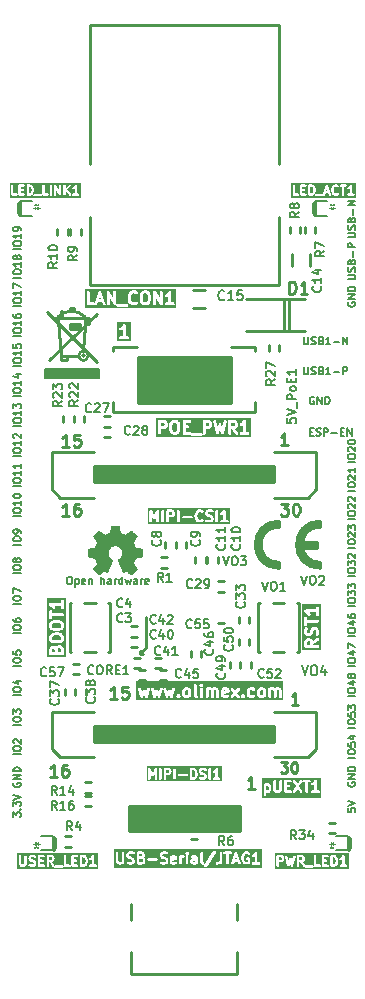
<source format=gbr>
%TF.GenerationSoftware,KiCad,Pcbnew,7.0.11-7.0.11~ubuntu22.04.1*%
%TF.CreationDate,2025-02-03T16:18:30+02:00*%
%TF.ProjectId,ESP32-P4-DevKit_Rev_C,45535033-322d-4503-942d-4465764b6974,C*%
%TF.SameCoordinates,PX80befc0PY7459280*%
%TF.FileFunction,Legend,Top*%
%TF.FilePolarity,Positive*%
%FSLAX46Y46*%
G04 Gerber Fmt 4.6, Leading zero omitted, Abs format (unit mm)*
G04 Created by KiCad (PCBNEW 7.0.11-7.0.11~ubuntu22.04.1) date 2025-02-03 16:18:30*
%MOMM*%
%LPD*%
G01*
G04 APERTURE LIST*
%ADD10C,0.254000*%
%ADD11C,0.158750*%
%ADD12C,0.222250*%
%ADD13C,0.203200*%
%ADD14C,0.190500*%
%ADD15C,0.127000*%
%ADD16C,0.050000*%
%ADD17C,0.100000*%
%ADD18C,0.228600*%
%ADD19C,0.150000*%
%ADD20C,0.010000*%
%ADD21C,0.300000*%
G04 APERTURE END LIST*
D10*
X11812000Y26369000D02*
X11304000Y25734000D01*
X11304000Y25988000D02*
X11558000Y25734000D01*
X11304000Y25734000D02*
X11304000Y25988000D01*
X11558000Y25734000D02*
X11304000Y25734000D01*
X11812000Y28909000D02*
X11812000Y26369000D01*
D11*
X28871033Y12703012D02*
X28871033Y12400631D01*
X28871033Y12400631D02*
X29173414Y12370393D01*
X29173414Y12370393D02*
X29143175Y12400631D01*
X29143175Y12400631D02*
X29112937Y12461107D01*
X29112937Y12461107D02*
X29112937Y12612298D01*
X29112937Y12612298D02*
X29143175Y12672774D01*
X29143175Y12672774D02*
X29173414Y12703012D01*
X29173414Y12703012D02*
X29233890Y12733250D01*
X29233890Y12733250D02*
X29385080Y12733250D01*
X29385080Y12733250D02*
X29445556Y12703012D01*
X29445556Y12703012D02*
X29475795Y12672774D01*
X29475795Y12672774D02*
X29506033Y12612298D01*
X29506033Y12612298D02*
X29506033Y12461107D01*
X29506033Y12461107D02*
X29475795Y12400631D01*
X29475795Y12400631D02*
X29445556Y12370393D01*
X28871033Y12914679D02*
X29506033Y13126345D01*
X29506033Y13126345D02*
X28871033Y13338012D01*
X25148630Y52591567D02*
X25148630Y52077520D01*
X25148630Y52077520D02*
X25178868Y52017044D01*
X25178868Y52017044D02*
X25209106Y51986805D01*
X25209106Y51986805D02*
X25269582Y51956567D01*
X25269582Y51956567D02*
X25390535Y51956567D01*
X25390535Y51956567D02*
X25451011Y51986805D01*
X25451011Y51986805D02*
X25481249Y52017044D01*
X25481249Y52017044D02*
X25511487Y52077520D01*
X25511487Y52077520D02*
X25511487Y52591567D01*
X25783630Y51986805D02*
X25874344Y51956567D01*
X25874344Y51956567D02*
X26025535Y51956567D01*
X26025535Y51956567D02*
X26086011Y51986805D01*
X26086011Y51986805D02*
X26116249Y52017044D01*
X26116249Y52017044D02*
X26146487Y52077520D01*
X26146487Y52077520D02*
X26146487Y52137996D01*
X26146487Y52137996D02*
X26116249Y52198472D01*
X26116249Y52198472D02*
X26086011Y52228710D01*
X26086011Y52228710D02*
X26025535Y52258948D01*
X26025535Y52258948D02*
X25904582Y52289186D01*
X25904582Y52289186D02*
X25844106Y52319425D01*
X25844106Y52319425D02*
X25813868Y52349663D01*
X25813868Y52349663D02*
X25783630Y52410139D01*
X25783630Y52410139D02*
X25783630Y52470615D01*
X25783630Y52470615D02*
X25813868Y52531091D01*
X25813868Y52531091D02*
X25844106Y52561329D01*
X25844106Y52561329D02*
X25904582Y52591567D01*
X25904582Y52591567D02*
X26055773Y52591567D01*
X26055773Y52591567D02*
X26146487Y52561329D01*
X26630297Y52289186D02*
X26721011Y52258948D01*
X26721011Y52258948D02*
X26751249Y52228710D01*
X26751249Y52228710D02*
X26781487Y52168234D01*
X26781487Y52168234D02*
X26781487Y52077520D01*
X26781487Y52077520D02*
X26751249Y52017044D01*
X26751249Y52017044D02*
X26721011Y51986805D01*
X26721011Y51986805D02*
X26660535Y51956567D01*
X26660535Y51956567D02*
X26418630Y51956567D01*
X26418630Y51956567D02*
X26418630Y52591567D01*
X26418630Y52591567D02*
X26630297Y52591567D01*
X26630297Y52591567D02*
X26690773Y52561329D01*
X26690773Y52561329D02*
X26721011Y52531091D01*
X26721011Y52531091D02*
X26751249Y52470615D01*
X26751249Y52470615D02*
X26751249Y52410139D01*
X26751249Y52410139D02*
X26721011Y52349663D01*
X26721011Y52349663D02*
X26690773Y52319425D01*
X26690773Y52319425D02*
X26630297Y52289186D01*
X26630297Y52289186D02*
X26418630Y52289186D01*
X27386249Y51956567D02*
X27023392Y51956567D01*
X27204820Y51956567D02*
X27204820Y52591567D01*
X27204820Y52591567D02*
X27144344Y52500853D01*
X27144344Y52500853D02*
X27083868Y52440377D01*
X27083868Y52440377D02*
X27023392Y52410139D01*
X27658392Y52198472D02*
X28142202Y52198472D01*
X28444582Y51956567D02*
X28444582Y52591567D01*
X28444582Y52591567D02*
X28807439Y51956567D01*
X28807439Y51956567D02*
X28807439Y52591567D01*
X25989249Y47506729D02*
X25928773Y47536967D01*
X25928773Y47536967D02*
X25838059Y47536967D01*
X25838059Y47536967D02*
X25747344Y47506729D01*
X25747344Y47506729D02*
X25686868Y47446253D01*
X25686868Y47446253D02*
X25656630Y47385777D01*
X25656630Y47385777D02*
X25626392Y47264825D01*
X25626392Y47264825D02*
X25626392Y47174110D01*
X25626392Y47174110D02*
X25656630Y47053158D01*
X25656630Y47053158D02*
X25686868Y46992682D01*
X25686868Y46992682D02*
X25747344Y46932205D01*
X25747344Y46932205D02*
X25838059Y46901967D01*
X25838059Y46901967D02*
X25898535Y46901967D01*
X25898535Y46901967D02*
X25989249Y46932205D01*
X25989249Y46932205D02*
X26019487Y46962444D01*
X26019487Y46962444D02*
X26019487Y47174110D01*
X26019487Y47174110D02*
X25898535Y47174110D01*
X26291630Y46901967D02*
X26291630Y47536967D01*
X26291630Y47536967D02*
X26654487Y46901967D01*
X26654487Y46901967D02*
X26654487Y47536967D01*
X26956868Y46901967D02*
X26956868Y47536967D01*
X26956868Y47536967D02*
X27108058Y47536967D01*
X27108058Y47536967D02*
X27198773Y47506729D01*
X27198773Y47506729D02*
X27259249Y47446253D01*
X27259249Y47446253D02*
X27289487Y47385777D01*
X27289487Y47385777D02*
X27319725Y47264825D01*
X27319725Y47264825D02*
X27319725Y47174110D01*
X27319725Y47174110D02*
X27289487Y47053158D01*
X27289487Y47053158D02*
X27259249Y46992682D01*
X27259249Y46992682D02*
X27198773Y46932205D01*
X27198773Y46932205D02*
X27108058Y46901967D01*
X27108058Y46901967D02*
X26956868Y46901967D01*
D10*
G36*
X15320778Y22662126D02*
G01*
X15340017Y22642887D01*
X15365772Y22591377D01*
X15365772Y22361051D01*
X15340017Y22309541D01*
X15320779Y22290304D01*
X15269268Y22264548D01*
X15184085Y22264548D01*
X15132573Y22290304D01*
X15113336Y22309541D01*
X15087581Y22361051D01*
X15087581Y22591377D01*
X15113336Y22642887D01*
X15132575Y22662126D01*
X15184085Y22687881D01*
X15269268Y22687881D01*
X15320778Y22662126D01*
G37*
G36*
X18588336Y22673300D02*
G01*
X18377486Y22631130D01*
X18377486Y22639758D01*
X18393527Y22671840D01*
X18425609Y22687881D01*
X18559173Y22687881D01*
X18588336Y22673300D01*
G37*
G36*
X21658683Y22662126D02*
G01*
X21677922Y22642887D01*
X21703677Y22591377D01*
X21703677Y22361051D01*
X21677922Y22309541D01*
X21658684Y22290304D01*
X21607173Y22264548D01*
X21521990Y22264548D01*
X21470478Y22290304D01*
X21451241Y22309541D01*
X21425486Y22361051D01*
X21425486Y22591377D01*
X21451241Y22642887D01*
X21470480Y22662126D01*
X21521990Y22687881D01*
X21607173Y22687881D01*
X21658683Y22662126D01*
G37*
G36*
X23409105Y21865405D02*
G01*
X10963107Y21865405D01*
X10963107Y22815808D01*
X11108250Y22815808D01*
X11113133Y22779991D01*
X11306657Y22102658D01*
X11322927Y22076931D01*
X11336882Y22049881D01*
X11341844Y22047019D01*
X11344905Y22042178D01*
X11372496Y22029333D01*
X11398866Y22014119D01*
X11404587Y22014394D01*
X11409780Y22011976D01*
X11439937Y22016088D01*
X11470343Y22017545D01*
X11475008Y22020870D01*
X11480684Y22021643D01*
X11503830Y22041406D01*
X11528623Y22059071D01*
X11532606Y22065975D01*
X11535106Y22068109D01*
X11536494Y22072715D01*
X11546688Y22090381D01*
X11622294Y22279399D01*
X11697902Y22090382D01*
X11716712Y22066448D01*
X11733354Y22040964D01*
X11738581Y22038623D01*
X11742121Y22034119D01*
X11770880Y22024156D01*
X11798663Y22011712D01*
X11804327Y22012569D01*
X11809739Y22010694D01*
X11839316Y22017861D01*
X11869418Y22022413D01*
X11873720Y22026197D01*
X11879287Y22027545D01*
X11900293Y22049563D01*
X11923157Y22069668D01*
X11926415Y22076944D01*
X11928684Y22079321D01*
X11929595Y22084044D01*
X11937933Y22102658D01*
X12131457Y22779991D01*
X12131195Y22815808D01*
X12172631Y22815808D01*
X12177514Y22779991D01*
X12371038Y22102658D01*
X12387308Y22076931D01*
X12401263Y22049881D01*
X12406225Y22047019D01*
X12409286Y22042178D01*
X12436877Y22029333D01*
X12463247Y22014119D01*
X12468968Y22014394D01*
X12474161Y22011976D01*
X12504318Y22016088D01*
X12534724Y22017545D01*
X12539389Y22020870D01*
X12545065Y22021643D01*
X12568211Y22041406D01*
X12593004Y22059071D01*
X12596987Y22065975D01*
X12599487Y22068109D01*
X12600875Y22072715D01*
X12611069Y22090381D01*
X12686675Y22279399D01*
X12762283Y22090382D01*
X12781093Y22066448D01*
X12797735Y22040964D01*
X12802962Y22038623D01*
X12806502Y22034119D01*
X12835261Y22024156D01*
X12863044Y22011712D01*
X12868708Y22012569D01*
X12874120Y22010694D01*
X12903697Y22017861D01*
X12933799Y22022413D01*
X12938101Y22026197D01*
X12943668Y22027545D01*
X12964674Y22049563D01*
X12987538Y22069668D01*
X12990796Y22076944D01*
X12993065Y22079321D01*
X12993976Y22084044D01*
X13002314Y22102658D01*
X13195838Y22779991D01*
X13195576Y22815808D01*
X13237012Y22815808D01*
X13241895Y22779991D01*
X13435419Y22102658D01*
X13451689Y22076931D01*
X13465644Y22049881D01*
X13470606Y22047019D01*
X13473667Y22042178D01*
X13501258Y22029333D01*
X13527628Y22014119D01*
X13533349Y22014394D01*
X13538542Y22011976D01*
X13568699Y22016088D01*
X13599105Y22017545D01*
X13603770Y22020870D01*
X13609446Y22021643D01*
X13632592Y22041406D01*
X13657385Y22059071D01*
X13661368Y22065975D01*
X13663868Y22068109D01*
X13665256Y22072715D01*
X13675450Y22090381D01*
X13751056Y22279399D01*
X13826664Y22090382D01*
X13845474Y22066448D01*
X13862116Y22040964D01*
X13867343Y22038623D01*
X13870883Y22034119D01*
X13899642Y22024156D01*
X13927425Y22011712D01*
X13933089Y22012569D01*
X13938501Y22010694D01*
X13968078Y22017861D01*
X13998180Y22022413D01*
X14002482Y22026197D01*
X14008049Y22027545D01*
X14029055Y22049563D01*
X14051919Y22069668D01*
X14055177Y22076944D01*
X14057446Y22079321D01*
X14058357Y22084044D01*
X14066695Y22102658D01*
X14093075Y22194987D01*
X14350095Y22194987D01*
X14355847Y22168543D01*
X14357778Y22141546D01*
X14363334Y22134123D01*
X14365306Y22125062D01*
X14386969Y22096125D01*
X14435350Y22047745D01*
X14443487Y22043302D01*
X14449043Y22035880D01*
X14461968Y22031060D01*
X14472394Y22022025D01*
X14486050Y22020062D01*
X14498157Y22013451D01*
X14507403Y22014113D01*
X14516091Y22010872D01*
X14529571Y22013805D01*
X14543226Y22011841D01*
X14555774Y22017572D01*
X14569535Y22018556D01*
X14576955Y22024112D01*
X14586016Y22026082D01*
X14604173Y22039675D01*
X14608319Y22041568D01*
X14609817Y22043900D01*
X14614954Y22047745D01*
X14663334Y22096124D01*
X14667778Y22104264D01*
X14675201Y22109820D01*
X14684658Y22135176D01*
X14697630Y22158931D01*
X14696968Y22168181D01*
X14700209Y22176868D01*
X14694456Y22203313D01*
X14692526Y22230308D01*
X14686969Y22237731D01*
X14684998Y22246793D01*
X14663336Y22275731D01*
X14614955Y22324112D01*
X14606814Y22328557D01*
X14604932Y22331071D01*
X14833581Y22331071D01*
X14836824Y22320026D01*
X14835588Y22308578D01*
X14846989Y22274275D01*
X14895370Y22177513D01*
X14896990Y22175771D01*
X14897497Y22173444D01*
X14919159Y22144506D01*
X14967540Y22096125D01*
X14969630Y22094984D01*
X14970846Y22092937D01*
X15000548Y22072335D01*
X15097310Y22023955D01*
X15108640Y22021917D01*
X15118325Y22015692D01*
X15154105Y22010548D01*
X15299248Y22010548D01*
X15310292Y22013792D01*
X15321740Y22012555D01*
X15356043Y22023955D01*
X15452805Y22072335D01*
X15454548Y22073957D01*
X15456875Y22074463D01*
X15485813Y22096125D01*
X15534194Y22144506D01*
X15535335Y22146596D01*
X15537381Y22147811D01*
X15557983Y22177513D01*
X15606364Y22274275D01*
X15607878Y22282690D01*
X15801200Y22282690D01*
X15804443Y22271645D01*
X15803207Y22260197D01*
X15814608Y22225894D01*
X15862989Y22129132D01*
X15878473Y22112486D01*
X15890084Y22092937D01*
X15908610Y22080087D01*
X15911727Y22076736D01*
X15914442Y22076042D01*
X15919786Y22072335D01*
X16016548Y22023955D01*
X16086977Y22011282D01*
X16153077Y22038697D01*
X16193862Y22097497D01*
X16196383Y22169012D01*
X16159841Y22230539D01*
X16130138Y22251141D01*
X16071240Y22280590D01*
X16055200Y22312670D01*
X16055200Y23114227D01*
X16285333Y23114227D01*
X16291085Y23087783D01*
X16293016Y23060785D01*
X16298573Y23053362D01*
X16300544Y23044302D01*
X16322206Y23015364D01*
X16370587Y22966983D01*
X16378725Y22962539D01*
X16384282Y22955117D01*
X16397207Y22950297D01*
X16407632Y22941263D01*
X16421286Y22939300D01*
X16429579Y22934772D01*
X16377223Y22910861D01*
X16338534Y22850661D01*
X16333390Y22814881D01*
X16333390Y22137548D01*
X16353551Y22068887D01*
X16407632Y22022025D01*
X16478464Y22011841D01*
X16543557Y22041568D01*
X16582246Y22101768D01*
X16587390Y22137548D01*
X16817200Y22137548D01*
X16837361Y22068887D01*
X16891442Y22022025D01*
X16962274Y22011841D01*
X17027367Y22041568D01*
X17066056Y22101768D01*
X17071200Y22137548D01*
X17071200Y22663820D01*
X17119323Y22687881D01*
X17204506Y22687881D01*
X17236588Y22671840D01*
X17252629Y22639758D01*
X17252629Y22137548D01*
X17272790Y22068887D01*
X17326871Y22022025D01*
X17397703Y22011841D01*
X17462796Y22041568D01*
X17501485Y22101768D01*
X17506629Y22137548D01*
X17506629Y22639758D01*
X17522670Y22671840D01*
X17554752Y22687881D01*
X17639934Y22687881D01*
X17672016Y22671840D01*
X17688057Y22639758D01*
X17688057Y22137548D01*
X17708218Y22068887D01*
X17762299Y22022025D01*
X17833131Y22011841D01*
X17898224Y22041568D01*
X17936913Y22101768D01*
X17942057Y22137548D01*
X17942057Y22282690D01*
X18123486Y22282690D01*
X18126729Y22271645D01*
X18125493Y22260197D01*
X18136894Y22225894D01*
X18185275Y22129132D01*
X18200759Y22112486D01*
X18212370Y22092937D01*
X18230896Y22080087D01*
X18234013Y22076736D01*
X18236728Y22076042D01*
X18242072Y22072335D01*
X18338834Y22023955D01*
X18350164Y22021917D01*
X18359849Y22015692D01*
X18395629Y22010548D01*
X18589153Y22010548D01*
X18600197Y22013792D01*
X18611645Y22012555D01*
X18645948Y22023955D01*
X18742710Y22072335D01*
X18795107Y22121074D01*
X18802393Y22149566D01*
X18946532Y22149566D01*
X18960105Y22079305D01*
X19009509Y22027536D01*
X19079059Y22010695D01*
X19146674Y22034128D01*
X19172824Y22059085D01*
X19339057Y22270655D01*
X19505290Y22059085D01*
X19563564Y22017551D01*
X19635041Y22014115D01*
X19697029Y22049869D01*
X19729847Y22113460D01*
X19723076Y22184699D01*
X19717142Y22194987D01*
X19817143Y22194987D01*
X19822895Y22168543D01*
X19824826Y22141546D01*
X19830382Y22134123D01*
X19832354Y22125062D01*
X19854017Y22096125D01*
X19902398Y22047745D01*
X19910535Y22043302D01*
X19916091Y22035880D01*
X19929016Y22031060D01*
X19939442Y22022025D01*
X19953098Y22020062D01*
X19965205Y22013451D01*
X19974451Y22014113D01*
X19983139Y22010872D01*
X19996619Y22013805D01*
X20010274Y22011841D01*
X20022822Y22017572D01*
X20036583Y22018556D01*
X20044003Y22024112D01*
X20053064Y22026082D01*
X20071221Y22039675D01*
X20075367Y22041568D01*
X20076865Y22043900D01*
X20082002Y22047745D01*
X20130382Y22096124D01*
X20134826Y22104264D01*
X20142249Y22109820D01*
X20151706Y22135176D01*
X20164678Y22158931D01*
X20164016Y22168181D01*
X20167257Y22176868D01*
X20161504Y22203313D01*
X20159574Y22230308D01*
X20154017Y22237731D01*
X20152046Y22246793D01*
X20130384Y22275731D01*
X20082003Y22324112D01*
X20073862Y22328557D01*
X20071980Y22331071D01*
X20300629Y22331071D01*
X20303872Y22320026D01*
X20302636Y22308578D01*
X20314037Y22274275D01*
X20362418Y22177513D01*
X20364038Y22175771D01*
X20364545Y22173444D01*
X20386207Y22144506D01*
X20434588Y22096125D01*
X20436678Y22094984D01*
X20437894Y22092937D01*
X20467596Y22072335D01*
X20564358Y22023955D01*
X20575688Y22021917D01*
X20585373Y22015692D01*
X20621153Y22010548D01*
X20814677Y22010548D01*
X20825721Y22013792D01*
X20837169Y22012555D01*
X20871472Y22023955D01*
X20968234Y22072335D01*
X21020631Y22121074D01*
X21038360Y22190402D01*
X21015793Y22258311D01*
X20960094Y22303238D01*
X20888947Y22310921D01*
X20854644Y22299521D01*
X20784697Y22264548D01*
X20651133Y22264548D01*
X20599621Y22290304D01*
X20580384Y22309541D01*
X20569619Y22331071D01*
X21171486Y22331071D01*
X21174729Y22320026D01*
X21173493Y22308578D01*
X21184894Y22274275D01*
X21233275Y22177513D01*
X21234895Y22175771D01*
X21235402Y22173444D01*
X21257064Y22144506D01*
X21305445Y22096125D01*
X21307535Y22094984D01*
X21308751Y22092937D01*
X21338453Y22072335D01*
X21435215Y22023955D01*
X21446545Y22021917D01*
X21456230Y22015692D01*
X21492010Y22010548D01*
X21637153Y22010548D01*
X21648197Y22013792D01*
X21659645Y22012555D01*
X21693948Y22023955D01*
X21790710Y22072335D01*
X21792453Y22073957D01*
X21794780Y22074463D01*
X21823718Y22096125D01*
X21865141Y22137548D01*
X22139105Y22137548D01*
X22159266Y22068887D01*
X22213347Y22022025D01*
X22284179Y22011841D01*
X22349272Y22041568D01*
X22387961Y22101768D01*
X22393105Y22137548D01*
X22393105Y22663820D01*
X22441228Y22687881D01*
X22526411Y22687881D01*
X22558493Y22671840D01*
X22574534Y22639758D01*
X22574534Y22137548D01*
X22594695Y22068887D01*
X22648776Y22022025D01*
X22719608Y22011841D01*
X22784701Y22041568D01*
X22823390Y22101768D01*
X22828534Y22137548D01*
X22828534Y22639758D01*
X22844575Y22671840D01*
X22876657Y22687881D01*
X22961839Y22687881D01*
X22993921Y22671840D01*
X23009962Y22639758D01*
X23009962Y22137548D01*
X23030123Y22068887D01*
X23084204Y22022025D01*
X23155036Y22011841D01*
X23220129Y22041568D01*
X23258818Y22101768D01*
X23263962Y22137548D01*
X23263962Y22669738D01*
X23260718Y22680784D01*
X23261955Y22692231D01*
X23250554Y22726534D01*
X23202173Y22823296D01*
X23186688Y22839943D01*
X23175079Y22859490D01*
X23156552Y22872341D01*
X23153435Y22875692D01*
X23150719Y22876387D01*
X23145377Y22880092D01*
X23048617Y22928473D01*
X23037285Y22930513D01*
X23027600Y22936737D01*
X22991820Y22941881D01*
X22846677Y22941881D01*
X22835631Y22938638D01*
X22824184Y22939874D01*
X22789881Y22928473D01*
X22701534Y22884300D01*
X22613187Y22928473D01*
X22601857Y22930512D01*
X22592171Y22936737D01*
X22556391Y22941881D01*
X22411248Y22941881D01*
X22400202Y22938638D01*
X22388755Y22939874D01*
X22354452Y22928473D01*
X22333297Y22917896D01*
X22318863Y22930404D01*
X22248031Y22940588D01*
X22182938Y22910861D01*
X22144249Y22850661D01*
X22139105Y22814881D01*
X22139105Y22137548D01*
X21865141Y22137548D01*
X21872099Y22144506D01*
X21873240Y22146596D01*
X21875286Y22147811D01*
X21895888Y22177513D01*
X21944269Y22274275D01*
X21946307Y22285605D01*
X21952533Y22295291D01*
X21957677Y22331071D01*
X21957677Y22621357D01*
X21954433Y22632403D01*
X21955670Y22643850D01*
X21944269Y22678153D01*
X21895888Y22774915D01*
X21894267Y22776658D01*
X21893761Y22778984D01*
X21872099Y22807922D01*
X21823718Y22856303D01*
X21821628Y22857445D01*
X21820413Y22859490D01*
X21790711Y22880092D01*
X21693949Y22928473D01*
X21682619Y22930512D01*
X21672933Y22936737D01*
X21637153Y22941881D01*
X21492010Y22941881D01*
X21480964Y22938638D01*
X21469517Y22939874D01*
X21435214Y22928473D01*
X21338452Y22880092D01*
X21336709Y22878472D01*
X21334383Y22877965D01*
X21305445Y22856303D01*
X21257064Y22807922D01*
X21255922Y22805833D01*
X21253877Y22804617D01*
X21233275Y22774915D01*
X21184894Y22678153D01*
X21182855Y22666824D01*
X21176630Y22657137D01*
X21171486Y22621357D01*
X21171486Y22331071D01*
X20569619Y22331071D01*
X20554629Y22361051D01*
X20554629Y22591377D01*
X20580384Y22642887D01*
X20599623Y22662126D01*
X20651133Y22687881D01*
X20784697Y22687881D01*
X20854643Y22652908D01*
X20925071Y22640234D01*
X20991172Y22667648D01*
X21031958Y22726448D01*
X21034479Y22797963D01*
X20997937Y22859490D01*
X20968235Y22880092D01*
X20871473Y22928473D01*
X20860143Y22930512D01*
X20850457Y22936737D01*
X20814677Y22941881D01*
X20621153Y22941881D01*
X20610107Y22938638D01*
X20598660Y22939874D01*
X20564357Y22928473D01*
X20467595Y22880092D01*
X20465852Y22878472D01*
X20463526Y22877965D01*
X20434588Y22856303D01*
X20386207Y22807922D01*
X20385065Y22805833D01*
X20383020Y22804617D01*
X20362418Y22774915D01*
X20314037Y22678153D01*
X20311998Y22666824D01*
X20305773Y22657137D01*
X20300629Y22621357D01*
X20300629Y22331071D01*
X20071980Y22331071D01*
X20068308Y22335977D01*
X20055384Y22340798D01*
X20044958Y22349832D01*
X20031303Y22351796D01*
X20019196Y22358406D01*
X20009947Y22357745D01*
X20001260Y22360985D01*
X19987780Y22358053D01*
X19974126Y22360016D01*
X19961579Y22354287D01*
X19947818Y22353302D01*
X19940394Y22347745D01*
X19931335Y22345774D01*
X19913176Y22332182D01*
X19909033Y22330289D01*
X19907535Y22327959D01*
X19902397Y22324112D01*
X19854016Y22275731D01*
X19849571Y22267591D01*
X19842150Y22262035D01*
X19832693Y22236681D01*
X19819722Y22212924D01*
X19820383Y22203675D01*
X19817143Y22194987D01*
X19717142Y22194987D01*
X19705015Y22216012D01*
X19500569Y22476215D01*
X19705015Y22736417D01*
X19731582Y22802863D01*
X19718010Y22873123D01*
X19668605Y22924893D01*
X19599056Y22941734D01*
X19531441Y22918300D01*
X19505290Y22893344D01*
X19339057Y22681775D01*
X19172824Y22893344D01*
X19114551Y22934878D01*
X19043074Y22938314D01*
X18981086Y22902560D01*
X18948268Y22838969D01*
X18955039Y22767730D01*
X18973100Y22736418D01*
X19177545Y22476215D01*
X18973100Y22216011D01*
X18946532Y22149566D01*
X18802393Y22149566D01*
X18812836Y22190402D01*
X18790269Y22258311D01*
X18734570Y22303238D01*
X18663423Y22310921D01*
X18629120Y22299521D01*
X18559173Y22264548D01*
X18425609Y22264548D01*
X18393526Y22280590D01*
X18377486Y22312670D01*
X18377486Y22372099D01*
X18759202Y22448442D01*
X18787944Y22463516D01*
X18817463Y22476996D01*
X18819401Y22480013D01*
X18822576Y22481677D01*
X18838602Y22509889D01*
X18856152Y22537196D01*
X18856842Y22541998D01*
X18857922Y22543898D01*
X18857699Y22547963D01*
X18861296Y22572976D01*
X18861296Y22669738D01*
X18858052Y22680784D01*
X18859289Y22692231D01*
X18847888Y22726534D01*
X18799507Y22823296D01*
X18784022Y22839943D01*
X18772413Y22859490D01*
X18753886Y22872341D01*
X18750769Y22875692D01*
X18748053Y22876387D01*
X18742711Y22880092D01*
X18645949Y22928473D01*
X18634619Y22930512D01*
X18624933Y22936737D01*
X18589153Y22941881D01*
X18395629Y22941881D01*
X18384583Y22938638D01*
X18373136Y22939874D01*
X18338833Y22928473D01*
X18242071Y22880092D01*
X18225424Y22864608D01*
X18205877Y22852998D01*
X18193026Y22834472D01*
X18189675Y22831354D01*
X18188980Y22828639D01*
X18185275Y22823296D01*
X18136894Y22726534D01*
X18134855Y22715205D01*
X18128630Y22705518D01*
X18123486Y22669738D01*
X18123486Y22282690D01*
X17942057Y22282690D01*
X17942057Y22669738D01*
X17938813Y22680784D01*
X17940050Y22692231D01*
X17928649Y22726534D01*
X17880268Y22823296D01*
X17864783Y22839943D01*
X17853174Y22859490D01*
X17834647Y22872341D01*
X17831530Y22875692D01*
X17828814Y22876387D01*
X17823472Y22880092D01*
X17726712Y22928473D01*
X17715380Y22930513D01*
X17705695Y22936737D01*
X17669915Y22941881D01*
X17524772Y22941881D01*
X17513726Y22938638D01*
X17502279Y22939874D01*
X17467976Y22928473D01*
X17379629Y22884300D01*
X17291282Y22928473D01*
X17279952Y22930512D01*
X17270266Y22936737D01*
X17234486Y22941881D01*
X17089343Y22941881D01*
X17078297Y22938638D01*
X17066850Y22939874D01*
X17032547Y22928473D01*
X17011392Y22917896D01*
X16996958Y22930404D01*
X16926126Y22940588D01*
X16861033Y22910861D01*
X16822344Y22850661D01*
X16817200Y22814881D01*
X16817200Y22137548D01*
X16587390Y22137548D01*
X16587390Y22814881D01*
X16567229Y22883542D01*
X16513148Y22930404D01*
X16485644Y22934359D01*
X16491010Y22936809D01*
X16504772Y22937793D01*
X16512195Y22943351D01*
X16521255Y22945321D01*
X16539413Y22958914D01*
X16543557Y22960806D01*
X16545054Y22963137D01*
X16550193Y22966983D01*
X16598574Y23015364D01*
X16603018Y23023505D01*
X16610439Y23029059D01*
X16619895Y23054414D01*
X16632868Y23078171D01*
X16632206Y23087420D01*
X16635447Y23096107D01*
X16629694Y23122552D01*
X16627764Y23149549D01*
X16622206Y23156973D01*
X16620236Y23166032D01*
X16598574Y23194970D01*
X16550193Y23243351D01*
X16542052Y23247796D01*
X16536498Y23255216D01*
X16523574Y23260037D01*
X16513148Y23269071D01*
X16499493Y23271035D01*
X16487386Y23277645D01*
X16478137Y23276984D01*
X16469450Y23280224D01*
X16455970Y23277292D01*
X16442316Y23279255D01*
X16429769Y23273526D01*
X16416008Y23272541D01*
X16408584Y23266984D01*
X16399525Y23265013D01*
X16381366Y23251421D01*
X16377223Y23249528D01*
X16375725Y23247198D01*
X16370587Y23243351D01*
X16322206Y23194970D01*
X16317761Y23186832D01*
X16310340Y23181275D01*
X16300882Y23155917D01*
X16287912Y23132163D01*
X16288573Y23122915D01*
X16285333Y23114227D01*
X16055200Y23114227D01*
X16055200Y23153548D01*
X16035039Y23222209D01*
X15980958Y23269071D01*
X15910126Y23279255D01*
X15845033Y23249528D01*
X15806344Y23189328D01*
X15801200Y23153548D01*
X15801200Y22282690D01*
X15607878Y22282690D01*
X15608402Y22285605D01*
X15614628Y22295291D01*
X15619772Y22331071D01*
X15619772Y22621357D01*
X15616528Y22632403D01*
X15617765Y22643850D01*
X15606364Y22678153D01*
X15557983Y22774915D01*
X15556362Y22776658D01*
X15555856Y22778984D01*
X15534194Y22807922D01*
X15485813Y22856303D01*
X15483723Y22857445D01*
X15482508Y22859490D01*
X15452806Y22880092D01*
X15356044Y22928473D01*
X15344714Y22930512D01*
X15335028Y22936737D01*
X15299248Y22941881D01*
X15154105Y22941881D01*
X15143059Y22938638D01*
X15131612Y22939874D01*
X15097309Y22928473D01*
X15000547Y22880092D01*
X14998804Y22878472D01*
X14996478Y22877965D01*
X14967540Y22856303D01*
X14919159Y22807922D01*
X14918017Y22805833D01*
X14915972Y22804617D01*
X14895370Y22774915D01*
X14846989Y22678153D01*
X14844950Y22666824D01*
X14838725Y22657137D01*
X14833581Y22621357D01*
X14833581Y22331071D01*
X14604932Y22331071D01*
X14601260Y22335977D01*
X14588336Y22340798D01*
X14577910Y22349832D01*
X14564255Y22351796D01*
X14552148Y22358406D01*
X14542899Y22357745D01*
X14534212Y22360985D01*
X14520732Y22358053D01*
X14507078Y22360016D01*
X14494531Y22354287D01*
X14480770Y22353302D01*
X14473346Y22347745D01*
X14464287Y22345774D01*
X14446128Y22332182D01*
X14441985Y22330289D01*
X14440487Y22327959D01*
X14435349Y22324112D01*
X14386968Y22275731D01*
X14382523Y22267591D01*
X14375102Y22262035D01*
X14365645Y22236681D01*
X14352674Y22212924D01*
X14353335Y22203675D01*
X14350095Y22194987D01*
X14093075Y22194987D01*
X14260219Y22779991D01*
X14259696Y22851549D01*
X14220570Y22911465D01*
X14155261Y22940717D01*
X14084506Y22930016D01*
X14030767Y22882761D01*
X14015991Y22849771D01*
X13924525Y22529644D01*
X13868974Y22668524D01*
X13854030Y22687538D01*
X13842946Y22709023D01*
X13832328Y22715149D01*
X13824754Y22724786D01*
X13801905Y22732702D01*
X13780962Y22744785D01*
X13768719Y22744199D01*
X13757137Y22748211D01*
X13733634Y22742517D01*
X13709484Y22741359D01*
X13699501Y22734247D01*
X13687589Y22731360D01*
X13670898Y22713867D01*
X13651205Y22699834D01*
X13641557Y22683113D01*
X13638192Y22679585D01*
X13637523Y22676120D01*
X13633140Y22668523D01*
X13577588Y22529644D01*
X13486123Y22849771D01*
X13447875Y22910251D01*
X13383000Y22940453D01*
X13312096Y22930786D01*
X13257674Y22884320D01*
X13237012Y22815808D01*
X13195576Y22815808D01*
X13195315Y22851549D01*
X13156189Y22911465D01*
X13090880Y22940717D01*
X13020125Y22930016D01*
X12966386Y22882761D01*
X12951610Y22849771D01*
X12860144Y22529644D01*
X12804593Y22668524D01*
X12789649Y22687538D01*
X12778565Y22709023D01*
X12767947Y22715149D01*
X12760373Y22724786D01*
X12737524Y22732702D01*
X12716581Y22744785D01*
X12704338Y22744199D01*
X12692756Y22748211D01*
X12669253Y22742517D01*
X12645103Y22741359D01*
X12635120Y22734247D01*
X12623208Y22731360D01*
X12606517Y22713867D01*
X12586824Y22699834D01*
X12577176Y22683113D01*
X12573811Y22679585D01*
X12573142Y22676120D01*
X12568759Y22668523D01*
X12513207Y22529644D01*
X12421742Y22849771D01*
X12383494Y22910251D01*
X12318619Y22940453D01*
X12247715Y22930786D01*
X12193293Y22884320D01*
X12172631Y22815808D01*
X12131195Y22815808D01*
X12130934Y22851549D01*
X12091808Y22911465D01*
X12026499Y22940717D01*
X11955744Y22930016D01*
X11902005Y22882761D01*
X11887229Y22849771D01*
X11795763Y22529644D01*
X11740212Y22668524D01*
X11725268Y22687538D01*
X11714184Y22709023D01*
X11703566Y22715149D01*
X11695992Y22724786D01*
X11673143Y22732702D01*
X11652200Y22744785D01*
X11639957Y22744199D01*
X11628375Y22748211D01*
X11604872Y22742517D01*
X11580722Y22741359D01*
X11570739Y22734247D01*
X11558827Y22731360D01*
X11542136Y22713867D01*
X11522443Y22699834D01*
X11512795Y22683113D01*
X11509430Y22679585D01*
X11508761Y22676120D01*
X11504378Y22668523D01*
X11448826Y22529644D01*
X11357361Y22849771D01*
X11319113Y22910251D01*
X11254238Y22940453D01*
X11183334Y22930786D01*
X11128912Y22884320D01*
X11108250Y22815808D01*
X10963107Y22815808D01*
X10963107Y23425367D01*
X23409105Y23425367D01*
X23409105Y21865405D01*
G37*
D11*
X1164033Y17255631D02*
X529033Y17255631D01*
X529033Y17678964D02*
X529033Y17799917D01*
X529033Y17799917D02*
X559271Y17860393D01*
X559271Y17860393D02*
X619747Y17920869D01*
X619747Y17920869D02*
X740699Y17951107D01*
X740699Y17951107D02*
X952366Y17951107D01*
X952366Y17951107D02*
X1073318Y17920869D01*
X1073318Y17920869D02*
X1133795Y17860393D01*
X1133795Y17860393D02*
X1164033Y17799917D01*
X1164033Y17799917D02*
X1164033Y17678964D01*
X1164033Y17678964D02*
X1133795Y17618488D01*
X1133795Y17618488D02*
X1073318Y17558012D01*
X1073318Y17558012D02*
X952366Y17527774D01*
X952366Y17527774D02*
X740699Y17527774D01*
X740699Y17527774D02*
X619747Y17558012D01*
X619747Y17558012D02*
X559271Y17618488D01*
X559271Y17618488D02*
X529033Y17678964D01*
X589509Y18193012D02*
X559271Y18223250D01*
X559271Y18223250D02*
X529033Y18283726D01*
X529033Y18283726D02*
X529033Y18434917D01*
X529033Y18434917D02*
X559271Y18495393D01*
X559271Y18495393D02*
X589509Y18525631D01*
X589509Y18525631D02*
X649985Y18555869D01*
X649985Y18555869D02*
X710461Y18555869D01*
X710461Y18555869D02*
X801175Y18525631D01*
X801175Y18525631D02*
X1164033Y18162774D01*
X1164033Y18162774D02*
X1164033Y18555869D01*
X1164033Y39959631D02*
X529033Y39959631D01*
X529033Y40382964D02*
X529033Y40503917D01*
X529033Y40503917D02*
X559271Y40564393D01*
X559271Y40564393D02*
X619747Y40624869D01*
X619747Y40624869D02*
X740699Y40655107D01*
X740699Y40655107D02*
X952366Y40655107D01*
X952366Y40655107D02*
X1073318Y40624869D01*
X1073318Y40624869D02*
X1133795Y40564393D01*
X1133795Y40564393D02*
X1164033Y40503917D01*
X1164033Y40503917D02*
X1164033Y40382964D01*
X1164033Y40382964D02*
X1133795Y40322488D01*
X1133795Y40322488D02*
X1073318Y40262012D01*
X1073318Y40262012D02*
X952366Y40231774D01*
X952366Y40231774D02*
X740699Y40231774D01*
X740699Y40231774D02*
X619747Y40262012D01*
X619747Y40262012D02*
X559271Y40322488D01*
X559271Y40322488D02*
X529033Y40382964D01*
X1164033Y41259869D02*
X1164033Y40897012D01*
X1164033Y41078440D02*
X529033Y41078440D01*
X529033Y41078440D02*
X619747Y41017964D01*
X619747Y41017964D02*
X680223Y40957488D01*
X680223Y40957488D02*
X710461Y40897012D01*
X1164033Y41864631D02*
X1164033Y41501774D01*
X1164033Y41683202D02*
X529033Y41683202D01*
X529033Y41683202D02*
X619747Y41622726D01*
X619747Y41622726D02*
X680223Y41562250D01*
X680223Y41562250D02*
X710461Y41501774D01*
X1164033Y19755631D02*
X529033Y19755631D01*
X529033Y20178964D02*
X529033Y20299917D01*
X529033Y20299917D02*
X559271Y20360393D01*
X559271Y20360393D02*
X619747Y20420869D01*
X619747Y20420869D02*
X740699Y20451107D01*
X740699Y20451107D02*
X952366Y20451107D01*
X952366Y20451107D02*
X1073318Y20420869D01*
X1073318Y20420869D02*
X1133795Y20360393D01*
X1133795Y20360393D02*
X1164033Y20299917D01*
X1164033Y20299917D02*
X1164033Y20178964D01*
X1164033Y20178964D02*
X1133795Y20118488D01*
X1133795Y20118488D02*
X1073318Y20058012D01*
X1073318Y20058012D02*
X952366Y20027774D01*
X952366Y20027774D02*
X740699Y20027774D01*
X740699Y20027774D02*
X619747Y20058012D01*
X619747Y20058012D02*
X559271Y20118488D01*
X559271Y20118488D02*
X529033Y20178964D01*
X529033Y20662774D02*
X529033Y21055869D01*
X529033Y21055869D02*
X770937Y20844202D01*
X770937Y20844202D02*
X770937Y20934917D01*
X770937Y20934917D02*
X801175Y20995393D01*
X801175Y20995393D02*
X831414Y21025631D01*
X831414Y21025631D02*
X891890Y21055869D01*
X891890Y21055869D02*
X1043080Y21055869D01*
X1043080Y21055869D02*
X1103556Y21025631D01*
X1103556Y21025631D02*
X1133795Y20995393D01*
X1133795Y20995393D02*
X1164033Y20934917D01*
X1164033Y20934917D02*
X1164033Y20753488D01*
X1164033Y20753488D02*
X1133795Y20693012D01*
X1133795Y20693012D02*
X1103556Y20662774D01*
X1185033Y55199631D02*
X550033Y55199631D01*
X550033Y55622964D02*
X550033Y55743917D01*
X550033Y55743917D02*
X580271Y55804393D01*
X580271Y55804393D02*
X640747Y55864869D01*
X640747Y55864869D02*
X761699Y55895107D01*
X761699Y55895107D02*
X973366Y55895107D01*
X973366Y55895107D02*
X1094318Y55864869D01*
X1094318Y55864869D02*
X1154795Y55804393D01*
X1154795Y55804393D02*
X1185033Y55743917D01*
X1185033Y55743917D02*
X1185033Y55622964D01*
X1185033Y55622964D02*
X1154795Y55562488D01*
X1154795Y55562488D02*
X1094318Y55502012D01*
X1094318Y55502012D02*
X973366Y55471774D01*
X973366Y55471774D02*
X761699Y55471774D01*
X761699Y55471774D02*
X640747Y55502012D01*
X640747Y55502012D02*
X580271Y55562488D01*
X580271Y55562488D02*
X550033Y55622964D01*
X1185033Y56499869D02*
X1185033Y56137012D01*
X1185033Y56318440D02*
X550033Y56318440D01*
X550033Y56318440D02*
X640747Y56257964D01*
X640747Y56257964D02*
X701223Y56197488D01*
X701223Y56197488D02*
X731461Y56137012D01*
X550033Y56711536D02*
X550033Y57134869D01*
X550033Y57134869D02*
X1185033Y56862726D01*
X559271Y14838250D02*
X529033Y14777774D01*
X529033Y14777774D02*
X529033Y14687060D01*
X529033Y14687060D02*
X559271Y14596345D01*
X559271Y14596345D02*
X619747Y14535869D01*
X619747Y14535869D02*
X680223Y14505631D01*
X680223Y14505631D02*
X801175Y14475393D01*
X801175Y14475393D02*
X891890Y14475393D01*
X891890Y14475393D02*
X1012842Y14505631D01*
X1012842Y14505631D02*
X1073318Y14535869D01*
X1073318Y14535869D02*
X1133795Y14596345D01*
X1133795Y14596345D02*
X1164033Y14687060D01*
X1164033Y14687060D02*
X1164033Y14747536D01*
X1164033Y14747536D02*
X1133795Y14838250D01*
X1133795Y14838250D02*
X1103556Y14868488D01*
X1103556Y14868488D02*
X891890Y14868488D01*
X891890Y14868488D02*
X891890Y14747536D01*
X1164033Y15140631D02*
X529033Y15140631D01*
X529033Y15140631D02*
X1164033Y15503488D01*
X1164033Y15503488D02*
X529033Y15503488D01*
X1164033Y15805869D02*
X529033Y15805869D01*
X529033Y15805869D02*
X529033Y15957059D01*
X529033Y15957059D02*
X559271Y16047774D01*
X559271Y16047774D02*
X619747Y16108250D01*
X619747Y16108250D02*
X680223Y16138488D01*
X680223Y16138488D02*
X801175Y16168726D01*
X801175Y16168726D02*
X891890Y16168726D01*
X891890Y16168726D02*
X1012842Y16138488D01*
X1012842Y16138488D02*
X1073318Y16108250D01*
X1073318Y16108250D02*
X1133795Y16047774D01*
X1133795Y16047774D02*
X1164033Y15957059D01*
X1164033Y15957059D02*
X1164033Y15805869D01*
X1185033Y52659631D02*
X550033Y52659631D01*
X550033Y53082964D02*
X550033Y53203917D01*
X550033Y53203917D02*
X580271Y53264393D01*
X580271Y53264393D02*
X640747Y53324869D01*
X640747Y53324869D02*
X761699Y53355107D01*
X761699Y53355107D02*
X973366Y53355107D01*
X973366Y53355107D02*
X1094318Y53324869D01*
X1094318Y53324869D02*
X1154795Y53264393D01*
X1154795Y53264393D02*
X1185033Y53203917D01*
X1185033Y53203917D02*
X1185033Y53082964D01*
X1185033Y53082964D02*
X1154795Y53022488D01*
X1154795Y53022488D02*
X1094318Y52962012D01*
X1094318Y52962012D02*
X973366Y52931774D01*
X973366Y52931774D02*
X761699Y52931774D01*
X761699Y52931774D02*
X640747Y52962012D01*
X640747Y52962012D02*
X580271Y53022488D01*
X580271Y53022488D02*
X550033Y53082964D01*
X1185033Y53959869D02*
X1185033Y53597012D01*
X1185033Y53778440D02*
X550033Y53778440D01*
X550033Y53778440D02*
X640747Y53717964D01*
X640747Y53717964D02*
X701223Y53657488D01*
X701223Y53657488D02*
X731461Y53597012D01*
X550033Y54504155D02*
X550033Y54383202D01*
X550033Y54383202D02*
X580271Y54322726D01*
X580271Y54322726D02*
X610509Y54292488D01*
X610509Y54292488D02*
X701223Y54232012D01*
X701223Y54232012D02*
X822175Y54201774D01*
X822175Y54201774D02*
X1064080Y54201774D01*
X1064080Y54201774D02*
X1124556Y54232012D01*
X1124556Y54232012D02*
X1154795Y54262250D01*
X1154795Y54262250D02*
X1185033Y54322726D01*
X1185033Y54322726D02*
X1185033Y54443679D01*
X1185033Y54443679D02*
X1154795Y54504155D01*
X1154795Y54504155D02*
X1124556Y54534393D01*
X1124556Y54534393D02*
X1064080Y54564631D01*
X1064080Y54564631D02*
X912890Y54564631D01*
X912890Y54564631D02*
X852414Y54534393D01*
X852414Y54534393D02*
X822175Y54504155D01*
X822175Y54504155D02*
X791937Y54443679D01*
X791937Y54443679D02*
X791937Y54322726D01*
X791937Y54322726D02*
X822175Y54262250D01*
X822175Y54262250D02*
X852414Y54232012D01*
X852414Y54232012D02*
X912890Y54201774D01*
X28871033Y61041631D02*
X29385080Y61041631D01*
X29385080Y61041631D02*
X29445556Y61071869D01*
X29445556Y61071869D02*
X29475795Y61102107D01*
X29475795Y61102107D02*
X29506033Y61162583D01*
X29506033Y61162583D02*
X29506033Y61283536D01*
X29506033Y61283536D02*
X29475795Y61344012D01*
X29475795Y61344012D02*
X29445556Y61374250D01*
X29445556Y61374250D02*
X29385080Y61404488D01*
X29385080Y61404488D02*
X28871033Y61404488D01*
X29475795Y61676631D02*
X29506033Y61767345D01*
X29506033Y61767345D02*
X29506033Y61918536D01*
X29506033Y61918536D02*
X29475795Y61979012D01*
X29475795Y61979012D02*
X29445556Y62009250D01*
X29445556Y62009250D02*
X29385080Y62039488D01*
X29385080Y62039488D02*
X29324604Y62039488D01*
X29324604Y62039488D02*
X29264128Y62009250D01*
X29264128Y62009250D02*
X29233890Y61979012D01*
X29233890Y61979012D02*
X29203652Y61918536D01*
X29203652Y61918536D02*
X29173414Y61797583D01*
X29173414Y61797583D02*
X29143175Y61737107D01*
X29143175Y61737107D02*
X29112937Y61706869D01*
X29112937Y61706869D02*
X29052461Y61676631D01*
X29052461Y61676631D02*
X28991985Y61676631D01*
X28991985Y61676631D02*
X28931509Y61706869D01*
X28931509Y61706869D02*
X28901271Y61737107D01*
X28901271Y61737107D02*
X28871033Y61797583D01*
X28871033Y61797583D02*
X28871033Y61948774D01*
X28871033Y61948774D02*
X28901271Y62039488D01*
X29173414Y62523298D02*
X29203652Y62614012D01*
X29203652Y62614012D02*
X29233890Y62644250D01*
X29233890Y62644250D02*
X29294366Y62674488D01*
X29294366Y62674488D02*
X29385080Y62674488D01*
X29385080Y62674488D02*
X29445556Y62644250D01*
X29445556Y62644250D02*
X29475795Y62614012D01*
X29475795Y62614012D02*
X29506033Y62553536D01*
X29506033Y62553536D02*
X29506033Y62311631D01*
X29506033Y62311631D02*
X28871033Y62311631D01*
X28871033Y62311631D02*
X28871033Y62523298D01*
X28871033Y62523298D02*
X28901271Y62583774D01*
X28901271Y62583774D02*
X28931509Y62614012D01*
X28931509Y62614012D02*
X28991985Y62644250D01*
X28991985Y62644250D02*
X29052461Y62644250D01*
X29052461Y62644250D02*
X29112937Y62614012D01*
X29112937Y62614012D02*
X29143175Y62583774D01*
X29143175Y62583774D02*
X29173414Y62523298D01*
X29173414Y62523298D02*
X29173414Y62311631D01*
X29264128Y62946631D02*
X29264128Y63430440D01*
X29506033Y63732821D02*
X28871033Y63732821D01*
X28871033Y63732821D02*
X29506033Y64095678D01*
X29506033Y64095678D02*
X28871033Y64095678D01*
X1185033Y45039631D02*
X550033Y45039631D01*
X550033Y45462964D02*
X550033Y45583917D01*
X550033Y45583917D02*
X580271Y45644393D01*
X580271Y45644393D02*
X640747Y45704869D01*
X640747Y45704869D02*
X761699Y45735107D01*
X761699Y45735107D02*
X973366Y45735107D01*
X973366Y45735107D02*
X1094318Y45704869D01*
X1094318Y45704869D02*
X1154795Y45644393D01*
X1154795Y45644393D02*
X1185033Y45583917D01*
X1185033Y45583917D02*
X1185033Y45462964D01*
X1185033Y45462964D02*
X1154795Y45402488D01*
X1154795Y45402488D02*
X1094318Y45342012D01*
X1094318Y45342012D02*
X973366Y45311774D01*
X973366Y45311774D02*
X761699Y45311774D01*
X761699Y45311774D02*
X640747Y45342012D01*
X640747Y45342012D02*
X580271Y45402488D01*
X580271Y45402488D02*
X550033Y45462964D01*
X1185033Y46339869D02*
X1185033Y45977012D01*
X1185033Y46158440D02*
X550033Y46158440D01*
X550033Y46158440D02*
X640747Y46097964D01*
X640747Y46097964D02*
X701223Y46037488D01*
X701223Y46037488D02*
X731461Y45977012D01*
X550033Y46551536D02*
X550033Y46944631D01*
X550033Y46944631D02*
X791937Y46732964D01*
X791937Y46732964D02*
X791937Y46823679D01*
X791937Y46823679D02*
X822175Y46884155D01*
X822175Y46884155D02*
X852414Y46914393D01*
X852414Y46914393D02*
X912890Y46944631D01*
X912890Y46944631D02*
X1064080Y46944631D01*
X1064080Y46944631D02*
X1124556Y46914393D01*
X1124556Y46914393D02*
X1154795Y46884155D01*
X1154795Y46884155D02*
X1185033Y46823679D01*
X1185033Y46823679D02*
X1185033Y46642250D01*
X1185033Y46642250D02*
X1154795Y46581774D01*
X1154795Y46581774D02*
X1124556Y46551536D01*
X1185033Y50119631D02*
X550033Y50119631D01*
X550033Y50542964D02*
X550033Y50663917D01*
X550033Y50663917D02*
X580271Y50724393D01*
X580271Y50724393D02*
X640747Y50784869D01*
X640747Y50784869D02*
X761699Y50815107D01*
X761699Y50815107D02*
X973366Y50815107D01*
X973366Y50815107D02*
X1094318Y50784869D01*
X1094318Y50784869D02*
X1154795Y50724393D01*
X1154795Y50724393D02*
X1185033Y50663917D01*
X1185033Y50663917D02*
X1185033Y50542964D01*
X1185033Y50542964D02*
X1154795Y50482488D01*
X1154795Y50482488D02*
X1094318Y50422012D01*
X1094318Y50422012D02*
X973366Y50391774D01*
X973366Y50391774D02*
X761699Y50391774D01*
X761699Y50391774D02*
X640747Y50422012D01*
X640747Y50422012D02*
X580271Y50482488D01*
X580271Y50482488D02*
X550033Y50542964D01*
X1185033Y51419869D02*
X1185033Y51057012D01*
X1185033Y51238440D02*
X550033Y51238440D01*
X550033Y51238440D02*
X640747Y51177964D01*
X640747Y51177964D02*
X701223Y51117488D01*
X701223Y51117488D02*
X731461Y51057012D01*
X550033Y51994393D02*
X550033Y51692012D01*
X550033Y51692012D02*
X852414Y51661774D01*
X852414Y51661774D02*
X822175Y51692012D01*
X822175Y51692012D02*
X791937Y51752488D01*
X791937Y51752488D02*
X791937Y51903679D01*
X791937Y51903679D02*
X822175Y51964155D01*
X822175Y51964155D02*
X852414Y51994393D01*
X852414Y51994393D02*
X912890Y52024631D01*
X912890Y52024631D02*
X1064080Y52024631D01*
X1064080Y52024631D02*
X1124556Y51994393D01*
X1124556Y51994393D02*
X1154795Y51964155D01*
X1154795Y51964155D02*
X1185033Y51903679D01*
X1185033Y51903679D02*
X1185033Y51752488D01*
X1185033Y51752488D02*
X1154795Y51692012D01*
X1154795Y51692012D02*
X1124556Y51661774D01*
X25148630Y50051567D02*
X25148630Y49537520D01*
X25148630Y49537520D02*
X25178868Y49477044D01*
X25178868Y49477044D02*
X25209106Y49446805D01*
X25209106Y49446805D02*
X25269582Y49416567D01*
X25269582Y49416567D02*
X25390535Y49416567D01*
X25390535Y49416567D02*
X25451011Y49446805D01*
X25451011Y49446805D02*
X25481249Y49477044D01*
X25481249Y49477044D02*
X25511487Y49537520D01*
X25511487Y49537520D02*
X25511487Y50051567D01*
X25783630Y49446805D02*
X25874344Y49416567D01*
X25874344Y49416567D02*
X26025535Y49416567D01*
X26025535Y49416567D02*
X26086011Y49446805D01*
X26086011Y49446805D02*
X26116249Y49477044D01*
X26116249Y49477044D02*
X26146487Y49537520D01*
X26146487Y49537520D02*
X26146487Y49597996D01*
X26146487Y49597996D02*
X26116249Y49658472D01*
X26116249Y49658472D02*
X26086011Y49688710D01*
X26086011Y49688710D02*
X26025535Y49718948D01*
X26025535Y49718948D02*
X25904582Y49749186D01*
X25904582Y49749186D02*
X25844106Y49779425D01*
X25844106Y49779425D02*
X25813868Y49809663D01*
X25813868Y49809663D02*
X25783630Y49870139D01*
X25783630Y49870139D02*
X25783630Y49930615D01*
X25783630Y49930615D02*
X25813868Y49991091D01*
X25813868Y49991091D02*
X25844106Y50021329D01*
X25844106Y50021329D02*
X25904582Y50051567D01*
X25904582Y50051567D02*
X26055773Y50051567D01*
X26055773Y50051567D02*
X26146487Y50021329D01*
X26630297Y49749186D02*
X26721011Y49718948D01*
X26721011Y49718948D02*
X26751249Y49688710D01*
X26751249Y49688710D02*
X26781487Y49628234D01*
X26781487Y49628234D02*
X26781487Y49537520D01*
X26781487Y49537520D02*
X26751249Y49477044D01*
X26751249Y49477044D02*
X26721011Y49446805D01*
X26721011Y49446805D02*
X26660535Y49416567D01*
X26660535Y49416567D02*
X26418630Y49416567D01*
X26418630Y49416567D02*
X26418630Y50051567D01*
X26418630Y50051567D02*
X26630297Y50051567D01*
X26630297Y50051567D02*
X26690773Y50021329D01*
X26690773Y50021329D02*
X26721011Y49991091D01*
X26721011Y49991091D02*
X26751249Y49930615D01*
X26751249Y49930615D02*
X26751249Y49870139D01*
X26751249Y49870139D02*
X26721011Y49809663D01*
X26721011Y49809663D02*
X26690773Y49779425D01*
X26690773Y49779425D02*
X26630297Y49749186D01*
X26630297Y49749186D02*
X26418630Y49749186D01*
X27386249Y49416567D02*
X27023392Y49416567D01*
X27204820Y49416567D02*
X27204820Y50051567D01*
X27204820Y50051567D02*
X27144344Y49960853D01*
X27144344Y49960853D02*
X27083868Y49900377D01*
X27083868Y49900377D02*
X27023392Y49870139D01*
X27658392Y49658472D02*
X28142202Y49658472D01*
X28444582Y49416567D02*
X28444582Y50051567D01*
X28444582Y50051567D02*
X28686487Y50051567D01*
X28686487Y50051567D02*
X28746963Y50021329D01*
X28746963Y50021329D02*
X28777201Y49991091D01*
X28777201Y49991091D02*
X28807439Y49930615D01*
X28807439Y49930615D02*
X28807439Y49839901D01*
X28807439Y49839901D02*
X28777201Y49779425D01*
X28777201Y49779425D02*
X28746963Y49749186D01*
X28746963Y49749186D02*
X28686487Y49718948D01*
X28686487Y49718948D02*
X28444582Y49718948D01*
X1164033Y27505631D02*
X529033Y27505631D01*
X529033Y27928964D02*
X529033Y28049917D01*
X529033Y28049917D02*
X559271Y28110393D01*
X559271Y28110393D02*
X619747Y28170869D01*
X619747Y28170869D02*
X740699Y28201107D01*
X740699Y28201107D02*
X952366Y28201107D01*
X952366Y28201107D02*
X1073318Y28170869D01*
X1073318Y28170869D02*
X1133795Y28110393D01*
X1133795Y28110393D02*
X1164033Y28049917D01*
X1164033Y28049917D02*
X1164033Y27928964D01*
X1164033Y27928964D02*
X1133795Y27868488D01*
X1133795Y27868488D02*
X1073318Y27808012D01*
X1073318Y27808012D02*
X952366Y27777774D01*
X952366Y27777774D02*
X740699Y27777774D01*
X740699Y27777774D02*
X619747Y27808012D01*
X619747Y27808012D02*
X559271Y27868488D01*
X559271Y27868488D02*
X529033Y27928964D01*
X529033Y28745393D02*
X529033Y28624440D01*
X529033Y28624440D02*
X559271Y28563964D01*
X559271Y28563964D02*
X589509Y28533726D01*
X589509Y28533726D02*
X680223Y28473250D01*
X680223Y28473250D02*
X801175Y28443012D01*
X801175Y28443012D02*
X1043080Y28443012D01*
X1043080Y28443012D02*
X1103556Y28473250D01*
X1103556Y28473250D02*
X1133795Y28503488D01*
X1133795Y28503488D02*
X1164033Y28563964D01*
X1164033Y28563964D02*
X1164033Y28684917D01*
X1164033Y28684917D02*
X1133795Y28745393D01*
X1133795Y28745393D02*
X1103556Y28775631D01*
X1103556Y28775631D02*
X1043080Y28805869D01*
X1043080Y28805869D02*
X891890Y28805869D01*
X891890Y28805869D02*
X831414Y28775631D01*
X831414Y28775631D02*
X801175Y28745393D01*
X801175Y28745393D02*
X770937Y28684917D01*
X770937Y28684917D02*
X770937Y28563964D01*
X770937Y28563964D02*
X801175Y28503488D01*
X801175Y28503488D02*
X831414Y28473250D01*
X831414Y28473250D02*
X891890Y28443012D01*
X28871033Y57485631D02*
X29385080Y57485631D01*
X29385080Y57485631D02*
X29445556Y57515869D01*
X29445556Y57515869D02*
X29475795Y57546107D01*
X29475795Y57546107D02*
X29506033Y57606583D01*
X29506033Y57606583D02*
X29506033Y57727536D01*
X29506033Y57727536D02*
X29475795Y57788012D01*
X29475795Y57788012D02*
X29445556Y57818250D01*
X29445556Y57818250D02*
X29385080Y57848488D01*
X29385080Y57848488D02*
X28871033Y57848488D01*
X29475795Y58120631D02*
X29506033Y58211345D01*
X29506033Y58211345D02*
X29506033Y58362536D01*
X29506033Y58362536D02*
X29475795Y58423012D01*
X29475795Y58423012D02*
X29445556Y58453250D01*
X29445556Y58453250D02*
X29385080Y58483488D01*
X29385080Y58483488D02*
X29324604Y58483488D01*
X29324604Y58483488D02*
X29264128Y58453250D01*
X29264128Y58453250D02*
X29233890Y58423012D01*
X29233890Y58423012D02*
X29203652Y58362536D01*
X29203652Y58362536D02*
X29173414Y58241583D01*
X29173414Y58241583D02*
X29143175Y58181107D01*
X29143175Y58181107D02*
X29112937Y58150869D01*
X29112937Y58150869D02*
X29052461Y58120631D01*
X29052461Y58120631D02*
X28991985Y58120631D01*
X28991985Y58120631D02*
X28931509Y58150869D01*
X28931509Y58150869D02*
X28901271Y58181107D01*
X28901271Y58181107D02*
X28871033Y58241583D01*
X28871033Y58241583D02*
X28871033Y58392774D01*
X28871033Y58392774D02*
X28901271Y58483488D01*
X29173414Y58967298D02*
X29203652Y59058012D01*
X29203652Y59058012D02*
X29233890Y59088250D01*
X29233890Y59088250D02*
X29294366Y59118488D01*
X29294366Y59118488D02*
X29385080Y59118488D01*
X29385080Y59118488D02*
X29445556Y59088250D01*
X29445556Y59088250D02*
X29475795Y59058012D01*
X29475795Y59058012D02*
X29506033Y58997536D01*
X29506033Y58997536D02*
X29506033Y58755631D01*
X29506033Y58755631D02*
X28871033Y58755631D01*
X28871033Y58755631D02*
X28871033Y58967298D01*
X28871033Y58967298D02*
X28901271Y59027774D01*
X28901271Y59027774D02*
X28931509Y59058012D01*
X28931509Y59058012D02*
X28991985Y59088250D01*
X28991985Y59088250D02*
X29052461Y59088250D01*
X29052461Y59088250D02*
X29112937Y59058012D01*
X29112937Y59058012D02*
X29143175Y59027774D01*
X29143175Y59027774D02*
X29173414Y58967298D01*
X29173414Y58967298D02*
X29173414Y58755631D01*
X29264128Y59390631D02*
X29264128Y59874440D01*
X29506033Y60176821D02*
X28871033Y60176821D01*
X28871033Y60176821D02*
X28871033Y60418726D01*
X28871033Y60418726D02*
X28901271Y60479202D01*
X28901271Y60479202D02*
X28931509Y60509440D01*
X28931509Y60509440D02*
X28991985Y60539678D01*
X28991985Y60539678D02*
X29082699Y60539678D01*
X29082699Y60539678D02*
X29143175Y60509440D01*
X29143175Y60509440D02*
X29173414Y60479202D01*
X29173414Y60479202D02*
X29203652Y60418726D01*
X29203652Y60418726D02*
X29203652Y60176821D01*
X28901271Y55532250D02*
X28871033Y55471774D01*
X28871033Y55471774D02*
X28871033Y55381060D01*
X28871033Y55381060D02*
X28901271Y55290345D01*
X28901271Y55290345D02*
X28961747Y55229869D01*
X28961747Y55229869D02*
X29022223Y55199631D01*
X29022223Y55199631D02*
X29143175Y55169393D01*
X29143175Y55169393D02*
X29233890Y55169393D01*
X29233890Y55169393D02*
X29354842Y55199631D01*
X29354842Y55199631D02*
X29415318Y55229869D01*
X29415318Y55229869D02*
X29475795Y55290345D01*
X29475795Y55290345D02*
X29506033Y55381060D01*
X29506033Y55381060D02*
X29506033Y55441536D01*
X29506033Y55441536D02*
X29475795Y55532250D01*
X29475795Y55532250D02*
X29445556Y55562488D01*
X29445556Y55562488D02*
X29233890Y55562488D01*
X29233890Y55562488D02*
X29233890Y55441536D01*
X29506033Y55834631D02*
X28871033Y55834631D01*
X28871033Y55834631D02*
X29506033Y56197488D01*
X29506033Y56197488D02*
X28871033Y56197488D01*
X29506033Y56499869D02*
X28871033Y56499869D01*
X28871033Y56499869D02*
X28871033Y56651059D01*
X28871033Y56651059D02*
X28901271Y56741774D01*
X28901271Y56741774D02*
X28961747Y56802250D01*
X28961747Y56802250D02*
X29022223Y56832488D01*
X29022223Y56832488D02*
X29143175Y56862726D01*
X29143175Y56862726D02*
X29233890Y56862726D01*
X29233890Y56862726D02*
X29354842Y56832488D01*
X29354842Y56832488D02*
X29415318Y56802250D01*
X29415318Y56802250D02*
X29475795Y56741774D01*
X29475795Y56741774D02*
X29506033Y56651059D01*
X29506033Y56651059D02*
X29506033Y56499869D01*
X29506033Y29799631D02*
X28871033Y29799631D01*
X28871033Y30222964D02*
X28871033Y30343917D01*
X28871033Y30343917D02*
X28901271Y30404393D01*
X28901271Y30404393D02*
X28961747Y30464869D01*
X28961747Y30464869D02*
X29082699Y30495107D01*
X29082699Y30495107D02*
X29294366Y30495107D01*
X29294366Y30495107D02*
X29415318Y30464869D01*
X29415318Y30464869D02*
X29475795Y30404393D01*
X29475795Y30404393D02*
X29506033Y30343917D01*
X29506033Y30343917D02*
X29506033Y30222964D01*
X29506033Y30222964D02*
X29475795Y30162488D01*
X29475795Y30162488D02*
X29415318Y30102012D01*
X29415318Y30102012D02*
X29294366Y30071774D01*
X29294366Y30071774D02*
X29082699Y30071774D01*
X29082699Y30071774D02*
X28961747Y30102012D01*
X28961747Y30102012D02*
X28901271Y30162488D01*
X28901271Y30162488D02*
X28871033Y30222964D01*
X28871033Y30706774D02*
X28871033Y31099869D01*
X28871033Y31099869D02*
X29112937Y30888202D01*
X29112937Y30888202D02*
X29112937Y30978917D01*
X29112937Y30978917D02*
X29143175Y31039393D01*
X29143175Y31039393D02*
X29173414Y31069631D01*
X29173414Y31069631D02*
X29233890Y31099869D01*
X29233890Y31099869D02*
X29385080Y31099869D01*
X29385080Y31099869D02*
X29445556Y31069631D01*
X29445556Y31069631D02*
X29475795Y31039393D01*
X29475795Y31039393D02*
X29506033Y30978917D01*
X29506033Y30978917D02*
X29506033Y30797488D01*
X29506033Y30797488D02*
X29475795Y30737012D01*
X29475795Y30737012D02*
X29445556Y30706774D01*
X28871033Y31311536D02*
X28871033Y31704631D01*
X28871033Y31704631D02*
X29112937Y31492964D01*
X29112937Y31492964D02*
X29112937Y31583679D01*
X29112937Y31583679D02*
X29143175Y31644155D01*
X29143175Y31644155D02*
X29173414Y31674393D01*
X29173414Y31674393D02*
X29233890Y31704631D01*
X29233890Y31704631D02*
X29385080Y31704631D01*
X29385080Y31704631D02*
X29445556Y31674393D01*
X29445556Y31674393D02*
X29475795Y31644155D01*
X29475795Y31644155D02*
X29506033Y31583679D01*
X29506033Y31583679D02*
X29506033Y31402250D01*
X29506033Y31402250D02*
X29475795Y31341774D01*
X29475795Y31341774D02*
X29445556Y31311536D01*
X29506033Y32339631D02*
X28871033Y32339631D01*
X28871033Y32762964D02*
X28871033Y32883917D01*
X28871033Y32883917D02*
X28901271Y32944393D01*
X28901271Y32944393D02*
X28961747Y33004869D01*
X28961747Y33004869D02*
X29082699Y33035107D01*
X29082699Y33035107D02*
X29294366Y33035107D01*
X29294366Y33035107D02*
X29415318Y33004869D01*
X29415318Y33004869D02*
X29475795Y32944393D01*
X29475795Y32944393D02*
X29506033Y32883917D01*
X29506033Y32883917D02*
X29506033Y32762964D01*
X29506033Y32762964D02*
X29475795Y32702488D01*
X29475795Y32702488D02*
X29415318Y32642012D01*
X29415318Y32642012D02*
X29294366Y32611774D01*
X29294366Y32611774D02*
X29082699Y32611774D01*
X29082699Y32611774D02*
X28961747Y32642012D01*
X28961747Y32642012D02*
X28901271Y32702488D01*
X28901271Y32702488D02*
X28871033Y32762964D01*
X28871033Y33246774D02*
X28871033Y33639869D01*
X28871033Y33639869D02*
X29112937Y33428202D01*
X29112937Y33428202D02*
X29112937Y33518917D01*
X29112937Y33518917D02*
X29143175Y33579393D01*
X29143175Y33579393D02*
X29173414Y33609631D01*
X29173414Y33609631D02*
X29233890Y33639869D01*
X29233890Y33639869D02*
X29385080Y33639869D01*
X29385080Y33639869D02*
X29445556Y33609631D01*
X29445556Y33609631D02*
X29475795Y33579393D01*
X29475795Y33579393D02*
X29506033Y33518917D01*
X29506033Y33518917D02*
X29506033Y33337488D01*
X29506033Y33337488D02*
X29475795Y33277012D01*
X29475795Y33277012D02*
X29445556Y33246774D01*
X28931509Y33881774D02*
X28901271Y33912012D01*
X28901271Y33912012D02*
X28871033Y33972488D01*
X28871033Y33972488D02*
X28871033Y34123679D01*
X28871033Y34123679D02*
X28901271Y34184155D01*
X28901271Y34184155D02*
X28931509Y34214393D01*
X28931509Y34214393D02*
X28991985Y34244631D01*
X28991985Y34244631D02*
X29052461Y34244631D01*
X29052461Y34244631D02*
X29143175Y34214393D01*
X29143175Y34214393D02*
X29506033Y33851536D01*
X29506033Y33851536D02*
X29506033Y34244631D01*
X29506033Y34752631D02*
X28871033Y34752631D01*
X28871033Y35175964D02*
X28871033Y35296917D01*
X28871033Y35296917D02*
X28901271Y35357393D01*
X28901271Y35357393D02*
X28961747Y35417869D01*
X28961747Y35417869D02*
X29082699Y35448107D01*
X29082699Y35448107D02*
X29294366Y35448107D01*
X29294366Y35448107D02*
X29415318Y35417869D01*
X29415318Y35417869D02*
X29475795Y35357393D01*
X29475795Y35357393D02*
X29506033Y35296917D01*
X29506033Y35296917D02*
X29506033Y35175964D01*
X29506033Y35175964D02*
X29475795Y35115488D01*
X29475795Y35115488D02*
X29415318Y35055012D01*
X29415318Y35055012D02*
X29294366Y35024774D01*
X29294366Y35024774D02*
X29082699Y35024774D01*
X29082699Y35024774D02*
X28961747Y35055012D01*
X28961747Y35055012D02*
X28901271Y35115488D01*
X28901271Y35115488D02*
X28871033Y35175964D01*
X28931509Y35690012D02*
X28901271Y35720250D01*
X28901271Y35720250D02*
X28871033Y35780726D01*
X28871033Y35780726D02*
X28871033Y35931917D01*
X28871033Y35931917D02*
X28901271Y35992393D01*
X28901271Y35992393D02*
X28931509Y36022631D01*
X28931509Y36022631D02*
X28991985Y36052869D01*
X28991985Y36052869D02*
X29052461Y36052869D01*
X29052461Y36052869D02*
X29143175Y36022631D01*
X29143175Y36022631D02*
X29506033Y35659774D01*
X29506033Y35659774D02*
X29506033Y36052869D01*
X28871033Y36264536D02*
X28871033Y36657631D01*
X28871033Y36657631D02*
X29112937Y36445964D01*
X29112937Y36445964D02*
X29112937Y36536679D01*
X29112937Y36536679D02*
X29143175Y36597155D01*
X29143175Y36597155D02*
X29173414Y36627393D01*
X29173414Y36627393D02*
X29233890Y36657631D01*
X29233890Y36657631D02*
X29385080Y36657631D01*
X29385080Y36657631D02*
X29445556Y36627393D01*
X29445556Y36627393D02*
X29475795Y36597155D01*
X29475795Y36597155D02*
X29506033Y36536679D01*
X29506033Y36536679D02*
X29506033Y36355250D01*
X29506033Y36355250D02*
X29475795Y36294774D01*
X29475795Y36294774D02*
X29445556Y36264536D01*
X29506033Y41991631D02*
X28871033Y41991631D01*
X28871033Y42414964D02*
X28871033Y42535917D01*
X28871033Y42535917D02*
X28901271Y42596393D01*
X28901271Y42596393D02*
X28961747Y42656869D01*
X28961747Y42656869D02*
X29082699Y42687107D01*
X29082699Y42687107D02*
X29294366Y42687107D01*
X29294366Y42687107D02*
X29415318Y42656869D01*
X29415318Y42656869D02*
X29475795Y42596393D01*
X29475795Y42596393D02*
X29506033Y42535917D01*
X29506033Y42535917D02*
X29506033Y42414964D01*
X29506033Y42414964D02*
X29475795Y42354488D01*
X29475795Y42354488D02*
X29415318Y42294012D01*
X29415318Y42294012D02*
X29294366Y42263774D01*
X29294366Y42263774D02*
X29082699Y42263774D01*
X29082699Y42263774D02*
X28961747Y42294012D01*
X28961747Y42294012D02*
X28901271Y42354488D01*
X28901271Y42354488D02*
X28871033Y42414964D01*
X28931509Y42929012D02*
X28901271Y42959250D01*
X28901271Y42959250D02*
X28871033Y43019726D01*
X28871033Y43019726D02*
X28871033Y43170917D01*
X28871033Y43170917D02*
X28901271Y43231393D01*
X28901271Y43231393D02*
X28931509Y43261631D01*
X28931509Y43261631D02*
X28991985Y43291869D01*
X28991985Y43291869D02*
X29052461Y43291869D01*
X29052461Y43291869D02*
X29143175Y43261631D01*
X29143175Y43261631D02*
X29506033Y42898774D01*
X29506033Y42898774D02*
X29506033Y43291869D01*
X28871033Y43684964D02*
X28871033Y43745441D01*
X28871033Y43745441D02*
X28901271Y43805917D01*
X28901271Y43805917D02*
X28931509Y43836155D01*
X28931509Y43836155D02*
X28991985Y43866393D01*
X28991985Y43866393D02*
X29112937Y43896631D01*
X29112937Y43896631D02*
X29264128Y43896631D01*
X29264128Y43896631D02*
X29385080Y43866393D01*
X29385080Y43866393D02*
X29445556Y43836155D01*
X29445556Y43836155D02*
X29475795Y43805917D01*
X29475795Y43805917D02*
X29506033Y43745441D01*
X29506033Y43745441D02*
X29506033Y43684964D01*
X29506033Y43684964D02*
X29475795Y43624488D01*
X29475795Y43624488D02*
X29445556Y43594250D01*
X29445556Y43594250D02*
X29385080Y43564012D01*
X29385080Y43564012D02*
X29264128Y43533774D01*
X29264128Y43533774D02*
X29112937Y43533774D01*
X29112937Y43533774D02*
X28991985Y43564012D01*
X28991985Y43564012D02*
X28931509Y43594250D01*
X28931509Y43594250D02*
X28901271Y43624488D01*
X28901271Y43624488D02*
X28871033Y43684964D01*
X1164033Y24755631D02*
X529033Y24755631D01*
X529033Y25178964D02*
X529033Y25299917D01*
X529033Y25299917D02*
X559271Y25360393D01*
X559271Y25360393D02*
X619747Y25420869D01*
X619747Y25420869D02*
X740699Y25451107D01*
X740699Y25451107D02*
X952366Y25451107D01*
X952366Y25451107D02*
X1073318Y25420869D01*
X1073318Y25420869D02*
X1133795Y25360393D01*
X1133795Y25360393D02*
X1164033Y25299917D01*
X1164033Y25299917D02*
X1164033Y25178964D01*
X1164033Y25178964D02*
X1133795Y25118488D01*
X1133795Y25118488D02*
X1073318Y25058012D01*
X1073318Y25058012D02*
X952366Y25027774D01*
X952366Y25027774D02*
X740699Y25027774D01*
X740699Y25027774D02*
X619747Y25058012D01*
X619747Y25058012D02*
X559271Y25118488D01*
X559271Y25118488D02*
X529033Y25178964D01*
X529033Y26025631D02*
X529033Y25723250D01*
X529033Y25723250D02*
X831414Y25693012D01*
X831414Y25693012D02*
X801175Y25723250D01*
X801175Y25723250D02*
X770937Y25783726D01*
X770937Y25783726D02*
X770937Y25934917D01*
X770937Y25934917D02*
X801175Y25995393D01*
X801175Y25995393D02*
X831414Y26025631D01*
X831414Y26025631D02*
X891890Y26055869D01*
X891890Y26055869D02*
X1043080Y26055869D01*
X1043080Y26055869D02*
X1103556Y26025631D01*
X1103556Y26025631D02*
X1133795Y25995393D01*
X1133795Y25995393D02*
X1164033Y25934917D01*
X1164033Y25934917D02*
X1164033Y25783726D01*
X1164033Y25783726D02*
X1133795Y25723250D01*
X1133795Y25723250D02*
X1103556Y25693012D01*
X29506033Y39578631D02*
X28871033Y39578631D01*
X28871033Y40001964D02*
X28871033Y40122917D01*
X28871033Y40122917D02*
X28901271Y40183393D01*
X28901271Y40183393D02*
X28961747Y40243869D01*
X28961747Y40243869D02*
X29082699Y40274107D01*
X29082699Y40274107D02*
X29294366Y40274107D01*
X29294366Y40274107D02*
X29415318Y40243869D01*
X29415318Y40243869D02*
X29475795Y40183393D01*
X29475795Y40183393D02*
X29506033Y40122917D01*
X29506033Y40122917D02*
X29506033Y40001964D01*
X29506033Y40001964D02*
X29475795Y39941488D01*
X29475795Y39941488D02*
X29415318Y39881012D01*
X29415318Y39881012D02*
X29294366Y39850774D01*
X29294366Y39850774D02*
X29082699Y39850774D01*
X29082699Y39850774D02*
X28961747Y39881012D01*
X28961747Y39881012D02*
X28901271Y39941488D01*
X28901271Y39941488D02*
X28871033Y40001964D01*
X28931509Y40516012D02*
X28901271Y40546250D01*
X28901271Y40546250D02*
X28871033Y40606726D01*
X28871033Y40606726D02*
X28871033Y40757917D01*
X28871033Y40757917D02*
X28901271Y40818393D01*
X28901271Y40818393D02*
X28931509Y40848631D01*
X28931509Y40848631D02*
X28991985Y40878869D01*
X28991985Y40878869D02*
X29052461Y40878869D01*
X29052461Y40878869D02*
X29143175Y40848631D01*
X29143175Y40848631D02*
X29506033Y40485774D01*
X29506033Y40485774D02*
X29506033Y40878869D01*
X29506033Y41483631D02*
X29506033Y41120774D01*
X29506033Y41302202D02*
X28871033Y41302202D01*
X28871033Y41302202D02*
X28961747Y41241726D01*
X28961747Y41241726D02*
X29022223Y41181250D01*
X29022223Y41181250D02*
X29052461Y41120774D01*
X1185033Y57612631D02*
X550033Y57612631D01*
X550033Y58035964D02*
X550033Y58156917D01*
X550033Y58156917D02*
X580271Y58217393D01*
X580271Y58217393D02*
X640747Y58277869D01*
X640747Y58277869D02*
X761699Y58308107D01*
X761699Y58308107D02*
X973366Y58308107D01*
X973366Y58308107D02*
X1094318Y58277869D01*
X1094318Y58277869D02*
X1154795Y58217393D01*
X1154795Y58217393D02*
X1185033Y58156917D01*
X1185033Y58156917D02*
X1185033Y58035964D01*
X1185033Y58035964D02*
X1154795Y57975488D01*
X1154795Y57975488D02*
X1094318Y57915012D01*
X1094318Y57915012D02*
X973366Y57884774D01*
X973366Y57884774D02*
X761699Y57884774D01*
X761699Y57884774D02*
X640747Y57915012D01*
X640747Y57915012D02*
X580271Y57975488D01*
X580271Y57975488D02*
X550033Y58035964D01*
X1185033Y58912869D02*
X1185033Y58550012D01*
X1185033Y58731440D02*
X550033Y58731440D01*
X550033Y58731440D02*
X640747Y58670964D01*
X640747Y58670964D02*
X701223Y58610488D01*
X701223Y58610488D02*
X731461Y58550012D01*
X822175Y59275726D02*
X791937Y59215250D01*
X791937Y59215250D02*
X761699Y59185012D01*
X761699Y59185012D02*
X701223Y59154774D01*
X701223Y59154774D02*
X670985Y59154774D01*
X670985Y59154774D02*
X610509Y59185012D01*
X610509Y59185012D02*
X580271Y59215250D01*
X580271Y59215250D02*
X550033Y59275726D01*
X550033Y59275726D02*
X550033Y59396679D01*
X550033Y59396679D02*
X580271Y59457155D01*
X580271Y59457155D02*
X610509Y59487393D01*
X610509Y59487393D02*
X670985Y59517631D01*
X670985Y59517631D02*
X701223Y59517631D01*
X701223Y59517631D02*
X761699Y59487393D01*
X761699Y59487393D02*
X791937Y59457155D01*
X791937Y59457155D02*
X822175Y59396679D01*
X822175Y59396679D02*
X822175Y59275726D01*
X822175Y59275726D02*
X852414Y59215250D01*
X852414Y59215250D02*
X882652Y59185012D01*
X882652Y59185012D02*
X943128Y59154774D01*
X943128Y59154774D02*
X1064080Y59154774D01*
X1064080Y59154774D02*
X1124556Y59185012D01*
X1124556Y59185012D02*
X1154795Y59215250D01*
X1154795Y59215250D02*
X1185033Y59275726D01*
X1185033Y59275726D02*
X1185033Y59396679D01*
X1185033Y59396679D02*
X1154795Y59457155D01*
X1154795Y59457155D02*
X1124556Y59487393D01*
X1124556Y59487393D02*
X1064080Y59517631D01*
X1064080Y59517631D02*
X943128Y59517631D01*
X943128Y59517631D02*
X882652Y59487393D01*
X882652Y59487393D02*
X852414Y59457155D01*
X852414Y59457155D02*
X822175Y59396679D01*
X1185033Y60025631D02*
X550033Y60025631D01*
X550033Y60448964D02*
X550033Y60569917D01*
X550033Y60569917D02*
X580271Y60630393D01*
X580271Y60630393D02*
X640747Y60690869D01*
X640747Y60690869D02*
X761699Y60721107D01*
X761699Y60721107D02*
X973366Y60721107D01*
X973366Y60721107D02*
X1094318Y60690869D01*
X1094318Y60690869D02*
X1154795Y60630393D01*
X1154795Y60630393D02*
X1185033Y60569917D01*
X1185033Y60569917D02*
X1185033Y60448964D01*
X1185033Y60448964D02*
X1154795Y60388488D01*
X1154795Y60388488D02*
X1094318Y60328012D01*
X1094318Y60328012D02*
X973366Y60297774D01*
X973366Y60297774D02*
X761699Y60297774D01*
X761699Y60297774D02*
X640747Y60328012D01*
X640747Y60328012D02*
X580271Y60388488D01*
X580271Y60388488D02*
X550033Y60448964D01*
X1185033Y61325869D02*
X1185033Y60963012D01*
X1185033Y61144440D02*
X550033Y61144440D01*
X550033Y61144440D02*
X640747Y61083964D01*
X640747Y61083964D02*
X701223Y61023488D01*
X701223Y61023488D02*
X731461Y60963012D01*
X1185033Y61628250D02*
X1185033Y61749202D01*
X1185033Y61749202D02*
X1154795Y61809679D01*
X1154795Y61809679D02*
X1124556Y61839917D01*
X1124556Y61839917D02*
X1033842Y61900393D01*
X1033842Y61900393D02*
X912890Y61930631D01*
X912890Y61930631D02*
X670985Y61930631D01*
X670985Y61930631D02*
X610509Y61900393D01*
X610509Y61900393D02*
X580271Y61870155D01*
X580271Y61870155D02*
X550033Y61809679D01*
X550033Y61809679D02*
X550033Y61688726D01*
X550033Y61688726D02*
X580271Y61628250D01*
X580271Y61628250D02*
X610509Y61598012D01*
X610509Y61598012D02*
X670985Y61567774D01*
X670985Y61567774D02*
X822175Y61567774D01*
X822175Y61567774D02*
X882652Y61598012D01*
X882652Y61598012D02*
X912890Y61628250D01*
X912890Y61628250D02*
X943128Y61688726D01*
X943128Y61688726D02*
X943128Y61809679D01*
X943128Y61809679D02*
X912890Y61870155D01*
X912890Y61870155D02*
X882652Y61900393D01*
X882652Y61900393D02*
X822175Y61930631D01*
X29506033Y22179631D02*
X28871033Y22179631D01*
X28871033Y22602964D02*
X28871033Y22723917D01*
X28871033Y22723917D02*
X28901271Y22784393D01*
X28901271Y22784393D02*
X28961747Y22844869D01*
X28961747Y22844869D02*
X29082699Y22875107D01*
X29082699Y22875107D02*
X29294366Y22875107D01*
X29294366Y22875107D02*
X29415318Y22844869D01*
X29415318Y22844869D02*
X29475795Y22784393D01*
X29475795Y22784393D02*
X29506033Y22723917D01*
X29506033Y22723917D02*
X29506033Y22602964D01*
X29506033Y22602964D02*
X29475795Y22542488D01*
X29475795Y22542488D02*
X29415318Y22482012D01*
X29415318Y22482012D02*
X29294366Y22451774D01*
X29294366Y22451774D02*
X29082699Y22451774D01*
X29082699Y22451774D02*
X28961747Y22482012D01*
X28961747Y22482012D02*
X28901271Y22542488D01*
X28901271Y22542488D02*
X28871033Y22602964D01*
X29082699Y23419393D02*
X29506033Y23419393D01*
X28840795Y23268202D02*
X29294366Y23117012D01*
X29294366Y23117012D02*
X29294366Y23510107D01*
X29143175Y23842726D02*
X29112937Y23782250D01*
X29112937Y23782250D02*
X29082699Y23752012D01*
X29082699Y23752012D02*
X29022223Y23721774D01*
X29022223Y23721774D02*
X28991985Y23721774D01*
X28991985Y23721774D02*
X28931509Y23752012D01*
X28931509Y23752012D02*
X28901271Y23782250D01*
X28901271Y23782250D02*
X28871033Y23842726D01*
X28871033Y23842726D02*
X28871033Y23963679D01*
X28871033Y23963679D02*
X28901271Y24024155D01*
X28901271Y24024155D02*
X28931509Y24054393D01*
X28931509Y24054393D02*
X28991985Y24084631D01*
X28991985Y24084631D02*
X29022223Y24084631D01*
X29022223Y24084631D02*
X29082699Y24054393D01*
X29082699Y24054393D02*
X29112937Y24024155D01*
X29112937Y24024155D02*
X29143175Y23963679D01*
X29143175Y23963679D02*
X29143175Y23842726D01*
X29143175Y23842726D02*
X29173414Y23782250D01*
X29173414Y23782250D02*
X29203652Y23752012D01*
X29203652Y23752012D02*
X29264128Y23721774D01*
X29264128Y23721774D02*
X29385080Y23721774D01*
X29385080Y23721774D02*
X29445556Y23752012D01*
X29445556Y23752012D02*
X29475795Y23782250D01*
X29475795Y23782250D02*
X29506033Y23842726D01*
X29506033Y23842726D02*
X29506033Y23963679D01*
X29506033Y23963679D02*
X29475795Y24024155D01*
X29475795Y24024155D02*
X29445556Y24054393D01*
X29445556Y24054393D02*
X29385080Y24084631D01*
X29385080Y24084631D02*
X29264128Y24084631D01*
X29264128Y24084631D02*
X29203652Y24054393D01*
X29203652Y24054393D02*
X29173414Y24024155D01*
X29173414Y24024155D02*
X29143175Y23963679D01*
X28901271Y14892250D02*
X28871033Y14831774D01*
X28871033Y14831774D02*
X28871033Y14741060D01*
X28871033Y14741060D02*
X28901271Y14650345D01*
X28901271Y14650345D02*
X28961747Y14589869D01*
X28961747Y14589869D02*
X29022223Y14559631D01*
X29022223Y14559631D02*
X29143175Y14529393D01*
X29143175Y14529393D02*
X29233890Y14529393D01*
X29233890Y14529393D02*
X29354842Y14559631D01*
X29354842Y14559631D02*
X29415318Y14589869D01*
X29415318Y14589869D02*
X29475795Y14650345D01*
X29475795Y14650345D02*
X29506033Y14741060D01*
X29506033Y14741060D02*
X29506033Y14801536D01*
X29506033Y14801536D02*
X29475795Y14892250D01*
X29475795Y14892250D02*
X29445556Y14922488D01*
X29445556Y14922488D02*
X29233890Y14922488D01*
X29233890Y14922488D02*
X29233890Y14801536D01*
X29506033Y15194631D02*
X28871033Y15194631D01*
X28871033Y15194631D02*
X29506033Y15557488D01*
X29506033Y15557488D02*
X28871033Y15557488D01*
X29506033Y15859869D02*
X28871033Y15859869D01*
X28871033Y15859869D02*
X28871033Y16011059D01*
X28871033Y16011059D02*
X28901271Y16101774D01*
X28901271Y16101774D02*
X28961747Y16162250D01*
X28961747Y16162250D02*
X29022223Y16192488D01*
X29022223Y16192488D02*
X29143175Y16222726D01*
X29143175Y16222726D02*
X29233890Y16222726D01*
X29233890Y16222726D02*
X29354842Y16192488D01*
X29354842Y16192488D02*
X29415318Y16162250D01*
X29415318Y16162250D02*
X29475795Y16101774D01*
X29475795Y16101774D02*
X29506033Y16011059D01*
X29506033Y16011059D02*
X29506033Y15859869D01*
X29506033Y24719631D02*
X28871033Y24719631D01*
X28871033Y25142964D02*
X28871033Y25263917D01*
X28871033Y25263917D02*
X28901271Y25324393D01*
X28901271Y25324393D02*
X28961747Y25384869D01*
X28961747Y25384869D02*
X29082699Y25415107D01*
X29082699Y25415107D02*
X29294366Y25415107D01*
X29294366Y25415107D02*
X29415318Y25384869D01*
X29415318Y25384869D02*
X29475795Y25324393D01*
X29475795Y25324393D02*
X29506033Y25263917D01*
X29506033Y25263917D02*
X29506033Y25142964D01*
X29506033Y25142964D02*
X29475795Y25082488D01*
X29475795Y25082488D02*
X29415318Y25022012D01*
X29415318Y25022012D02*
X29294366Y24991774D01*
X29294366Y24991774D02*
X29082699Y24991774D01*
X29082699Y24991774D02*
X28961747Y25022012D01*
X28961747Y25022012D02*
X28901271Y25082488D01*
X28901271Y25082488D02*
X28871033Y25142964D01*
X29082699Y25959393D02*
X29506033Y25959393D01*
X28840795Y25808202D02*
X29294366Y25657012D01*
X29294366Y25657012D02*
X29294366Y26050107D01*
X28871033Y26231536D02*
X28871033Y26654869D01*
X28871033Y26654869D02*
X29506033Y26382726D01*
X1164033Y42505631D02*
X529033Y42505631D01*
X529033Y42928964D02*
X529033Y43049917D01*
X529033Y43049917D02*
X559271Y43110393D01*
X559271Y43110393D02*
X619747Y43170869D01*
X619747Y43170869D02*
X740699Y43201107D01*
X740699Y43201107D02*
X952366Y43201107D01*
X952366Y43201107D02*
X1073318Y43170869D01*
X1073318Y43170869D02*
X1133795Y43110393D01*
X1133795Y43110393D02*
X1164033Y43049917D01*
X1164033Y43049917D02*
X1164033Y42928964D01*
X1164033Y42928964D02*
X1133795Y42868488D01*
X1133795Y42868488D02*
X1073318Y42808012D01*
X1073318Y42808012D02*
X952366Y42777774D01*
X952366Y42777774D02*
X740699Y42777774D01*
X740699Y42777774D02*
X619747Y42808012D01*
X619747Y42808012D02*
X559271Y42868488D01*
X559271Y42868488D02*
X529033Y42928964D01*
X1164033Y43805869D02*
X1164033Y43443012D01*
X1164033Y43624440D02*
X529033Y43624440D01*
X529033Y43624440D02*
X619747Y43563964D01*
X619747Y43563964D02*
X680223Y43503488D01*
X680223Y43503488D02*
X710461Y43443012D01*
X589509Y44047774D02*
X559271Y44078012D01*
X559271Y44078012D02*
X529033Y44138488D01*
X529033Y44138488D02*
X529033Y44289679D01*
X529033Y44289679D02*
X559271Y44350155D01*
X559271Y44350155D02*
X589509Y44380393D01*
X589509Y44380393D02*
X649985Y44410631D01*
X649985Y44410631D02*
X710461Y44410631D01*
X710461Y44410631D02*
X801175Y44380393D01*
X801175Y44380393D02*
X1164033Y44017536D01*
X1164033Y44017536D02*
X1164033Y44410631D01*
X29506033Y27259631D02*
X28871033Y27259631D01*
X28871033Y27682964D02*
X28871033Y27803917D01*
X28871033Y27803917D02*
X28901271Y27864393D01*
X28901271Y27864393D02*
X28961747Y27924869D01*
X28961747Y27924869D02*
X29082699Y27955107D01*
X29082699Y27955107D02*
X29294366Y27955107D01*
X29294366Y27955107D02*
X29415318Y27924869D01*
X29415318Y27924869D02*
X29475795Y27864393D01*
X29475795Y27864393D02*
X29506033Y27803917D01*
X29506033Y27803917D02*
X29506033Y27682964D01*
X29506033Y27682964D02*
X29475795Y27622488D01*
X29475795Y27622488D02*
X29415318Y27562012D01*
X29415318Y27562012D02*
X29294366Y27531774D01*
X29294366Y27531774D02*
X29082699Y27531774D01*
X29082699Y27531774D02*
X28961747Y27562012D01*
X28961747Y27562012D02*
X28901271Y27622488D01*
X28901271Y27622488D02*
X28871033Y27682964D01*
X29082699Y28499393D02*
X29506033Y28499393D01*
X28840795Y28348202D02*
X29294366Y28197012D01*
X29294366Y28197012D02*
X29294366Y28590107D01*
X28871033Y29104155D02*
X28871033Y28983202D01*
X28871033Y28983202D02*
X28901271Y28922726D01*
X28901271Y28922726D02*
X28931509Y28892488D01*
X28931509Y28892488D02*
X29022223Y28832012D01*
X29022223Y28832012D02*
X29143175Y28801774D01*
X29143175Y28801774D02*
X29385080Y28801774D01*
X29385080Y28801774D02*
X29445556Y28832012D01*
X29445556Y28832012D02*
X29475795Y28862250D01*
X29475795Y28862250D02*
X29506033Y28922726D01*
X29506033Y28922726D02*
X29506033Y29043679D01*
X29506033Y29043679D02*
X29475795Y29104155D01*
X29475795Y29104155D02*
X29445556Y29134393D01*
X29445556Y29134393D02*
X29385080Y29164631D01*
X29385080Y29164631D02*
X29233890Y29164631D01*
X29233890Y29164631D02*
X29173414Y29134393D01*
X29173414Y29134393D02*
X29143175Y29104155D01*
X29143175Y29104155D02*
X29112937Y29043679D01*
X29112937Y29043679D02*
X29112937Y28922726D01*
X29112937Y28922726D02*
X29143175Y28862250D01*
X29143175Y28862250D02*
X29173414Y28832012D01*
X29173414Y28832012D02*
X29233890Y28801774D01*
X29506033Y19512631D02*
X28871033Y19512631D01*
X28871033Y19935964D02*
X28871033Y20056917D01*
X28871033Y20056917D02*
X28901271Y20117393D01*
X28901271Y20117393D02*
X28961747Y20177869D01*
X28961747Y20177869D02*
X29082699Y20208107D01*
X29082699Y20208107D02*
X29294366Y20208107D01*
X29294366Y20208107D02*
X29415318Y20177869D01*
X29415318Y20177869D02*
X29475795Y20117393D01*
X29475795Y20117393D02*
X29506033Y20056917D01*
X29506033Y20056917D02*
X29506033Y19935964D01*
X29506033Y19935964D02*
X29475795Y19875488D01*
X29475795Y19875488D02*
X29415318Y19815012D01*
X29415318Y19815012D02*
X29294366Y19784774D01*
X29294366Y19784774D02*
X29082699Y19784774D01*
X29082699Y19784774D02*
X28961747Y19815012D01*
X28961747Y19815012D02*
X28901271Y19875488D01*
X28901271Y19875488D02*
X28871033Y19935964D01*
X28871033Y20782631D02*
X28871033Y20480250D01*
X28871033Y20480250D02*
X29173414Y20450012D01*
X29173414Y20450012D02*
X29143175Y20480250D01*
X29143175Y20480250D02*
X29112937Y20540726D01*
X29112937Y20540726D02*
X29112937Y20691917D01*
X29112937Y20691917D02*
X29143175Y20752393D01*
X29143175Y20752393D02*
X29173414Y20782631D01*
X29173414Y20782631D02*
X29233890Y20812869D01*
X29233890Y20812869D02*
X29385080Y20812869D01*
X29385080Y20812869D02*
X29445556Y20782631D01*
X29445556Y20782631D02*
X29475795Y20752393D01*
X29475795Y20752393D02*
X29506033Y20691917D01*
X29506033Y20691917D02*
X29506033Y20540726D01*
X29506033Y20540726D02*
X29475795Y20480250D01*
X29475795Y20480250D02*
X29445556Y20450012D01*
X28871033Y21024536D02*
X28871033Y21417631D01*
X28871033Y21417631D02*
X29112937Y21205964D01*
X29112937Y21205964D02*
X29112937Y21296679D01*
X29112937Y21296679D02*
X29143175Y21357155D01*
X29143175Y21357155D02*
X29173414Y21387393D01*
X29173414Y21387393D02*
X29233890Y21417631D01*
X29233890Y21417631D02*
X29385080Y21417631D01*
X29385080Y21417631D02*
X29445556Y21387393D01*
X29445556Y21387393D02*
X29475795Y21357155D01*
X29475795Y21357155D02*
X29506033Y21296679D01*
X29506033Y21296679D02*
X29506033Y21115250D01*
X29506033Y21115250D02*
X29475795Y21054774D01*
X29475795Y21054774D02*
X29445556Y21024536D01*
X1164033Y37419631D02*
X529033Y37419631D01*
X529033Y37842964D02*
X529033Y37963917D01*
X529033Y37963917D02*
X559271Y38024393D01*
X559271Y38024393D02*
X619747Y38084869D01*
X619747Y38084869D02*
X740699Y38115107D01*
X740699Y38115107D02*
X952366Y38115107D01*
X952366Y38115107D02*
X1073318Y38084869D01*
X1073318Y38084869D02*
X1133795Y38024393D01*
X1133795Y38024393D02*
X1164033Y37963917D01*
X1164033Y37963917D02*
X1164033Y37842964D01*
X1164033Y37842964D02*
X1133795Y37782488D01*
X1133795Y37782488D02*
X1073318Y37722012D01*
X1073318Y37722012D02*
X952366Y37691774D01*
X952366Y37691774D02*
X740699Y37691774D01*
X740699Y37691774D02*
X619747Y37722012D01*
X619747Y37722012D02*
X559271Y37782488D01*
X559271Y37782488D02*
X529033Y37842964D01*
X1164033Y38719869D02*
X1164033Y38357012D01*
X1164033Y38538440D02*
X529033Y38538440D01*
X529033Y38538440D02*
X619747Y38477964D01*
X619747Y38477964D02*
X680223Y38417488D01*
X680223Y38417488D02*
X710461Y38357012D01*
X529033Y39112964D02*
X529033Y39173441D01*
X529033Y39173441D02*
X559271Y39233917D01*
X559271Y39233917D02*
X589509Y39264155D01*
X589509Y39264155D02*
X649985Y39294393D01*
X649985Y39294393D02*
X770937Y39324631D01*
X770937Y39324631D02*
X922128Y39324631D01*
X922128Y39324631D02*
X1043080Y39294393D01*
X1043080Y39294393D02*
X1103556Y39264155D01*
X1103556Y39264155D02*
X1133795Y39233917D01*
X1133795Y39233917D02*
X1164033Y39173441D01*
X1164033Y39173441D02*
X1164033Y39112964D01*
X1164033Y39112964D02*
X1133795Y39052488D01*
X1133795Y39052488D02*
X1103556Y39022250D01*
X1103556Y39022250D02*
X1043080Y38992012D01*
X1043080Y38992012D02*
X922128Y38961774D01*
X922128Y38961774D02*
X770937Y38961774D01*
X770937Y38961774D02*
X649985Y38992012D01*
X649985Y38992012D02*
X589509Y39022250D01*
X589509Y39022250D02*
X559271Y39052488D01*
X559271Y39052488D02*
X529033Y39112964D01*
X1164033Y35005631D02*
X529033Y35005631D01*
X529033Y35428964D02*
X529033Y35549917D01*
X529033Y35549917D02*
X559271Y35610393D01*
X559271Y35610393D02*
X619747Y35670869D01*
X619747Y35670869D02*
X740699Y35701107D01*
X740699Y35701107D02*
X952366Y35701107D01*
X952366Y35701107D02*
X1073318Y35670869D01*
X1073318Y35670869D02*
X1133795Y35610393D01*
X1133795Y35610393D02*
X1164033Y35549917D01*
X1164033Y35549917D02*
X1164033Y35428964D01*
X1164033Y35428964D02*
X1133795Y35368488D01*
X1133795Y35368488D02*
X1073318Y35308012D01*
X1073318Y35308012D02*
X952366Y35277774D01*
X952366Y35277774D02*
X740699Y35277774D01*
X740699Y35277774D02*
X619747Y35308012D01*
X619747Y35308012D02*
X559271Y35368488D01*
X559271Y35368488D02*
X529033Y35428964D01*
X1164033Y36003488D02*
X1164033Y36124440D01*
X1164033Y36124440D02*
X1133795Y36184917D01*
X1133795Y36184917D02*
X1103556Y36215155D01*
X1103556Y36215155D02*
X1012842Y36275631D01*
X1012842Y36275631D02*
X891890Y36305869D01*
X891890Y36305869D02*
X649985Y36305869D01*
X649985Y36305869D02*
X589509Y36275631D01*
X589509Y36275631D02*
X559271Y36245393D01*
X559271Y36245393D02*
X529033Y36184917D01*
X529033Y36184917D02*
X529033Y36063964D01*
X529033Y36063964D02*
X559271Y36003488D01*
X559271Y36003488D02*
X589509Y35973250D01*
X589509Y35973250D02*
X649985Y35943012D01*
X649985Y35943012D02*
X801175Y35943012D01*
X801175Y35943012D02*
X861652Y35973250D01*
X861652Y35973250D02*
X891890Y36003488D01*
X891890Y36003488D02*
X922128Y36063964D01*
X922128Y36063964D02*
X922128Y36184917D01*
X922128Y36184917D02*
X891890Y36245393D01*
X891890Y36245393D02*
X861652Y36275631D01*
X861652Y36275631D02*
X801175Y36305869D01*
X29506033Y16972631D02*
X28871033Y16972631D01*
X28871033Y17395964D02*
X28871033Y17516917D01*
X28871033Y17516917D02*
X28901271Y17577393D01*
X28901271Y17577393D02*
X28961747Y17637869D01*
X28961747Y17637869D02*
X29082699Y17668107D01*
X29082699Y17668107D02*
X29294366Y17668107D01*
X29294366Y17668107D02*
X29415318Y17637869D01*
X29415318Y17637869D02*
X29475795Y17577393D01*
X29475795Y17577393D02*
X29506033Y17516917D01*
X29506033Y17516917D02*
X29506033Y17395964D01*
X29506033Y17395964D02*
X29475795Y17335488D01*
X29475795Y17335488D02*
X29415318Y17275012D01*
X29415318Y17275012D02*
X29294366Y17244774D01*
X29294366Y17244774D02*
X29082699Y17244774D01*
X29082699Y17244774D02*
X28961747Y17275012D01*
X28961747Y17275012D02*
X28901271Y17335488D01*
X28901271Y17335488D02*
X28871033Y17395964D01*
X28871033Y18242631D02*
X28871033Y17940250D01*
X28871033Y17940250D02*
X29173414Y17910012D01*
X29173414Y17910012D02*
X29143175Y17940250D01*
X29143175Y17940250D02*
X29112937Y18000726D01*
X29112937Y18000726D02*
X29112937Y18151917D01*
X29112937Y18151917D02*
X29143175Y18212393D01*
X29143175Y18212393D02*
X29173414Y18242631D01*
X29173414Y18242631D02*
X29233890Y18272869D01*
X29233890Y18272869D02*
X29385080Y18272869D01*
X29385080Y18272869D02*
X29445556Y18242631D01*
X29445556Y18242631D02*
X29475795Y18212393D01*
X29475795Y18212393D02*
X29506033Y18151917D01*
X29506033Y18151917D02*
X29506033Y18000726D01*
X29506033Y18000726D02*
X29475795Y17940250D01*
X29475795Y17940250D02*
X29445556Y17910012D01*
X29082699Y18817155D02*
X29506033Y18817155D01*
X28840795Y18665964D02*
X29294366Y18514774D01*
X29294366Y18514774D02*
X29294366Y18907869D01*
X25656630Y44567586D02*
X25868297Y44567586D01*
X25959011Y44234967D02*
X25656630Y44234967D01*
X25656630Y44234967D02*
X25656630Y44869967D01*
X25656630Y44869967D02*
X25959011Y44869967D01*
X26200916Y44265205D02*
X26291630Y44234967D01*
X26291630Y44234967D02*
X26442821Y44234967D01*
X26442821Y44234967D02*
X26503297Y44265205D01*
X26503297Y44265205D02*
X26533535Y44295444D01*
X26533535Y44295444D02*
X26563773Y44355920D01*
X26563773Y44355920D02*
X26563773Y44416396D01*
X26563773Y44416396D02*
X26533535Y44476872D01*
X26533535Y44476872D02*
X26503297Y44507110D01*
X26503297Y44507110D02*
X26442821Y44537348D01*
X26442821Y44537348D02*
X26321868Y44567586D01*
X26321868Y44567586D02*
X26261392Y44597825D01*
X26261392Y44597825D02*
X26231154Y44628063D01*
X26231154Y44628063D02*
X26200916Y44688539D01*
X26200916Y44688539D02*
X26200916Y44749015D01*
X26200916Y44749015D02*
X26231154Y44809491D01*
X26231154Y44809491D02*
X26261392Y44839729D01*
X26261392Y44839729D02*
X26321868Y44869967D01*
X26321868Y44869967D02*
X26473059Y44869967D01*
X26473059Y44869967D02*
X26563773Y44839729D01*
X26835916Y44234967D02*
X26835916Y44869967D01*
X26835916Y44869967D02*
X27077821Y44869967D01*
X27077821Y44869967D02*
X27138297Y44839729D01*
X27138297Y44839729D02*
X27168535Y44809491D01*
X27168535Y44809491D02*
X27198773Y44749015D01*
X27198773Y44749015D02*
X27198773Y44658301D01*
X27198773Y44658301D02*
X27168535Y44597825D01*
X27168535Y44597825D02*
X27138297Y44567586D01*
X27138297Y44567586D02*
X27077821Y44537348D01*
X27077821Y44537348D02*
X26835916Y44537348D01*
X27470916Y44476872D02*
X27954726Y44476872D01*
X28257106Y44567586D02*
X28468773Y44567586D01*
X28559487Y44234967D02*
X28257106Y44234967D01*
X28257106Y44234967D02*
X28257106Y44869967D01*
X28257106Y44869967D02*
X28559487Y44869967D01*
X28831630Y44234967D02*
X28831630Y44869967D01*
X28831630Y44869967D02*
X29194487Y44234967D01*
X29194487Y44234967D02*
X29194487Y44869967D01*
X29506033Y37165631D02*
X28871033Y37165631D01*
X28871033Y37588964D02*
X28871033Y37709917D01*
X28871033Y37709917D02*
X28901271Y37770393D01*
X28901271Y37770393D02*
X28961747Y37830869D01*
X28961747Y37830869D02*
X29082699Y37861107D01*
X29082699Y37861107D02*
X29294366Y37861107D01*
X29294366Y37861107D02*
X29415318Y37830869D01*
X29415318Y37830869D02*
X29475795Y37770393D01*
X29475795Y37770393D02*
X29506033Y37709917D01*
X29506033Y37709917D02*
X29506033Y37588964D01*
X29506033Y37588964D02*
X29475795Y37528488D01*
X29475795Y37528488D02*
X29415318Y37468012D01*
X29415318Y37468012D02*
X29294366Y37437774D01*
X29294366Y37437774D02*
X29082699Y37437774D01*
X29082699Y37437774D02*
X28961747Y37468012D01*
X28961747Y37468012D02*
X28901271Y37528488D01*
X28901271Y37528488D02*
X28871033Y37588964D01*
X28931509Y38103012D02*
X28901271Y38133250D01*
X28901271Y38133250D02*
X28871033Y38193726D01*
X28871033Y38193726D02*
X28871033Y38344917D01*
X28871033Y38344917D02*
X28901271Y38405393D01*
X28901271Y38405393D02*
X28931509Y38435631D01*
X28931509Y38435631D02*
X28991985Y38465869D01*
X28991985Y38465869D02*
X29052461Y38465869D01*
X29052461Y38465869D02*
X29143175Y38435631D01*
X29143175Y38435631D02*
X29506033Y38072774D01*
X29506033Y38072774D02*
X29506033Y38465869D01*
X28931509Y38707774D02*
X28901271Y38738012D01*
X28901271Y38738012D02*
X28871033Y38798488D01*
X28871033Y38798488D02*
X28871033Y38949679D01*
X28871033Y38949679D02*
X28901271Y39010155D01*
X28901271Y39010155D02*
X28931509Y39040393D01*
X28931509Y39040393D02*
X28991985Y39070631D01*
X28991985Y39070631D02*
X29052461Y39070631D01*
X29052461Y39070631D02*
X29143175Y39040393D01*
X29143175Y39040393D02*
X29506033Y38677536D01*
X29506033Y38677536D02*
X29506033Y39070631D01*
X529033Y11945155D02*
X529033Y12338250D01*
X529033Y12338250D02*
X770937Y12126583D01*
X770937Y12126583D02*
X770937Y12217298D01*
X770937Y12217298D02*
X801175Y12277774D01*
X801175Y12277774D02*
X831414Y12308012D01*
X831414Y12308012D02*
X891890Y12338250D01*
X891890Y12338250D02*
X1043080Y12338250D01*
X1043080Y12338250D02*
X1103556Y12308012D01*
X1103556Y12308012D02*
X1133795Y12277774D01*
X1133795Y12277774D02*
X1164033Y12217298D01*
X1164033Y12217298D02*
X1164033Y12035869D01*
X1164033Y12035869D02*
X1133795Y11975393D01*
X1133795Y11975393D02*
X1103556Y11945155D01*
X1103556Y12610393D02*
X1133795Y12640631D01*
X1133795Y12640631D02*
X1164033Y12610393D01*
X1164033Y12610393D02*
X1133795Y12580155D01*
X1133795Y12580155D02*
X1103556Y12610393D01*
X1103556Y12610393D02*
X1164033Y12610393D01*
X529033Y12852298D02*
X529033Y13245393D01*
X529033Y13245393D02*
X770937Y13033726D01*
X770937Y13033726D02*
X770937Y13124441D01*
X770937Y13124441D02*
X801175Y13184917D01*
X801175Y13184917D02*
X831414Y13215155D01*
X831414Y13215155D02*
X891890Y13245393D01*
X891890Y13245393D02*
X1043080Y13245393D01*
X1043080Y13245393D02*
X1103556Y13215155D01*
X1103556Y13215155D02*
X1133795Y13184917D01*
X1133795Y13184917D02*
X1164033Y13124441D01*
X1164033Y13124441D02*
X1164033Y12943012D01*
X1164033Y12943012D02*
X1133795Y12882536D01*
X1133795Y12882536D02*
X1103556Y12852298D01*
X529033Y13426822D02*
X1164033Y13638488D01*
X1164033Y13638488D02*
X529033Y13850155D01*
X1164033Y47579631D02*
X529033Y47579631D01*
X529033Y48002964D02*
X529033Y48123917D01*
X529033Y48123917D02*
X559271Y48184393D01*
X559271Y48184393D02*
X619747Y48244869D01*
X619747Y48244869D02*
X740699Y48275107D01*
X740699Y48275107D02*
X952366Y48275107D01*
X952366Y48275107D02*
X1073318Y48244869D01*
X1073318Y48244869D02*
X1133795Y48184393D01*
X1133795Y48184393D02*
X1164033Y48123917D01*
X1164033Y48123917D02*
X1164033Y48002964D01*
X1164033Y48002964D02*
X1133795Y47942488D01*
X1133795Y47942488D02*
X1073318Y47882012D01*
X1073318Y47882012D02*
X952366Y47851774D01*
X952366Y47851774D02*
X740699Y47851774D01*
X740699Y47851774D02*
X619747Y47882012D01*
X619747Y47882012D02*
X559271Y47942488D01*
X559271Y47942488D02*
X529033Y48002964D01*
X1164033Y48879869D02*
X1164033Y48517012D01*
X1164033Y48698440D02*
X529033Y48698440D01*
X529033Y48698440D02*
X619747Y48637964D01*
X619747Y48637964D02*
X680223Y48577488D01*
X680223Y48577488D02*
X710461Y48517012D01*
X740699Y49424155D02*
X1164033Y49424155D01*
X498795Y49272964D02*
X952366Y49121774D01*
X952366Y49121774D02*
X952366Y49514869D01*
X1164033Y32593631D02*
X529033Y32593631D01*
X529033Y33016964D02*
X529033Y33137917D01*
X529033Y33137917D02*
X559271Y33198393D01*
X559271Y33198393D02*
X619747Y33258869D01*
X619747Y33258869D02*
X740699Y33289107D01*
X740699Y33289107D02*
X952366Y33289107D01*
X952366Y33289107D02*
X1073318Y33258869D01*
X1073318Y33258869D02*
X1133795Y33198393D01*
X1133795Y33198393D02*
X1164033Y33137917D01*
X1164033Y33137917D02*
X1164033Y33016964D01*
X1164033Y33016964D02*
X1133795Y32956488D01*
X1133795Y32956488D02*
X1073318Y32896012D01*
X1073318Y32896012D02*
X952366Y32865774D01*
X952366Y32865774D02*
X740699Y32865774D01*
X740699Y32865774D02*
X619747Y32896012D01*
X619747Y32896012D02*
X559271Y32956488D01*
X559271Y32956488D02*
X529033Y33016964D01*
X801175Y33651964D02*
X770937Y33591488D01*
X770937Y33591488D02*
X740699Y33561250D01*
X740699Y33561250D02*
X680223Y33531012D01*
X680223Y33531012D02*
X649985Y33531012D01*
X649985Y33531012D02*
X589509Y33561250D01*
X589509Y33561250D02*
X559271Y33591488D01*
X559271Y33591488D02*
X529033Y33651964D01*
X529033Y33651964D02*
X529033Y33772917D01*
X529033Y33772917D02*
X559271Y33833393D01*
X559271Y33833393D02*
X589509Y33863631D01*
X589509Y33863631D02*
X649985Y33893869D01*
X649985Y33893869D02*
X680223Y33893869D01*
X680223Y33893869D02*
X740699Y33863631D01*
X740699Y33863631D02*
X770937Y33833393D01*
X770937Y33833393D02*
X801175Y33772917D01*
X801175Y33772917D02*
X801175Y33651964D01*
X801175Y33651964D02*
X831414Y33591488D01*
X831414Y33591488D02*
X861652Y33561250D01*
X861652Y33561250D02*
X922128Y33531012D01*
X922128Y33531012D02*
X1043080Y33531012D01*
X1043080Y33531012D02*
X1103556Y33561250D01*
X1103556Y33561250D02*
X1133795Y33591488D01*
X1133795Y33591488D02*
X1164033Y33651964D01*
X1164033Y33651964D02*
X1164033Y33772917D01*
X1164033Y33772917D02*
X1133795Y33833393D01*
X1133795Y33833393D02*
X1103556Y33863631D01*
X1103556Y33863631D02*
X1043080Y33893869D01*
X1043080Y33893869D02*
X922128Y33893869D01*
X922128Y33893869D02*
X861652Y33863631D01*
X861652Y33863631D02*
X831414Y33833393D01*
X831414Y33833393D02*
X801175Y33772917D01*
X1164033Y30005631D02*
X529033Y30005631D01*
X529033Y30428964D02*
X529033Y30549917D01*
X529033Y30549917D02*
X559271Y30610393D01*
X559271Y30610393D02*
X619747Y30670869D01*
X619747Y30670869D02*
X740699Y30701107D01*
X740699Y30701107D02*
X952366Y30701107D01*
X952366Y30701107D02*
X1073318Y30670869D01*
X1073318Y30670869D02*
X1133795Y30610393D01*
X1133795Y30610393D02*
X1164033Y30549917D01*
X1164033Y30549917D02*
X1164033Y30428964D01*
X1164033Y30428964D02*
X1133795Y30368488D01*
X1133795Y30368488D02*
X1073318Y30308012D01*
X1073318Y30308012D02*
X952366Y30277774D01*
X952366Y30277774D02*
X740699Y30277774D01*
X740699Y30277774D02*
X619747Y30308012D01*
X619747Y30308012D02*
X559271Y30368488D01*
X559271Y30368488D02*
X529033Y30428964D01*
X529033Y30912774D02*
X529033Y31336107D01*
X529033Y31336107D02*
X1164033Y31063964D01*
X1164033Y22255631D02*
X529033Y22255631D01*
X529033Y22678964D02*
X529033Y22799917D01*
X529033Y22799917D02*
X559271Y22860393D01*
X559271Y22860393D02*
X619747Y22920869D01*
X619747Y22920869D02*
X740699Y22951107D01*
X740699Y22951107D02*
X952366Y22951107D01*
X952366Y22951107D02*
X1073318Y22920869D01*
X1073318Y22920869D02*
X1133795Y22860393D01*
X1133795Y22860393D02*
X1164033Y22799917D01*
X1164033Y22799917D02*
X1164033Y22678964D01*
X1164033Y22678964D02*
X1133795Y22618488D01*
X1133795Y22618488D02*
X1073318Y22558012D01*
X1073318Y22558012D02*
X952366Y22527774D01*
X952366Y22527774D02*
X740699Y22527774D01*
X740699Y22527774D02*
X619747Y22558012D01*
X619747Y22558012D02*
X559271Y22618488D01*
X559271Y22618488D02*
X529033Y22678964D01*
X740699Y23495393D02*
X1164033Y23495393D01*
X498795Y23344202D02*
X952366Y23193012D01*
X952366Y23193012D02*
X952366Y23586107D01*
D12*
G36*
X11468339Y8363095D02*
G01*
X11479371Y8352063D01*
X11501908Y8306988D01*
X11501908Y8232454D01*
X11479371Y8187381D01*
X11462539Y8170549D01*
X11417468Y8148013D01*
X11216158Y8148013D01*
X11216158Y8391430D01*
X11383335Y8391430D01*
X11468339Y8363095D01*
G37*
G36*
X11420208Y8792226D02*
G01*
X11437038Y8775396D01*
X11459575Y8730323D01*
X11459575Y8698122D01*
X11437038Y8653048D01*
X11420208Y8636218D01*
X11375134Y8613680D01*
X11216158Y8613680D01*
X11216158Y8814763D01*
X11375134Y8814763D01*
X11420208Y8792226D01*
G37*
G36*
X14194652Y8505671D02*
G01*
X14010159Y8468772D01*
X14010159Y8476322D01*
X14024194Y8504394D01*
X14052267Y8518430D01*
X14169134Y8518430D01*
X14194652Y8505671D01*
G37*
G36*
X15946908Y8148013D02*
G01*
X15787933Y8148013D01*
X15759860Y8162049D01*
X15745825Y8190120D01*
X15745825Y8222322D01*
X15759860Y8250394D01*
X15787933Y8264430D01*
X15946908Y8264430D01*
X15946908Y8148013D01*
G37*
G36*
X19459855Y8402013D02*
G01*
X19344876Y8402013D01*
X19402365Y8574482D01*
X19459855Y8402013D01*
G37*
G36*
X21582385Y7591237D02*
G01*
X9088908Y7591237D01*
X9088908Y7820742D01*
X16708998Y7820742D01*
X16732836Y7756333D01*
X16789982Y7718237D01*
X16858604Y7721004D01*
X16912495Y7763580D01*
X17071807Y8002548D01*
X17688014Y8002548D01*
X17728382Y7946986D01*
X17793700Y7925763D01*
X17878366Y7925763D01*
X17895494Y7931329D01*
X17913507Y7931465D01*
X18040507Y7973799D01*
X18061117Y7989014D01*
X18083943Y8000644D01*
X18168610Y8085311D01*
X18180239Y8108135D01*
X18195456Y8128747D01*
X18237789Y8255748D01*
X18237925Y8273760D01*
X18243491Y8290888D01*
X18243491Y8891548D01*
X18323013Y8891548D01*
X18363381Y8835986D01*
X18428699Y8814763D01*
X18571574Y8814763D01*
X18571574Y8036888D01*
X18592797Y7971570D01*
X18648359Y7931202D01*
X18717039Y7931202D01*
X18772601Y7971570D01*
X18782927Y8003351D01*
X19000088Y8003351D01*
X19040033Y7947485D01*
X19105189Y7925766D01*
X19170665Y7946492D01*
X19211454Y8001747D01*
X19270793Y8179763D01*
X19533938Y8179763D01*
X19593277Y8001747D01*
X19634066Y7946493D01*
X19699542Y7925766D01*
X19764698Y7947485D01*
X19804643Y8003352D01*
X19804121Y8072029D01*
X19688835Y8417888D01*
X19841574Y8417888D01*
X19845847Y8404734D01*
X19844892Y8390936D01*
X19887225Y8221604D01*
X19893794Y8211106D01*
X19895639Y8198858D01*
X19937973Y8114191D01*
X19950610Y8101360D01*
X19958788Y8085311D01*
X20043455Y8000644D01*
X20066278Y7989015D01*
X20086891Y7973798D01*
X20213892Y7931465D01*
X20231903Y7931329D01*
X20249032Y7925763D01*
X20333699Y7925763D01*
X20350827Y7931329D01*
X20368840Y7931465D01*
X20495840Y7973799D01*
X20516451Y7989015D01*
X20539277Y8000645D01*
X20581610Y8042979D01*
X20585679Y8050967D01*
X20592934Y8056237D01*
X20600975Y8080985D01*
X20612790Y8104173D01*
X20611387Y8113030D01*
X20614157Y8121555D01*
X20614157Y8417888D01*
X20608718Y8434628D01*
X20608718Y8452228D01*
X20598372Y8466467D01*
X20592934Y8483206D01*
X20578695Y8493552D01*
X20568350Y8507790D01*
X20551610Y8513229D01*
X20537372Y8523574D01*
X20519772Y8523574D01*
X20503032Y8529013D01*
X20333699Y8529013D01*
X20268381Y8507790D01*
X20228013Y8452228D01*
X20228013Y8383548D01*
X20268381Y8327986D01*
X20333699Y8306763D01*
X20391907Y8306763D01*
X20391907Y8173427D01*
X20315664Y8148013D01*
X20267064Y8148013D01*
X20182058Y8176349D01*
X20128694Y8229715D01*
X20099880Y8287342D01*
X20063824Y8431568D01*
X20063824Y8531209D01*
X20094856Y8655339D01*
X20731813Y8655339D01*
X20762528Y8593910D01*
X20823482Y8562266D01*
X20891395Y8572495D01*
X20976062Y8614827D01*
X20984574Y8623211D01*
X20984574Y8148013D01*
X20841699Y8148013D01*
X20776381Y8126790D01*
X20736013Y8071228D01*
X20736013Y8002548D01*
X20776381Y7946986D01*
X20841699Y7925763D01*
X21349699Y7925763D01*
X21415017Y7946986D01*
X21455385Y8002548D01*
X21455385Y8071228D01*
X21415017Y8126790D01*
X21349699Y8148013D01*
X21206824Y8148013D01*
X21206824Y8925888D01*
X21206100Y8928114D01*
X21206734Y8930367D01*
X21195552Y8960579D01*
X21185601Y8991206D01*
X21183707Y8992582D01*
X21182896Y8994775D01*
X21156108Y9012634D01*
X21130039Y9031574D01*
X21127698Y9031574D01*
X21125751Y9032872D01*
X21093572Y9031574D01*
X21061359Y9031574D01*
X21059465Y9030199D01*
X21057128Y9030104D01*
X21031860Y9010143D01*
X21005797Y8991206D01*
X21005073Y8988981D01*
X21003237Y8987529D01*
X20924674Y8869685D01*
X20860538Y8805549D01*
X20792003Y8771281D01*
X20743072Y8723088D01*
X20731813Y8655339D01*
X20094856Y8655339D01*
X20099880Y8675435D01*
X20128694Y8733062D01*
X20182058Y8786428D01*
X20267064Y8814763D01*
X20349800Y8814763D01*
X20411003Y8784162D01*
X20478916Y8773933D01*
X20539870Y8805577D01*
X20570585Y8867006D01*
X20559326Y8934755D01*
X20510395Y8982949D01*
X20425728Y9025281D01*
X20400397Y9029097D01*
X20376032Y9037013D01*
X20249032Y9037013D01*
X20231903Y9031448D01*
X20213892Y9031311D01*
X20086891Y8988978D01*
X20066278Y8973762D01*
X20043455Y8962132D01*
X19958788Y8877465D01*
X19950610Y8861417D01*
X19937973Y8848585D01*
X19895639Y8763918D01*
X19893794Y8751671D01*
X19887225Y8741172D01*
X19844892Y8571840D01*
X19845847Y8558043D01*
X19841574Y8544888D01*
X19841574Y8417888D01*
X19688835Y8417888D01*
X19507788Y8961029D01*
X19487877Y8988001D01*
X19468365Y9015291D01*
X19467525Y9015571D01*
X19466999Y9016284D01*
X19434955Y9026428D01*
X19403209Y9037009D01*
X19402367Y9036743D01*
X19401523Y9037010D01*
X19369686Y9026398D01*
X19337733Y9016283D01*
X19337207Y9015572D01*
X19336367Y9015291D01*
X19316836Y8987976D01*
X19296943Y8961028D01*
X19000610Y8072029D01*
X19000088Y8003351D01*
X18782927Y8003351D01*
X18793824Y8036888D01*
X18793824Y8814763D01*
X18936699Y8814763D01*
X19002017Y8835986D01*
X19042385Y8891548D01*
X19042385Y8960228D01*
X19002017Y9015790D01*
X18936699Y9037013D01*
X18428699Y9037013D01*
X18363381Y9015790D01*
X18323013Y8960228D01*
X18323013Y8891548D01*
X18243491Y8891548D01*
X18243491Y8925888D01*
X18222268Y8991206D01*
X18166706Y9031574D01*
X18098026Y9031574D01*
X18042464Y8991206D01*
X18021241Y8925888D01*
X18021241Y8308921D01*
X17992905Y8223915D01*
X17945339Y8176349D01*
X17860331Y8148013D01*
X17793700Y8148013D01*
X17728382Y8126790D01*
X17688014Y8071228D01*
X17688014Y8002548D01*
X17071807Y8002548D01*
X17674495Y8906580D01*
X17693068Y8972700D01*
X17669230Y9037109D01*
X17612084Y9075205D01*
X17543462Y9072437D01*
X17489571Y9029862D01*
X16727571Y7886862D01*
X16708998Y7820742D01*
X9088908Y7820742D01*
X9088908Y8206221D01*
X9215908Y8206221D01*
X9223824Y8181858D01*
X9227640Y8156523D01*
X9269974Y8071857D01*
X9282613Y8059025D01*
X9290789Y8042979D01*
X9333122Y8000644D01*
X9349173Y7992466D01*
X9362004Y7979828D01*
X9446671Y7937495D01*
X9472001Y7933680D01*
X9496367Y7925763D01*
X9665700Y7925763D01*
X9690065Y7933680D01*
X9715396Y7937495D01*
X9800063Y7979827D01*
X9812897Y7992468D01*
X9828945Y8000645D01*
X9871278Y8042979D01*
X9879454Y8059026D01*
X9892093Y8071858D01*
X9934426Y8156524D01*
X9938241Y8181857D01*
X9946158Y8206221D01*
X9946158Y8671888D01*
X10104908Y8671888D01*
X10112824Y8647523D01*
X10116640Y8622192D01*
X10158972Y8537525D01*
X10171612Y8524691D01*
X10179790Y8508643D01*
X10222124Y8466310D01*
X10238170Y8458134D01*
X10251003Y8445495D01*
X10335669Y8403162D01*
X10347915Y8401318D01*
X10358414Y8394748D01*
X10515913Y8355373D01*
X10573541Y8326559D01*
X10590371Y8309729D01*
X10612908Y8264655D01*
X10612908Y8232454D01*
X10590371Y8187381D01*
X10573541Y8170550D01*
X10528467Y8148013D01*
X10361065Y8148013D01*
X10251174Y8184644D01*
X10182496Y8185165D01*
X10126630Y8145219D01*
X10104911Y8080064D01*
X10125638Y8014588D01*
X10180892Y7973798D01*
X10307893Y7931465D01*
X10325904Y7931329D01*
X10343033Y7925763D01*
X10554700Y7925763D01*
X10579064Y7933680D01*
X10604397Y7937495D01*
X10689062Y7979828D01*
X10701894Y7992467D01*
X10717943Y8000644D01*
X10754187Y8036888D01*
X10993908Y8036888D01*
X10999347Y8020149D01*
X10999347Y8002548D01*
X11009692Y7988310D01*
X11015131Y7971570D01*
X11029369Y7961225D01*
X11039715Y7946986D01*
X11056454Y7941548D01*
X11070693Y7931202D01*
X11088293Y7931202D01*
X11105033Y7925763D01*
X11443700Y7925763D01*
X11468065Y7933680D01*
X11493396Y7937495D01*
X11578063Y7979827D01*
X11590897Y7992468D01*
X11606945Y8000645D01*
X11649278Y8042979D01*
X11657454Y8059026D01*
X11670093Y8071858D01*
X11712426Y8156524D01*
X11716241Y8181857D01*
X11724158Y8206221D01*
X11724158Y8333221D01*
X11721561Y8341215D01*
X11888347Y8341215D01*
X11928715Y8285653D01*
X11994033Y8264430D01*
X12671367Y8264430D01*
X12736685Y8285653D01*
X12777053Y8341215D01*
X12777053Y8409895D01*
X12736685Y8465457D01*
X12671367Y8486680D01*
X11994033Y8486680D01*
X11928715Y8465457D01*
X11888347Y8409895D01*
X11888347Y8341215D01*
X11721561Y8341215D01*
X11716241Y8357587D01*
X11712426Y8382917D01*
X11670093Y8467584D01*
X11657454Y8480417D01*
X11649277Y8496465D01*
X11618062Y8527680D01*
X11627760Y8537525D01*
X11670093Y8622192D01*
X11673908Y8647523D01*
X11681825Y8671888D01*
X12941242Y8671888D01*
X12949158Y8647523D01*
X12952974Y8622192D01*
X12995306Y8537525D01*
X13007946Y8524691D01*
X13016124Y8508643D01*
X13058458Y8466310D01*
X13074504Y8458134D01*
X13087337Y8445495D01*
X13172003Y8403162D01*
X13184249Y8401318D01*
X13194748Y8394748D01*
X13352247Y8355373D01*
X13409875Y8326559D01*
X13426705Y8309729D01*
X13449242Y8264655D01*
X13449242Y8232454D01*
X13426705Y8187381D01*
X13409875Y8170550D01*
X13364801Y8148013D01*
X13197399Y8148013D01*
X13087508Y8184644D01*
X13018830Y8185165D01*
X12962964Y8145219D01*
X12941245Y8080064D01*
X12961972Y8014588D01*
X13017226Y7973798D01*
X13144227Y7931465D01*
X13162238Y7931329D01*
X13179367Y7925763D01*
X13391034Y7925763D01*
X13415398Y7933680D01*
X13440731Y7937495D01*
X13525396Y7979828D01*
X13538228Y7992467D01*
X13554277Y8000644D01*
X13596611Y8042978D01*
X13604787Y8059025D01*
X13617427Y8071858D01*
X13659760Y8156524D01*
X13660869Y8163888D01*
X13787909Y8163888D01*
X13795825Y8139523D01*
X13799641Y8114192D01*
X13841973Y8029525D01*
X13842595Y8028894D01*
X13842740Y8028021D01*
X13866617Y8004504D01*
X13890167Y7980594D01*
X13891040Y7980449D01*
X13891671Y7979828D01*
X13976338Y7937495D01*
X14001668Y7933680D01*
X14026034Y7925763D01*
X14195367Y7925763D01*
X14219732Y7933680D01*
X14245063Y7937495D01*
X14329730Y7979827D01*
X14378661Y8028021D01*
X14380135Y8036888D01*
X14592242Y8036888D01*
X14613465Y7971570D01*
X14669027Y7931202D01*
X14737707Y7931202D01*
X14793269Y7971570D01*
X14814492Y8036888D01*
X14814492Y8433988D01*
X14837029Y8479063D01*
X14853859Y8495893D01*
X14898934Y8518430D01*
X14957367Y8518430D01*
X15022685Y8539653D01*
X15063053Y8595215D01*
X15063053Y8663895D01*
X15022685Y8719457D01*
X14957367Y8740680D01*
X14872701Y8740680D01*
X14848336Y8732764D01*
X14823004Y8728948D01*
X14777609Y8706251D01*
X14737707Y8735241D01*
X14669027Y8735241D01*
X14613465Y8694873D01*
X14592242Y8629555D01*
X14592242Y8036888D01*
X14380135Y8036888D01*
X14389920Y8095770D01*
X14359205Y8157199D01*
X14298251Y8188843D01*
X14230338Y8178614D01*
X14169135Y8148013D01*
X14052267Y8148013D01*
X14024194Y8162049D01*
X14010159Y8190120D01*
X14010159Y8242121D01*
X14344161Y8308921D01*
X14350005Y8312202D01*
X14356707Y8312202D01*
X14379491Y8328756D01*
X14404048Y8342542D01*
X14406847Y8348631D01*
X14412269Y8352570D01*
X14420970Y8379351D01*
X14432736Y8404942D01*
X14431421Y8411516D01*
X14433492Y8417888D01*
X14433492Y8502555D01*
X14425575Y8526920D01*
X14421760Y8552252D01*
X14379427Y8636918D01*
X14378806Y8637548D01*
X14378662Y8638420D01*
X14354784Y8661938D01*
X14331234Y8685849D01*
X14330360Y8685995D01*
X14329731Y8686614D01*
X14245064Y8728948D01*
X14219731Y8732764D01*
X14195367Y8740680D01*
X14026034Y8740680D01*
X14001669Y8732764D01*
X13976337Y8728948D01*
X13891670Y8686614D01*
X13891039Y8685993D01*
X13890167Y8685848D01*
X13866649Y8661971D01*
X13842739Y8638420D01*
X13842593Y8637547D01*
X13841974Y8636917D01*
X13799641Y8552252D01*
X13795825Y8526920D01*
X13787909Y8502555D01*
X13787909Y8163888D01*
X13660869Y8163888D01*
X13663575Y8181857D01*
X13671492Y8206221D01*
X13671492Y8290888D01*
X13663575Y8315254D01*
X13659760Y8340584D01*
X13617427Y8425251D01*
X13604789Y8438082D01*
X13596611Y8454133D01*
X13554276Y8496466D01*
X13538227Y8504643D01*
X13525396Y8517281D01*
X13440731Y8559614D01*
X13428484Y8561459D01*
X13417986Y8568028D01*
X13260484Y8607404D01*
X13202859Y8636217D01*
X13186027Y8653049D01*
X13163492Y8698120D01*
X13163492Y8730322D01*
X13186029Y8775396D01*
X13202859Y8792227D01*
X13247932Y8814763D01*
X13415332Y8814763D01*
X13525227Y8778132D01*
X13593904Y8777611D01*
X13649771Y8817556D01*
X13665976Y8866173D01*
X15101610Y8866173D01*
X15109600Y8850491D01*
X15112354Y8833106D01*
X15124798Y8820662D01*
X15132789Y8804979D01*
X15175122Y8762644D01*
X15190807Y8754652D01*
X15203251Y8742208D01*
X15212105Y8740806D01*
X15219360Y8735535D01*
X15228325Y8735535D01*
X15228902Y8735241D01*
X15219360Y8735241D01*
X15163798Y8694873D01*
X15142575Y8629555D01*
X15142575Y8036888D01*
X15163798Y7971570D01*
X15219360Y7931202D01*
X15288040Y7931202D01*
X15343602Y7971570D01*
X15364825Y8036888D01*
X15364825Y8163888D01*
X15523575Y8163888D01*
X15531491Y8139523D01*
X15535307Y8114192D01*
X15577639Y8029525D01*
X15578261Y8028894D01*
X15578406Y8028021D01*
X15602283Y8004504D01*
X15625833Y7980594D01*
X15626706Y7980449D01*
X15627337Y7979828D01*
X15712004Y7937495D01*
X15737334Y7933680D01*
X15761700Y7925763D01*
X15973367Y7925763D01*
X15997731Y7933680D01*
X16016410Y7936493D01*
X16023693Y7931202D01*
X16092373Y7931202D01*
X16147935Y7971570D01*
X16169158Y8036888D01*
X16169158Y8163888D01*
X16370241Y8163888D01*
X16378157Y8139524D01*
X16381973Y8114191D01*
X16424307Y8029524D01*
X16424926Y8028895D01*
X16425072Y8028021D01*
X16448983Y8004471D01*
X16472501Y7980593D01*
X16473373Y7980449D01*
X16474003Y7979828D01*
X16558669Y7937495D01*
X16626582Y7927266D01*
X16687537Y7958909D01*
X16718251Y8020339D01*
X16706993Y8088088D01*
X16658062Y8136281D01*
X16606527Y8162049D01*
X16592491Y8190122D01*
X16592491Y8925888D01*
X16571268Y8991206D01*
X16515706Y9031574D01*
X16447026Y9031574D01*
X16391464Y8991206D01*
X16370241Y8925888D01*
X16370241Y8163888D01*
X16169158Y8163888D01*
X16169158Y8502555D01*
X16161241Y8526920D01*
X16157426Y8552252D01*
X16115093Y8636918D01*
X16114472Y8637548D01*
X16114328Y8638420D01*
X16090450Y8661938D01*
X16066900Y8685849D01*
X16066026Y8685995D01*
X16065397Y8686614D01*
X15980730Y8728948D01*
X15955397Y8732764D01*
X15931033Y8740680D01*
X15761700Y8740680D01*
X15737335Y8732764D01*
X15712003Y8728948D01*
X15627336Y8686614D01*
X15578405Y8638420D01*
X15567147Y8570671D01*
X15597862Y8509242D01*
X15658817Y8477599D01*
X15726730Y8487828D01*
X15787933Y8518430D01*
X15904800Y8518430D01*
X15932872Y8504394D01*
X15941729Y8486680D01*
X15761700Y8486680D01*
X15737335Y8478764D01*
X15712003Y8474948D01*
X15627336Y8432614D01*
X15626705Y8431993D01*
X15625833Y8431848D01*
X15602315Y8407971D01*
X15578405Y8384420D01*
X15578259Y8383547D01*
X15577640Y8382917D01*
X15535307Y8298252D01*
X15531491Y8272920D01*
X15523575Y8248555D01*
X15523575Y8163888D01*
X15364825Y8163888D01*
X15364825Y8629555D01*
X15343602Y8694873D01*
X15288040Y8735241D01*
X15278497Y8735241D01*
X15279074Y8735535D01*
X15288040Y8735535D01*
X15295293Y8740805D01*
X15304148Y8742207D01*
X15316594Y8754654D01*
X15332277Y8762644D01*
X15374611Y8804978D01*
X15382601Y8820661D01*
X15395048Y8833107D01*
X15397801Y8850491D01*
X15405791Y8866171D01*
X15403037Y8883555D01*
X15405791Y8900940D01*
X15397799Y8916623D01*
X15395047Y8934004D01*
X15382603Y8946448D01*
X15374611Y8962133D01*
X15332276Y9004466D01*
X15316593Y9012457D01*
X15304149Y9024901D01*
X15295294Y9026304D01*
X15288040Y9031574D01*
X15279072Y9031574D01*
X15271082Y9035645D01*
X15253699Y9032892D01*
X15236317Y9035645D01*
X15228327Y9031574D01*
X15219360Y9031574D01*
X15212106Y9026304D01*
X15203250Y9024901D01*
X15190804Y9012456D01*
X15175123Y9004465D01*
X15132790Y8962132D01*
X15124799Y8946451D01*
X15112354Y8934005D01*
X15109600Y8916621D01*
X15101610Y8900939D01*
X15104363Y8883556D01*
X15101610Y8866173D01*
X13665976Y8866173D01*
X13671489Y8882712D01*
X13650763Y8948188D01*
X13595508Y8988977D01*
X13468508Y9031311D01*
X13450495Y9031448D01*
X13433367Y9037013D01*
X13221700Y9037013D01*
X13197335Y9029097D01*
X13172003Y9025281D01*
X13087337Y8982948D01*
X13074503Y8970309D01*
X13058457Y8962132D01*
X13016123Y8919798D01*
X13007945Y8903750D01*
X12995307Y8890917D01*
X12952974Y8806252D01*
X12949158Y8780920D01*
X12941242Y8756555D01*
X12941242Y8671888D01*
X11681825Y8671888D01*
X11681825Y8756555D01*
X11673908Y8780920D01*
X11670093Y8806252D01*
X11627760Y8890918D01*
X11615120Y8903752D01*
X11606944Y8919798D01*
X11564610Y8962132D01*
X11548561Y8970310D01*
X11535729Y8982948D01*
X11451064Y9025281D01*
X11425731Y9029097D01*
X11401367Y9037013D01*
X11105033Y9037013D01*
X11088293Y9031574D01*
X11070693Y9031574D01*
X11056454Y9021229D01*
X11039715Y9015790D01*
X11029369Y9001552D01*
X11015131Y8991206D01*
X11009692Y8974467D01*
X10999347Y8960228D01*
X10999347Y8942628D01*
X10993908Y8925888D01*
X10993908Y8036888D01*
X10754187Y8036888D01*
X10760277Y8042978D01*
X10768453Y8059025D01*
X10781093Y8071858D01*
X10823426Y8156524D01*
X10827241Y8181857D01*
X10835158Y8206221D01*
X10835158Y8290888D01*
X10827241Y8315254D01*
X10823426Y8340584D01*
X10781093Y8425251D01*
X10768455Y8438082D01*
X10760277Y8454133D01*
X10717942Y8496466D01*
X10701893Y8504643D01*
X10689062Y8517281D01*
X10604397Y8559614D01*
X10592150Y8561459D01*
X10581652Y8568028D01*
X10424150Y8607404D01*
X10366525Y8636217D01*
X10349693Y8653049D01*
X10327158Y8698120D01*
X10327158Y8730322D01*
X10349695Y8775396D01*
X10366525Y8792227D01*
X10411598Y8814763D01*
X10578998Y8814763D01*
X10688893Y8778132D01*
X10757570Y8777611D01*
X10813437Y8817556D01*
X10835155Y8882712D01*
X10814429Y8948188D01*
X10759174Y8988977D01*
X10632174Y9031311D01*
X10614161Y9031448D01*
X10597033Y9037013D01*
X10385366Y9037013D01*
X10361001Y9029097D01*
X10335669Y9025281D01*
X10251003Y8982948D01*
X10238169Y8970309D01*
X10222123Y8962132D01*
X10179789Y8919798D01*
X10171611Y8903750D01*
X10158973Y8890917D01*
X10116640Y8806252D01*
X10112824Y8780920D01*
X10104908Y8756555D01*
X10104908Y8671888D01*
X9946158Y8671888D01*
X9946158Y8925888D01*
X9924935Y8991206D01*
X9869373Y9031574D01*
X9800693Y9031574D01*
X9745131Y8991206D01*
X9723908Y8925888D01*
X9723908Y8232454D01*
X9701371Y8187381D01*
X9684539Y8170549D01*
X9639468Y8148013D01*
X9522600Y8148013D01*
X9477526Y8170550D01*
X9460696Y8187380D01*
X9438158Y8232456D01*
X9438158Y8925888D01*
X9416935Y8991206D01*
X9361373Y9031574D01*
X9292693Y9031574D01*
X9237131Y8991206D01*
X9215908Y8925888D01*
X9215908Y8206221D01*
X9088908Y8206221D01*
X9088908Y9202205D01*
X21582385Y9202205D01*
X21582385Y7591237D01*
G37*
G36*
X13979505Y37755628D02*
G01*
X13996337Y37738796D01*
X14018874Y37693723D01*
X14018874Y37619189D01*
X13996337Y37574114D01*
X13979507Y37557284D01*
X13934433Y37534746D01*
X13733124Y37534746D01*
X13733124Y37778163D01*
X13934434Y37778163D01*
X13979505Y37755628D01*
G37*
G36*
X18892352Y36762163D02*
G01*
X11944541Y36762163D01*
X11944541Y37000288D01*
X12071541Y37000288D01*
X12092764Y36934970D01*
X12148326Y36894602D01*
X12217006Y36894602D01*
X12272568Y36934970D01*
X12293791Y37000288D01*
X12293791Y37388387D01*
X12378301Y37207294D01*
X12392852Y37191699D01*
X12403189Y37173039D01*
X12415719Y37167192D01*
X12425155Y37157079D01*
X12446097Y37153015D01*
X12465425Y37143995D01*
X12478999Y37146630D01*
X12492575Y37143995D01*
X12511905Y37153016D01*
X12532846Y37157080D01*
X12542279Y37167191D01*
X12554812Y37173039D01*
X12565148Y37191700D01*
X12579700Y37207295D01*
X12664208Y37388384D01*
X12664208Y37000288D01*
X12685431Y36934970D01*
X12740993Y36894602D01*
X12809673Y36894602D01*
X12865235Y36934970D01*
X12886458Y37000288D01*
X13087541Y37000288D01*
X13108764Y36934970D01*
X13164326Y36894602D01*
X13233006Y36894602D01*
X13288568Y36934970D01*
X13309791Y37000288D01*
X13510874Y37000288D01*
X13532097Y36934970D01*
X13587659Y36894602D01*
X13656339Y36894602D01*
X13711901Y36934970D01*
X13733124Y37000288D01*
X14399874Y37000288D01*
X14421097Y36934970D01*
X14476659Y36894602D01*
X14545339Y36894602D01*
X14600901Y36934970D01*
X14622124Y37000288D01*
X14622124Y37304615D01*
X14828646Y37304615D01*
X14869014Y37249053D01*
X14934332Y37227830D01*
X15611666Y37227830D01*
X15676984Y37249053D01*
X15717352Y37304615D01*
X15717352Y37373295D01*
X15711545Y37381288D01*
X15881541Y37381288D01*
X15885814Y37368134D01*
X15884859Y37354336D01*
X15927192Y37185004D01*
X15933761Y37174506D01*
X15935606Y37162258D01*
X15977940Y37077591D01*
X15990577Y37064760D01*
X15998755Y37048711D01*
X16083422Y36964044D01*
X16106245Y36952415D01*
X16126858Y36937198D01*
X16253859Y36894865D01*
X16271870Y36894729D01*
X16288999Y36889163D01*
X16373666Y36889163D01*
X16390794Y36894729D01*
X16408807Y36894865D01*
X16535807Y36937199D01*
X16556418Y36952415D01*
X16579244Y36964045D01*
X16621577Y37006379D01*
X16652757Y37067573D01*
X16642012Y37135406D01*
X16593447Y37183969D01*
X16525614Y37194712D01*
X16464421Y37163532D01*
X16440638Y37139749D01*
X16355631Y37111413D01*
X16307031Y37111413D01*
X16222025Y37139749D01*
X16168661Y37193115D01*
X16139847Y37250742D01*
X16103791Y37394968D01*
X16103791Y37494609D01*
X16138960Y37635288D01*
X16770541Y37635288D01*
X16778457Y37610923D01*
X16782273Y37585592D01*
X16824605Y37500925D01*
X16837245Y37488091D01*
X16845423Y37472043D01*
X16887757Y37429710D01*
X16903803Y37421534D01*
X16916636Y37408895D01*
X17001302Y37366562D01*
X17013548Y37364718D01*
X17024047Y37358148D01*
X17181546Y37318773D01*
X17239174Y37289959D01*
X17256004Y37273129D01*
X17278541Y37228055D01*
X17278541Y37195854D01*
X17256004Y37150781D01*
X17239174Y37133950D01*
X17194100Y37111413D01*
X17026698Y37111413D01*
X16916807Y37148044D01*
X16848129Y37148565D01*
X16792263Y37108619D01*
X16770544Y37043464D01*
X16791271Y36977988D01*
X16846525Y36937198D01*
X16973526Y36894865D01*
X16991537Y36894729D01*
X17008666Y36889163D01*
X17220333Y36889163D01*
X17244697Y36897080D01*
X17270030Y36900895D01*
X17354695Y36943228D01*
X17367527Y36955867D01*
X17383576Y36964044D01*
X17419820Y37000288D01*
X17659541Y37000288D01*
X17680764Y36934970D01*
X17736326Y36894602D01*
X17805006Y36894602D01*
X17860568Y36934970D01*
X17881791Y37000288D01*
X17881791Y37618739D01*
X18041780Y37618739D01*
X18072495Y37557310D01*
X18133449Y37525666D01*
X18201362Y37535895D01*
X18286029Y37578227D01*
X18294541Y37586611D01*
X18294541Y37111413D01*
X18151666Y37111413D01*
X18086348Y37090190D01*
X18045980Y37034628D01*
X18045980Y36965948D01*
X18086348Y36910386D01*
X18151666Y36889163D01*
X18659666Y36889163D01*
X18724984Y36910386D01*
X18765352Y36965948D01*
X18765352Y37034628D01*
X18724984Y37090190D01*
X18659666Y37111413D01*
X18516791Y37111413D01*
X18516791Y37889288D01*
X18516067Y37891514D01*
X18516701Y37893767D01*
X18505519Y37923979D01*
X18495568Y37954606D01*
X18493674Y37955982D01*
X18492863Y37958175D01*
X18466075Y37976034D01*
X18440006Y37994974D01*
X18437665Y37994974D01*
X18435718Y37996272D01*
X18403539Y37994974D01*
X18371326Y37994974D01*
X18369432Y37993599D01*
X18367095Y37993504D01*
X18341827Y37973543D01*
X18315764Y37954606D01*
X18315040Y37952381D01*
X18313204Y37950929D01*
X18234641Y37833085D01*
X18170505Y37768949D01*
X18101970Y37734681D01*
X18053039Y37686488D01*
X18041780Y37618739D01*
X17881791Y37618739D01*
X17881791Y37889288D01*
X17860568Y37954606D01*
X17805006Y37994974D01*
X17736326Y37994974D01*
X17680764Y37954606D01*
X17659541Y37889288D01*
X17659541Y37000288D01*
X17419820Y37000288D01*
X17425910Y37006378D01*
X17434086Y37022425D01*
X17446726Y37035258D01*
X17489059Y37119924D01*
X17492874Y37145257D01*
X17500791Y37169621D01*
X17500791Y37254288D01*
X17492874Y37278654D01*
X17489059Y37303984D01*
X17446726Y37388651D01*
X17434088Y37401482D01*
X17425910Y37417533D01*
X17383575Y37459866D01*
X17367526Y37468043D01*
X17354695Y37480681D01*
X17270030Y37523014D01*
X17257783Y37524859D01*
X17247285Y37531428D01*
X17089783Y37570804D01*
X17032158Y37599617D01*
X17015326Y37616449D01*
X16992791Y37661520D01*
X16992791Y37693722D01*
X17015328Y37738796D01*
X17032158Y37755627D01*
X17077231Y37778163D01*
X17244631Y37778163D01*
X17354526Y37741532D01*
X17423203Y37741011D01*
X17479070Y37780956D01*
X17500788Y37846112D01*
X17480062Y37911588D01*
X17424807Y37952377D01*
X17297807Y37994711D01*
X17279794Y37994848D01*
X17262666Y38000413D01*
X17050999Y38000413D01*
X17026634Y37992497D01*
X17001302Y37988681D01*
X16916636Y37946348D01*
X16903802Y37933709D01*
X16887756Y37925532D01*
X16845422Y37883198D01*
X16837244Y37867150D01*
X16824606Y37854317D01*
X16782273Y37769652D01*
X16778457Y37744320D01*
X16770541Y37719955D01*
X16770541Y37635288D01*
X16138960Y37635288D01*
X16139847Y37638835D01*
X16168661Y37696462D01*
X16222025Y37749828D01*
X16307031Y37778163D01*
X16355631Y37778163D01*
X16440638Y37749828D01*
X16464421Y37726044D01*
X16525614Y37694864D01*
X16593447Y37705607D01*
X16642012Y37754170D01*
X16652757Y37822003D01*
X16621577Y37883197D01*
X16579244Y37925531D01*
X16556418Y37937162D01*
X16535807Y37952377D01*
X16408807Y37994711D01*
X16390794Y37994848D01*
X16373666Y38000413D01*
X16288999Y38000413D01*
X16271870Y37994848D01*
X16253859Y37994711D01*
X16126858Y37952378D01*
X16106245Y37937162D01*
X16083422Y37925532D01*
X15998755Y37840865D01*
X15990577Y37824817D01*
X15977940Y37811985D01*
X15935606Y37727318D01*
X15933761Y37715071D01*
X15927192Y37704572D01*
X15884859Y37535240D01*
X15885814Y37521443D01*
X15881541Y37508288D01*
X15881541Y37381288D01*
X15711545Y37381288D01*
X15676984Y37428857D01*
X15611666Y37450080D01*
X14934332Y37450080D01*
X14869014Y37428857D01*
X14828646Y37373295D01*
X14828646Y37304615D01*
X14622124Y37304615D01*
X14622124Y37889288D01*
X14600901Y37954606D01*
X14545339Y37994974D01*
X14476659Y37994974D01*
X14421097Y37954606D01*
X14399874Y37889288D01*
X14399874Y37000288D01*
X13733124Y37000288D01*
X13733124Y37312496D01*
X13960666Y37312496D01*
X13985030Y37320413D01*
X14010363Y37324228D01*
X14095030Y37366562D01*
X14107862Y37379202D01*
X14123910Y37387378D01*
X14166243Y37429711D01*
X14174420Y37445760D01*
X14187059Y37458592D01*
X14229392Y37543259D01*
X14233207Y37568590D01*
X14241124Y37592955D01*
X14241124Y37719955D01*
X14233207Y37744320D01*
X14229392Y37769652D01*
X14187059Y37854318D01*
X14174420Y37867151D01*
X14166244Y37883197D01*
X14123911Y37925531D01*
X14107863Y37933709D01*
X14095029Y37946349D01*
X14010362Y37988681D01*
X13985031Y37992497D01*
X13960666Y38000413D01*
X13621999Y38000413D01*
X13605259Y37994974D01*
X13587659Y37994974D01*
X13573420Y37984629D01*
X13556681Y37979190D01*
X13546335Y37964952D01*
X13532097Y37954606D01*
X13526658Y37937867D01*
X13516313Y37923628D01*
X13516313Y37906028D01*
X13510874Y37889288D01*
X13510874Y37000288D01*
X13309791Y37000288D01*
X13309791Y37889288D01*
X13288568Y37954606D01*
X13233006Y37994974D01*
X13164326Y37994974D01*
X13108764Y37954606D01*
X13087541Y37889288D01*
X13087541Y37000288D01*
X12886458Y37000288D01*
X12886458Y37889288D01*
X12883092Y37899648D01*
X12884423Y37910460D01*
X12872706Y37931612D01*
X12865235Y37954606D01*
X12856421Y37961010D01*
X12851144Y37970537D01*
X12829235Y37980762D01*
X12809673Y37994974D01*
X12798780Y37994974D01*
X12788908Y37999581D01*
X12765170Y37994974D01*
X12740993Y37994974D01*
X12732180Y37988572D01*
X12721487Y37986496D01*
X12704992Y37968819D01*
X12685431Y37954606D01*
X12682064Y37944246D01*
X12674633Y37936281D01*
X12478999Y37517067D01*
X12283366Y37936281D01*
X12275934Y37944246D01*
X12272568Y37954606D01*
X12253006Y37968819D01*
X12236512Y37986496D01*
X12225818Y37988572D01*
X12217006Y37994974D01*
X12192829Y37994974D01*
X12169091Y37999581D01*
X12159219Y37994974D01*
X12148326Y37994974D01*
X12128763Y37980762D01*
X12106855Y37970537D01*
X12101577Y37961010D01*
X12092764Y37954606D01*
X12085292Y37931612D01*
X12073576Y37910460D01*
X12074906Y37899648D01*
X12071541Y37889288D01*
X12071541Y37000288D01*
X11944541Y37000288D01*
X11944541Y38127413D01*
X18892352Y38127413D01*
X18892352Y36762163D01*
G37*
D10*
X5268476Y43311188D02*
X4687904Y43311188D01*
X4978190Y43311188D02*
X4978190Y44327188D01*
X4978190Y44327188D02*
X4881428Y44182045D01*
X4881428Y44182045D02*
X4784666Y44085283D01*
X4784666Y44085283D02*
X4687904Y44036902D01*
X6187714Y44327188D02*
X5703904Y44327188D01*
X5703904Y44327188D02*
X5655523Y43843378D01*
X5655523Y43843378D02*
X5703904Y43891759D01*
X5703904Y43891759D02*
X5800666Y43940140D01*
X5800666Y43940140D02*
X6042571Y43940140D01*
X6042571Y43940140D02*
X6139333Y43891759D01*
X6139333Y43891759D02*
X6187714Y43843378D01*
X6187714Y43843378D02*
X6236095Y43746616D01*
X6236095Y43746616D02*
X6236095Y43504711D01*
X6236095Y43504711D02*
X6187714Y43407949D01*
X6187714Y43407949D02*
X6139333Y43359568D01*
X6139333Y43359568D02*
X6042571Y43311188D01*
X6042571Y43311188D02*
X5800666Y43311188D01*
X5800666Y43311188D02*
X5703904Y43359568D01*
X5703904Y43359568D02*
X5655523Y43407949D01*
X5268476Y37469188D02*
X4687904Y37469188D01*
X4978190Y37469188D02*
X4978190Y38485188D01*
X4978190Y38485188D02*
X4881428Y38340045D01*
X4881428Y38340045D02*
X4784666Y38243283D01*
X4784666Y38243283D02*
X4687904Y38194902D01*
X6139333Y38485188D02*
X5945809Y38485188D01*
X5945809Y38485188D02*
X5849047Y38436807D01*
X5849047Y38436807D02*
X5800666Y38388426D01*
X5800666Y38388426D02*
X5703904Y38243283D01*
X5703904Y38243283D02*
X5655523Y38049759D01*
X5655523Y38049759D02*
X5655523Y37662711D01*
X5655523Y37662711D02*
X5703904Y37565949D01*
X5703904Y37565949D02*
X5752285Y37517568D01*
X5752285Y37517568D02*
X5849047Y37469188D01*
X5849047Y37469188D02*
X6042571Y37469188D01*
X6042571Y37469188D02*
X6139333Y37517568D01*
X6139333Y37517568D02*
X6187714Y37565949D01*
X6187714Y37565949D02*
X6236095Y37662711D01*
X6236095Y37662711D02*
X6236095Y37904616D01*
X6236095Y37904616D02*
X6187714Y38001378D01*
X6187714Y38001378D02*
X6139333Y38049759D01*
X6139333Y38049759D02*
X6042571Y38098140D01*
X6042571Y38098140D02*
X5849047Y38098140D01*
X5849047Y38098140D02*
X5752285Y38049759D01*
X5752285Y38049759D02*
X5703904Y38001378D01*
X5703904Y38001378D02*
X5655523Y37904616D01*
X23181523Y38485188D02*
X23810476Y38485188D01*
X23810476Y38485188D02*
X23471809Y38098140D01*
X23471809Y38098140D02*
X23616952Y38098140D01*
X23616952Y38098140D02*
X23713714Y38049759D01*
X23713714Y38049759D02*
X23762095Y38001378D01*
X23762095Y38001378D02*
X23810476Y37904616D01*
X23810476Y37904616D02*
X23810476Y37662711D01*
X23810476Y37662711D02*
X23762095Y37565949D01*
X23762095Y37565949D02*
X23713714Y37517568D01*
X23713714Y37517568D02*
X23616952Y37469188D01*
X23616952Y37469188D02*
X23326666Y37469188D01*
X23326666Y37469188D02*
X23229904Y37517568D01*
X23229904Y37517568D02*
X23181523Y37565949D01*
X24439428Y38485188D02*
X24536190Y38485188D01*
X24536190Y38485188D02*
X24632952Y38436807D01*
X24632952Y38436807D02*
X24681333Y38388426D01*
X24681333Y38388426D02*
X24729714Y38291664D01*
X24729714Y38291664D02*
X24778095Y38098140D01*
X24778095Y38098140D02*
X24778095Y37856235D01*
X24778095Y37856235D02*
X24729714Y37662711D01*
X24729714Y37662711D02*
X24681333Y37565949D01*
X24681333Y37565949D02*
X24632952Y37517568D01*
X24632952Y37517568D02*
X24536190Y37469188D01*
X24536190Y37469188D02*
X24439428Y37469188D01*
X24439428Y37469188D02*
X24342666Y37517568D01*
X24342666Y37517568D02*
X24294285Y37565949D01*
X24294285Y37565949D02*
X24245904Y37662711D01*
X24245904Y37662711D02*
X24197523Y37856235D01*
X24197523Y37856235D02*
X24197523Y38098140D01*
X24197523Y38098140D02*
X24245904Y38291664D01*
X24245904Y38291664D02*
X24294285Y38388426D01*
X24294285Y38388426D02*
X24342666Y38436807D01*
X24342666Y38436807D02*
X24439428Y38485188D01*
X23786286Y43438188D02*
X23205714Y43438188D01*
X23496000Y43438188D02*
X23496000Y44454188D01*
X23496000Y44454188D02*
X23399238Y44309045D01*
X23399238Y44309045D02*
X23302476Y44212283D01*
X23302476Y44212283D02*
X23205714Y44163902D01*
D13*
G36*
X3794712Y8525145D02*
G01*
X3810099Y8509758D01*
X3830704Y8468548D01*
X3830704Y8400402D01*
X3810099Y8359192D01*
X3794712Y8343804D01*
X3753500Y8323198D01*
X3569447Y8323198D01*
X3569447Y8545751D01*
X3753500Y8545751D01*
X3794712Y8525145D01*
G37*
G36*
X6548049Y8519845D02*
G01*
X6596841Y8471053D01*
X6623185Y8418366D01*
X6656151Y8286502D01*
X6656151Y8195400D01*
X6623185Y8063536D01*
X6596841Y8010848D01*
X6548049Y7962057D01*
X6470332Y7936151D01*
X6394894Y7936151D01*
X6394894Y8545751D01*
X6470331Y8545751D01*
X6548049Y8519845D01*
G37*
G36*
X7744588Y7539427D02*
G01*
X889143Y7539427D01*
X889143Y7989370D01*
X1005257Y7989370D01*
X1012494Y7967094D01*
X1015983Y7943933D01*
X1054688Y7866523D01*
X1066243Y7854791D01*
X1073720Y7840118D01*
X1112425Y7801413D01*
X1127098Y7793937D01*
X1138831Y7782381D01*
X1216240Y7743677D01*
X1239401Y7740189D01*
X1261676Y7732951D01*
X1416495Y7732951D01*
X1438771Y7740190D01*
X1461931Y7743677D01*
X1539341Y7782381D01*
X1551073Y7793937D01*
X1565747Y7801413D01*
X1604452Y7840118D01*
X1611928Y7854792D01*
X1623484Y7866524D01*
X1662188Y7943934D01*
X1665676Y7967095D01*
X1672914Y7989370D01*
X1672914Y8415122D01*
X1818058Y8415122D01*
X1825296Y8392846D01*
X1828784Y8369686D01*
X1867488Y8292276D01*
X1879044Y8280543D01*
X1886520Y8265871D01*
X1925225Y8227166D01*
X1939897Y8219690D01*
X1951630Y8208134D01*
X2029040Y8169429D01*
X2040237Y8167743D01*
X2049835Y8161737D01*
X2193834Y8125737D01*
X2246521Y8099394D01*
X2261909Y8084006D01*
X2282515Y8042794D01*
X2282515Y8013355D01*
X2261909Y7972143D01*
X2246521Y7956756D01*
X2205312Y7936151D01*
X2052259Y7936151D01*
X1951786Y7969641D01*
X1888996Y7970118D01*
X1837918Y7933596D01*
X1818061Y7874026D01*
X1837011Y7814161D01*
X1887530Y7776869D01*
X2003644Y7738165D01*
X2020110Y7738040D01*
X2035772Y7732951D01*
X2229296Y7732951D01*
X2251572Y7740190D01*
X2274732Y7743677D01*
X2352142Y7782381D01*
X2363875Y7793938D01*
X2378547Y7801413D01*
X2411685Y7834551D01*
X2630857Y7834551D01*
X2635830Y7819246D01*
X2635830Y7803155D01*
X2645288Y7790137D01*
X2650261Y7774832D01*
X2663279Y7765374D01*
X2672738Y7752355D01*
X2688042Y7747383D01*
X2701061Y7737924D01*
X2717152Y7737924D01*
X2732457Y7732951D01*
X3119505Y7732951D01*
X3179224Y7752355D01*
X3216132Y7803155D01*
X3216132Y7834551D01*
X3366247Y7834551D01*
X3385651Y7774832D01*
X3436451Y7737924D01*
X3499243Y7737924D01*
X3550043Y7774832D01*
X3569447Y7834551D01*
X3569447Y8119998D01*
X3608472Y8119998D01*
X3849070Y7776287D01*
X3899213Y7738491D01*
X3961995Y7737387D01*
X3990497Y7757339D01*
X3990497Y7725745D01*
X4027405Y7674945D01*
X4087124Y7655541D01*
X4706400Y7655541D01*
X4766119Y7674945D01*
X4803027Y7725745D01*
X4803027Y7788537D01*
X4769596Y7834551D01*
X4798323Y7834551D01*
X4803296Y7819246D01*
X4803296Y7803155D01*
X4812754Y7790137D01*
X4817727Y7774832D01*
X4830745Y7765374D01*
X4840204Y7752355D01*
X4855508Y7747383D01*
X4868527Y7737924D01*
X4884618Y7737924D01*
X4899923Y7732951D01*
X5286971Y7732951D01*
X5346690Y7752355D01*
X5383598Y7803155D01*
X5383598Y7834551D01*
X5456304Y7834551D01*
X5461277Y7819246D01*
X5461277Y7803155D01*
X5470735Y7790137D01*
X5475708Y7774832D01*
X5488726Y7765374D01*
X5498185Y7752355D01*
X5513489Y7747383D01*
X5526508Y7737924D01*
X5542599Y7737924D01*
X5557904Y7732951D01*
X5944952Y7732951D01*
X6004671Y7752355D01*
X6041579Y7803155D01*
X6041579Y7834551D01*
X6191694Y7834551D01*
X6196667Y7819246D01*
X6196667Y7803155D01*
X6206125Y7790137D01*
X6211098Y7774832D01*
X6224116Y7765374D01*
X6233575Y7752355D01*
X6248879Y7747383D01*
X6261898Y7737924D01*
X6277989Y7737924D01*
X6293294Y7732951D01*
X6486818Y7732951D01*
X6502479Y7738040D01*
X6518946Y7738165D01*
X6635061Y7776869D01*
X6653904Y7790780D01*
X6674774Y7801413D01*
X6752184Y7878823D01*
X6759660Y7893496D01*
X6771216Y7905228D01*
X6809921Y7982638D01*
X6811607Y7993835D01*
X6817614Y8003434D01*
X6856318Y8158253D01*
X6855443Y8170869D01*
X6859351Y8182894D01*
X6859351Y8299008D01*
X6855443Y8311034D01*
X6856318Y8323649D01*
X6837233Y8399990D01*
X6966924Y8399990D01*
X6995005Y8343827D01*
X7050735Y8314896D01*
X7112827Y8324248D01*
X7190236Y8362953D01*
X7198018Y8370618D01*
X7198018Y7936151D01*
X7067390Y7936151D01*
X7007671Y7916747D01*
X6970763Y7865947D01*
X6970763Y7803155D01*
X7007671Y7752355D01*
X7067390Y7732951D01*
X7531847Y7732951D01*
X7591566Y7752355D01*
X7628474Y7803155D01*
X7628474Y7865947D01*
X7591566Y7916747D01*
X7531847Y7936151D01*
X7401218Y7936151D01*
X7401218Y8647351D01*
X7400556Y8649387D01*
X7401135Y8651446D01*
X7390916Y8679055D01*
X7381814Y8707070D01*
X7380082Y8708329D01*
X7379340Y8710334D01*
X7354846Y8726663D01*
X7331014Y8743978D01*
X7328874Y8743978D01*
X7327093Y8745165D01*
X7297668Y8743978D01*
X7268222Y8743978D01*
X7266490Y8742721D01*
X7264352Y8742634D01*
X7241239Y8724375D01*
X7217422Y8707070D01*
X7216760Y8705036D01*
X7215081Y8703708D01*
X7143252Y8595964D01*
X7084614Y8537328D01*
X7021953Y8505996D01*
X6977216Y8461933D01*
X6966924Y8399990D01*
X6837233Y8399990D01*
X6817614Y8478468D01*
X6811607Y8488067D01*
X6809921Y8499264D01*
X6771216Y8576673D01*
X6759659Y8588406D01*
X6752184Y8603078D01*
X6674774Y8680488D01*
X6653904Y8691122D01*
X6635061Y8705032D01*
X6518947Y8743737D01*
X6502479Y8743863D01*
X6486818Y8748951D01*
X6293294Y8748951D01*
X6277989Y8743978D01*
X6261898Y8743978D01*
X6248879Y8734520D01*
X6233575Y8729547D01*
X6224116Y8716529D01*
X6211098Y8707070D01*
X6206125Y8691766D01*
X6196667Y8678747D01*
X6196667Y8662657D01*
X6191694Y8647351D01*
X6191694Y7834551D01*
X6041579Y7834551D01*
X6041579Y7865947D01*
X6004671Y7916747D01*
X5944952Y7936151D01*
X5659504Y7936151D01*
X5659504Y8158703D01*
X5828838Y8158703D01*
X5888557Y8178107D01*
X5925465Y8228907D01*
X5925465Y8291699D01*
X5888557Y8342499D01*
X5828838Y8361903D01*
X5659504Y8361903D01*
X5659504Y8545751D01*
X5944952Y8545751D01*
X6004671Y8565155D01*
X6041579Y8615955D01*
X6041579Y8678747D01*
X6004671Y8729547D01*
X5944952Y8748951D01*
X5557904Y8748951D01*
X5542599Y8743978D01*
X5526508Y8743978D01*
X5513489Y8734520D01*
X5498185Y8729547D01*
X5488726Y8716529D01*
X5475708Y8707070D01*
X5470735Y8691766D01*
X5461277Y8678747D01*
X5461277Y8662657D01*
X5456304Y8647351D01*
X5456304Y7834551D01*
X5383598Y7834551D01*
X5383598Y7865947D01*
X5346690Y7916747D01*
X5286971Y7936151D01*
X5001523Y7936151D01*
X5001523Y8647351D01*
X4982119Y8707070D01*
X4931319Y8743978D01*
X4868527Y8743978D01*
X4817727Y8707070D01*
X4798323Y8647351D01*
X4798323Y7834551D01*
X4769596Y7834551D01*
X4766119Y7839337D01*
X4706400Y7858741D01*
X4087124Y7858741D01*
X4031475Y7840660D01*
X4015538Y7892815D01*
X3842240Y8140384D01*
X3900332Y8169429D01*
X3912064Y8180985D01*
X3926737Y8188461D01*
X3965442Y8227166D01*
X3972918Y8241840D01*
X3984474Y8253572D01*
X4023178Y8330981D01*
X4026666Y8354143D01*
X4033904Y8376417D01*
X4033904Y8492532D01*
X4026666Y8514807D01*
X4023178Y8537968D01*
X3984474Y8615377D01*
X3972918Y8627110D01*
X3965442Y8641783D01*
X3926737Y8680488D01*
X3912064Y8687965D01*
X3900332Y8699520D01*
X3822922Y8738225D01*
X3799761Y8741714D01*
X3777485Y8748951D01*
X3467847Y8748951D01*
X3452542Y8743978D01*
X3436451Y8743978D01*
X3423432Y8734520D01*
X3408128Y8729547D01*
X3398669Y8716529D01*
X3385651Y8707070D01*
X3380678Y8691766D01*
X3371220Y8678747D01*
X3371220Y8662657D01*
X3366247Y8647351D01*
X3366247Y7834551D01*
X3216132Y7834551D01*
X3216132Y7865947D01*
X3179224Y7916747D01*
X3119505Y7936151D01*
X2834057Y7936151D01*
X2834057Y8158703D01*
X3003391Y8158703D01*
X3063110Y8178107D01*
X3100018Y8228907D01*
X3100018Y8291699D01*
X3063110Y8342499D01*
X3003391Y8361903D01*
X2834057Y8361903D01*
X2834057Y8545751D01*
X3119505Y8545751D01*
X3179224Y8565155D01*
X3216132Y8615955D01*
X3216132Y8678747D01*
X3179224Y8729547D01*
X3119505Y8748951D01*
X2732457Y8748951D01*
X2717152Y8743978D01*
X2701061Y8743978D01*
X2688042Y8734520D01*
X2672738Y8729547D01*
X2663279Y8716529D01*
X2650261Y8707070D01*
X2645288Y8691766D01*
X2635830Y8678747D01*
X2635830Y8662657D01*
X2630857Y8647351D01*
X2630857Y7834551D01*
X2411685Y7834551D01*
X2417252Y7840118D01*
X2424728Y7854791D01*
X2436284Y7866523D01*
X2474989Y7943933D01*
X2478477Y7967094D01*
X2485715Y7989370D01*
X2485715Y8066779D01*
X2478477Y8089056D01*
X2474989Y8112216D01*
X2436284Y8189626D01*
X2424728Y8201359D01*
X2417252Y8216031D01*
X2378547Y8254736D01*
X2363875Y8262212D01*
X2352142Y8273768D01*
X2274732Y8312472D01*
X2263536Y8314159D01*
X2253938Y8320164D01*
X2109941Y8356164D01*
X2057250Y8382509D01*
X2041862Y8397897D01*
X2021258Y8439106D01*
X2021258Y8468549D01*
X2041862Y8509758D01*
X2057250Y8525145D01*
X2098462Y8545751D01*
X2251513Y8545751D01*
X2351986Y8512260D01*
X2414777Y8511783D01*
X2465855Y8548305D01*
X2485712Y8607875D01*
X2466762Y8667739D01*
X2416244Y8705032D01*
X2300129Y8743737D01*
X2283661Y8743863D01*
X2268000Y8748951D01*
X2074477Y8748951D01*
X2052200Y8741714D01*
X2029040Y8738225D01*
X1951630Y8699520D01*
X1939897Y8687965D01*
X1925225Y8680488D01*
X1886520Y8641783D01*
X1879044Y8627112D01*
X1867488Y8615378D01*
X1828784Y8537968D01*
X1825296Y8514809D01*
X1818058Y8492532D01*
X1818058Y8415122D01*
X1672914Y8415122D01*
X1672914Y8647351D01*
X1653510Y8707070D01*
X1602710Y8743978D01*
X1539918Y8743978D01*
X1489118Y8707070D01*
X1469714Y8647351D01*
X1469714Y8013354D01*
X1449109Y7972144D01*
X1433721Y7956756D01*
X1392512Y7936151D01*
X1285660Y7936151D01*
X1244450Y7956756D01*
X1229063Y7972143D01*
X1208457Y8013355D01*
X1208457Y8647351D01*
X1189053Y8707070D01*
X1138253Y8743978D01*
X1075461Y8743978D01*
X1024661Y8707070D01*
X1005257Y8647351D01*
X1005257Y7989370D01*
X889143Y7989370D01*
X889143Y8865065D01*
X7744588Y8865065D01*
X7744588Y7539427D01*
G37*
D14*
X9780000Y29781962D02*
X9743714Y29745676D01*
X9743714Y29745676D02*
X9634857Y29709391D01*
X9634857Y29709391D02*
X9562285Y29709391D01*
X9562285Y29709391D02*
X9453428Y29745676D01*
X9453428Y29745676D02*
X9380857Y29818248D01*
X9380857Y29818248D02*
X9344571Y29890819D01*
X9344571Y29890819D02*
X9308285Y30035962D01*
X9308285Y30035962D02*
X9308285Y30144819D01*
X9308285Y30144819D02*
X9344571Y30289962D01*
X9344571Y30289962D02*
X9380857Y30362534D01*
X9380857Y30362534D02*
X9453428Y30435105D01*
X9453428Y30435105D02*
X9562285Y30471391D01*
X9562285Y30471391D02*
X9634857Y30471391D01*
X9634857Y30471391D02*
X9743714Y30435105D01*
X9743714Y30435105D02*
X9780000Y30398819D01*
X10433143Y30217391D02*
X10433143Y29709391D01*
X10251714Y30507676D02*
X10070285Y29963391D01*
X10070285Y29963391D02*
X10542000Y29963391D01*
G36*
X1996062Y65299854D02*
G01*
X2041805Y65254111D01*
X2066501Y65204718D01*
X2097408Y65081093D01*
X2097408Y64995689D01*
X2066502Y64872066D01*
X2041803Y64822670D01*
X1996063Y64776928D01*
X1923202Y64752641D01*
X1852479Y64752641D01*
X1852479Y65324141D01*
X1923201Y65324141D01*
X1996062Y65299854D01*
G37*
G36*
X6238388Y64380712D02*
G01*
X246836Y64380712D01*
X246836Y64555385D01*
X2247213Y64555385D01*
X2281814Y64507760D01*
X2337801Y64489569D01*
X2918372Y64489569D01*
X2974359Y64507760D01*
X3008960Y64555385D01*
X3008960Y64614253D01*
X2977619Y64657391D01*
X3004550Y64657391D01*
X3009212Y64643043D01*
X3009212Y64627957D01*
X3018078Y64615753D01*
X3022741Y64601404D01*
X3034945Y64592537D01*
X3043813Y64580332D01*
X3058161Y64575670D01*
X3070366Y64566803D01*
X3085452Y64566803D01*
X3099800Y64562141D01*
X3462657Y64562141D01*
X3518644Y64580332D01*
X3553245Y64627957D01*
X3553245Y64657391D01*
X3621407Y64657391D01*
X3639598Y64601404D01*
X3687223Y64566803D01*
X3746091Y64566803D01*
X3793716Y64601404D01*
X3811907Y64657391D01*
X3984264Y64657391D01*
X4002455Y64601404D01*
X4050080Y64566803D01*
X4108948Y64566803D01*
X4156573Y64601404D01*
X4174764Y64657391D01*
X4174764Y65060722D01*
X4432243Y64610133D01*
X4436222Y64606518D01*
X4437884Y64601404D01*
X4457690Y64587014D01*
X4475815Y64570548D01*
X4481160Y64569963D01*
X4485509Y64566803D01*
X4509987Y64566803D01*
X4534332Y64564135D01*
X4539001Y64566803D01*
X4544377Y64566803D01*
X4564186Y64581195D01*
X4585443Y64593342D01*
X4587651Y64598244D01*
X4592002Y64601404D01*
X4599566Y64624686D01*
X4609627Y64647012D01*
X4608531Y64652279D01*
X4610193Y64657391D01*
X4782550Y64657391D01*
X4800741Y64601404D01*
X4848366Y64566803D01*
X4907234Y64566803D01*
X4954859Y64601404D01*
X4973050Y64657391D01*
X4973050Y64944508D01*
X4976351Y64947810D01*
X5237029Y64600241D01*
X5285174Y64566366D01*
X5344035Y64567260D01*
X5391129Y64602581D01*
X5408469Y64658837D01*
X5389429Y64714541D01*
X5112423Y65083882D01*
X5216031Y65187490D01*
X5509326Y65187490D01*
X5535653Y65134837D01*
X5587900Y65107714D01*
X5646111Y65116482D01*
X5718683Y65152768D01*
X5725979Y65159954D01*
X5725979Y64752641D01*
X5603514Y64752641D01*
X5547527Y64734450D01*
X5512926Y64686825D01*
X5512926Y64627957D01*
X5547527Y64580332D01*
X5603514Y64562141D01*
X6038943Y64562141D01*
X6094930Y64580332D01*
X6129531Y64627957D01*
X6129531Y64686825D01*
X6094930Y64734450D01*
X6038943Y64752641D01*
X5916479Y64752641D01*
X5916479Y65419391D01*
X5915859Y65421299D01*
X5916402Y65423230D01*
X5906819Y65449122D01*
X5898288Y65475378D01*
X5896664Y65476558D01*
X5895969Y65478437D01*
X5873006Y65493747D01*
X5850663Y65509979D01*
X5848657Y65509979D01*
X5846988Y65511092D01*
X5819388Y65509979D01*
X5791795Y65509979D01*
X5790173Y65508801D01*
X5788168Y65508720D01*
X5766503Y65491605D01*
X5744170Y65475378D01*
X5743549Y65473470D01*
X5741976Y65472226D01*
X5674633Y65371215D01*
X5619664Y65316244D01*
X5560917Y65286870D01*
X5518976Y65245562D01*
X5509326Y65187490D01*
X5216031Y65187490D01*
X5380581Y65352039D01*
X5407307Y65404491D01*
X5398098Y65462634D01*
X5356472Y65504260D01*
X5298329Y65513469D01*
X5245877Y65486743D01*
X4973050Y65213916D01*
X4973050Y65419391D01*
X4954859Y65475378D01*
X4907234Y65509979D01*
X4848366Y65509979D01*
X4800741Y65475378D01*
X4782550Y65419391D01*
X4782550Y64657391D01*
X4610193Y64657391D01*
X4610193Y65419391D01*
X4592002Y65475378D01*
X4544377Y65509979D01*
X4485509Y65509979D01*
X4437884Y65475378D01*
X4419693Y65419391D01*
X4419693Y65016061D01*
X4162214Y65466648D01*
X4158234Y65470264D01*
X4156573Y65475378D01*
X4136763Y65489771D01*
X4118643Y65506233D01*
X4113297Y65506819D01*
X4108948Y65509979D01*
X4084467Y65509979D01*
X4060126Y65512647D01*
X4055457Y65509979D01*
X4050080Y65509979D01*
X4030269Y65495587D01*
X4009014Y65483440D01*
X4006805Y65478539D01*
X4002455Y65475378D01*
X3994888Y65452091D01*
X3984831Y65429769D01*
X3985925Y65424505D01*
X3984264Y65419391D01*
X3984264Y64657391D01*
X3811907Y64657391D01*
X3811907Y65419391D01*
X3793716Y65475378D01*
X3746091Y65509979D01*
X3687223Y65509979D01*
X3639598Y65475378D01*
X3621407Y65419391D01*
X3621407Y64657391D01*
X3553245Y64657391D01*
X3553245Y64686825D01*
X3518644Y64734450D01*
X3462657Y64752641D01*
X3195050Y64752641D01*
X3195050Y65419391D01*
X3176859Y65475378D01*
X3129234Y65509979D01*
X3070366Y65509979D01*
X3022741Y65475378D01*
X3004550Y65419391D01*
X3004550Y64657391D01*
X2977619Y64657391D01*
X2974359Y64661878D01*
X2918372Y64680069D01*
X2337801Y64680069D01*
X2281814Y64661878D01*
X2247213Y64614253D01*
X2247213Y64555385D01*
X246836Y64555385D01*
X246836Y64657391D01*
X355693Y64657391D01*
X360355Y64643043D01*
X360355Y64627957D01*
X369221Y64615753D01*
X373884Y64601404D01*
X386088Y64592537D01*
X394956Y64580332D01*
X409304Y64575670D01*
X421509Y64566803D01*
X436595Y64566803D01*
X450943Y64562141D01*
X813800Y64562141D01*
X869787Y64580332D01*
X904388Y64627957D01*
X904388Y64657391D01*
X972550Y64657391D01*
X977212Y64643043D01*
X977212Y64627957D01*
X986078Y64615753D01*
X990741Y64601404D01*
X1002945Y64592537D01*
X1011813Y64580332D01*
X1026161Y64575670D01*
X1038366Y64566803D01*
X1053452Y64566803D01*
X1067800Y64562141D01*
X1430657Y64562141D01*
X1486644Y64580332D01*
X1521245Y64627957D01*
X1521245Y64657391D01*
X1661979Y64657391D01*
X1666641Y64643043D01*
X1666641Y64627957D01*
X1675507Y64615753D01*
X1680170Y64601404D01*
X1692374Y64592537D01*
X1701242Y64580332D01*
X1715590Y64575670D01*
X1727795Y64566803D01*
X1742881Y64566803D01*
X1757229Y64562141D01*
X1938658Y64562141D01*
X1953341Y64566912D01*
X1968778Y64567029D01*
X2077635Y64603314D01*
X2095301Y64616356D01*
X2114867Y64626325D01*
X2187439Y64698897D01*
X2194447Y64712652D01*
X2205280Y64723650D01*
X2241566Y64796221D01*
X2243147Y64806719D01*
X2248778Y64815717D01*
X2285064Y64960860D01*
X2284244Y64972687D01*
X2287908Y64983962D01*
X2287908Y65092819D01*
X2284244Y65104095D01*
X2285064Y65115921D01*
X2248778Y65261064D01*
X2243146Y65270063D01*
X2241566Y65280559D01*
X2205280Y65353131D01*
X2194447Y65364130D01*
X2187438Y65377886D01*
X2114867Y65450457D01*
X2095301Y65460427D01*
X2077636Y65473467D01*
X1968779Y65509753D01*
X1953341Y65509871D01*
X1938658Y65514641D01*
X1757229Y65514641D01*
X1742881Y65509979D01*
X1727795Y65509979D01*
X1715590Y65501113D01*
X1701242Y65496450D01*
X1692374Y65484246D01*
X1680170Y65475378D01*
X1675507Y65461030D01*
X1666641Y65448825D01*
X1666641Y65433740D01*
X1661979Y65419391D01*
X1661979Y64657391D01*
X1521245Y64657391D01*
X1521245Y64686825D01*
X1486644Y64734450D01*
X1430657Y64752641D01*
X1163050Y64752641D01*
X1163050Y64961284D01*
X1321800Y64961284D01*
X1377787Y64979475D01*
X1412388Y65027100D01*
X1412388Y65085968D01*
X1377787Y65133593D01*
X1321800Y65151784D01*
X1163050Y65151784D01*
X1163050Y65324141D01*
X1430657Y65324141D01*
X1486644Y65342332D01*
X1521245Y65389957D01*
X1521245Y65448825D01*
X1486644Y65496450D01*
X1430657Y65514641D01*
X1067800Y65514641D01*
X1053452Y65509979D01*
X1038366Y65509979D01*
X1026161Y65501113D01*
X1011813Y65496450D01*
X1002945Y65484246D01*
X990741Y65475378D01*
X986078Y65461030D01*
X977212Y65448825D01*
X977212Y65433740D01*
X972550Y65419391D01*
X972550Y64657391D01*
X904388Y64657391D01*
X904388Y64686825D01*
X869787Y64734450D01*
X813800Y64752641D01*
X546193Y64752641D01*
X546193Y65419391D01*
X528002Y65475378D01*
X480377Y65509979D01*
X421509Y65509979D01*
X373884Y65475378D01*
X355693Y65419391D01*
X355693Y64657391D01*
X246836Y64657391D01*
X246836Y65623498D01*
X6238388Y65623498D01*
X6238388Y64380712D01*
G37*
X23711609Y45709286D02*
X23711609Y45346429D01*
X23711609Y45346429D02*
X24074466Y45310143D01*
X24074466Y45310143D02*
X24038181Y45346429D01*
X24038181Y45346429D02*
X24001895Y45419000D01*
X24001895Y45419000D02*
X24001895Y45600429D01*
X24001895Y45600429D02*
X24038181Y45673000D01*
X24038181Y45673000D02*
X24074466Y45709286D01*
X24074466Y45709286D02*
X24147038Y45745572D01*
X24147038Y45745572D02*
X24328466Y45745572D01*
X24328466Y45745572D02*
X24401038Y45709286D01*
X24401038Y45709286D02*
X24437324Y45673000D01*
X24437324Y45673000D02*
X24473609Y45600429D01*
X24473609Y45600429D02*
X24473609Y45419000D01*
X24473609Y45419000D02*
X24437324Y45346429D01*
X24437324Y45346429D02*
X24401038Y45310143D01*
X23711609Y45963286D02*
X24473609Y46217286D01*
X24473609Y46217286D02*
X23711609Y46471286D01*
X24546181Y46543857D02*
X24546181Y47124429D01*
X24473609Y47305857D02*
X23711609Y47305857D01*
X23711609Y47305857D02*
X23711609Y47596143D01*
X23711609Y47596143D02*
X23747895Y47668714D01*
X23747895Y47668714D02*
X23784181Y47705000D01*
X23784181Y47705000D02*
X23856752Y47741286D01*
X23856752Y47741286D02*
X23965609Y47741286D01*
X23965609Y47741286D02*
X24038181Y47705000D01*
X24038181Y47705000D02*
X24074466Y47668714D01*
X24074466Y47668714D02*
X24110752Y47596143D01*
X24110752Y47596143D02*
X24110752Y47305857D01*
X24473609Y48176714D02*
X24437324Y48104143D01*
X24437324Y48104143D02*
X24401038Y48067857D01*
X24401038Y48067857D02*
X24328466Y48031571D01*
X24328466Y48031571D02*
X24110752Y48031571D01*
X24110752Y48031571D02*
X24038181Y48067857D01*
X24038181Y48067857D02*
X24001895Y48104143D01*
X24001895Y48104143D02*
X23965609Y48176714D01*
X23965609Y48176714D02*
X23965609Y48285571D01*
X23965609Y48285571D02*
X24001895Y48358143D01*
X24001895Y48358143D02*
X24038181Y48394428D01*
X24038181Y48394428D02*
X24110752Y48430714D01*
X24110752Y48430714D02*
X24328466Y48430714D01*
X24328466Y48430714D02*
X24401038Y48394428D01*
X24401038Y48394428D02*
X24437324Y48358143D01*
X24437324Y48358143D02*
X24473609Y48285571D01*
X24473609Y48285571D02*
X24473609Y48176714D01*
X24074466Y48757286D02*
X24074466Y49011286D01*
X24473609Y49120143D02*
X24473609Y48757286D01*
X24473609Y48757286D02*
X23711609Y48757286D01*
X23711609Y48757286D02*
X23711609Y49120143D01*
X24473609Y49845858D02*
X24473609Y49410429D01*
X24473609Y49628144D02*
X23711609Y49628144D01*
X23711609Y49628144D02*
X23820466Y49555572D01*
X23820466Y49555572D02*
X23893038Y49483001D01*
X23893038Y49483001D02*
X23929324Y49410429D01*
X20083038Y30157144D02*
X20119324Y30120858D01*
X20119324Y30120858D02*
X20155609Y30012001D01*
X20155609Y30012001D02*
X20155609Y29939429D01*
X20155609Y29939429D02*
X20119324Y29830572D01*
X20119324Y29830572D02*
X20046752Y29758001D01*
X20046752Y29758001D02*
X19974181Y29721715D01*
X19974181Y29721715D02*
X19829038Y29685429D01*
X19829038Y29685429D02*
X19720181Y29685429D01*
X19720181Y29685429D02*
X19575038Y29721715D01*
X19575038Y29721715D02*
X19502466Y29758001D01*
X19502466Y29758001D02*
X19429895Y29830572D01*
X19429895Y29830572D02*
X19393609Y29939429D01*
X19393609Y29939429D02*
X19393609Y30012001D01*
X19393609Y30012001D02*
X19429895Y30120858D01*
X19429895Y30120858D02*
X19466181Y30157144D01*
X19393609Y30411144D02*
X19393609Y30882858D01*
X19393609Y30882858D02*
X19683895Y30628858D01*
X19683895Y30628858D02*
X19683895Y30737715D01*
X19683895Y30737715D02*
X19720181Y30810286D01*
X19720181Y30810286D02*
X19756466Y30846572D01*
X19756466Y30846572D02*
X19829038Y30882858D01*
X19829038Y30882858D02*
X20010466Y30882858D01*
X20010466Y30882858D02*
X20083038Y30846572D01*
X20083038Y30846572D02*
X20119324Y30810286D01*
X20119324Y30810286D02*
X20155609Y30737715D01*
X20155609Y30737715D02*
X20155609Y30520001D01*
X20155609Y30520001D02*
X20119324Y30447429D01*
X20119324Y30447429D02*
X20083038Y30411144D01*
X19393609Y31136858D02*
X19393609Y31608572D01*
X19393609Y31608572D02*
X19683895Y31354572D01*
X19683895Y31354572D02*
X19683895Y31463429D01*
X19683895Y31463429D02*
X19720181Y31536000D01*
X19720181Y31536000D02*
X19756466Y31572286D01*
X19756466Y31572286D02*
X19829038Y31608572D01*
X19829038Y31608572D02*
X20010466Y31608572D01*
X20010466Y31608572D02*
X20083038Y31572286D01*
X20083038Y31572286D02*
X20119324Y31536000D01*
X20119324Y31536000D02*
X20155609Y31463429D01*
X20155609Y31463429D02*
X20155609Y31245715D01*
X20155609Y31245715D02*
X20119324Y31173143D01*
X20119324Y31173143D02*
X20083038Y31136858D01*
D10*
G36*
X4002628Y26178103D02*
G01*
X4021867Y26158864D01*
X4047622Y26107354D01*
X4047622Y25925667D01*
X3817812Y25925667D01*
X3817812Y26107354D01*
X3843567Y26158864D01*
X3862806Y26178103D01*
X3914316Y26203858D01*
X3951118Y26203858D01*
X4002628Y26178103D01*
G37*
G36*
X4534819Y26226484D02*
G01*
X4554056Y26207247D01*
X4579812Y26155735D01*
X4579812Y25925667D01*
X4301622Y25925667D01*
X4301622Y26116724D01*
X4334005Y26213873D01*
X4346616Y26226484D01*
X4398126Y26252239D01*
X4483309Y26252239D01*
X4534819Y26226484D01*
G37*
G36*
X4496740Y27280563D02*
G01*
X4554055Y27223249D01*
X4579812Y27171735D01*
X4579812Y27038172D01*
X4554055Y26986658D01*
X4496740Y26929344D01*
X4352512Y26893286D01*
X4045113Y26893286D01*
X3900884Y26929344D01*
X3843567Y26986661D01*
X3817812Y27038171D01*
X3817812Y27171735D01*
X3843567Y27223246D01*
X3900884Y27280563D01*
X4045113Y27316620D01*
X4352512Y27316620D01*
X4496740Y27280563D01*
G37*
G36*
X4496740Y28344944D02*
G01*
X4554055Y28287630D01*
X4579812Y28236116D01*
X4579812Y28102553D01*
X4554055Y28051039D01*
X4496740Y27993725D01*
X4352512Y27957667D01*
X4045113Y27957667D01*
X3900884Y27993725D01*
X3843567Y28051042D01*
X3817812Y28102552D01*
X3817812Y28236116D01*
X3843567Y28287627D01*
X3900884Y28344944D01*
X4045113Y28381001D01*
X4352512Y28381001D01*
X4496740Y28344944D01*
G37*
G36*
X4978955Y25526524D02*
G01*
X3418669Y25526524D01*
X3418669Y25798667D01*
X3563812Y25798667D01*
X3566424Y25789770D01*
X3565105Y25780593D01*
X3576347Y25755975D01*
X3583973Y25730006D01*
X3590980Y25723935D01*
X3594832Y25715500D01*
X3617600Y25700868D01*
X3638054Y25683144D01*
X3647230Y25681825D01*
X3655032Y25676811D01*
X3690812Y25671667D01*
X4706812Y25671667D01*
X4715709Y25674280D01*
X4724886Y25672960D01*
X4749504Y25684203D01*
X4775473Y25691828D01*
X4781544Y25698836D01*
X4789979Y25702687D01*
X4804611Y25725456D01*
X4822335Y25745909D01*
X4823654Y25755086D01*
X4828668Y25762887D01*
X4833812Y25798667D01*
X4833812Y26185715D01*
X4830568Y26196760D01*
X4831805Y26208207D01*
X4820405Y26242510D01*
X4772025Y26339272D01*
X4770403Y26341016D01*
X4769897Y26343342D01*
X4748235Y26372280D01*
X4699854Y26420661D01*
X4697764Y26421803D01*
X4696549Y26423848D01*
X4666847Y26444450D01*
X4570085Y26492831D01*
X4558755Y26494870D01*
X4549069Y26501095D01*
X4513289Y26506239D01*
X4368146Y26506239D01*
X4357100Y26502996D01*
X4345653Y26504232D01*
X4311350Y26492831D01*
X4214588Y26444450D01*
X4212845Y26442830D01*
X4210519Y26442323D01*
X4181581Y26420661D01*
X4147842Y26386923D01*
X4134656Y26396069D01*
X4037894Y26444450D01*
X4026564Y26446489D01*
X4016878Y26452714D01*
X3981098Y26457858D01*
X3884336Y26457858D01*
X3873290Y26454615D01*
X3861843Y26455851D01*
X3827540Y26444450D01*
X3730778Y26396069D01*
X3729035Y26394449D01*
X3726709Y26393942D01*
X3697771Y26372280D01*
X3649390Y26323899D01*
X3648248Y26321810D01*
X3646203Y26320594D01*
X3625601Y26290892D01*
X3577220Y26194130D01*
X3575181Y26182801D01*
X3568956Y26173114D01*
X3563812Y26137334D01*
X3563812Y25798667D01*
X3418669Y25798667D01*
X3418669Y27008191D01*
X3563812Y27008191D01*
X3567055Y26997146D01*
X3565819Y26985698D01*
X3577220Y26951395D01*
X3625601Y26854633D01*
X3627221Y26852891D01*
X3627728Y26850564D01*
X3649390Y26821626D01*
X3746152Y26724865D01*
X3760493Y26717034D01*
X3771689Y26705127D01*
X3805153Y26691459D01*
X3998677Y26643078D01*
X4002127Y26643219D01*
X4029479Y26639286D01*
X4368146Y26639286D01*
X4371458Y26640259D01*
X4398948Y26643078D01*
X4592472Y26691459D01*
X4606566Y26699729D01*
X4622535Y26703202D01*
X4651473Y26724864D01*
X4748234Y26821626D01*
X4749375Y26823716D01*
X4751423Y26824932D01*
X4772025Y26854634D01*
X4820405Y26951396D01*
X4822443Y26962727D01*
X4828668Y26972411D01*
X4833812Y27008191D01*
X4833812Y27201715D01*
X4830568Y27212760D01*
X4831805Y27224207D01*
X4820405Y27258510D01*
X4772025Y27355272D01*
X4770403Y27357016D01*
X4769897Y27359342D01*
X4748234Y27388280D01*
X4651473Y27485042D01*
X4637129Y27492874D01*
X4625936Y27504779D01*
X4592472Y27518447D01*
X4398948Y27566828D01*
X4395497Y27566688D01*
X4368146Y27570620D01*
X4029479Y27570620D01*
X4026166Y27569648D01*
X3998677Y27566828D01*
X3805153Y27518447D01*
X3791058Y27510178D01*
X3775090Y27506704D01*
X3746152Y27485041D01*
X3649390Y27388280D01*
X3648248Y27386191D01*
X3646203Y27384975D01*
X3625601Y27355273D01*
X3577220Y27258511D01*
X3575181Y27247182D01*
X3568956Y27237495D01*
X3563812Y27201715D01*
X3563812Y27008191D01*
X3418669Y27008191D01*
X3418669Y28072572D01*
X3563812Y28072572D01*
X3567055Y28061527D01*
X3565819Y28050079D01*
X3577220Y28015776D01*
X3625601Y27919014D01*
X3627221Y27917272D01*
X3627728Y27914945D01*
X3649390Y27886007D01*
X3746152Y27789246D01*
X3760493Y27781415D01*
X3771689Y27769508D01*
X3805153Y27755840D01*
X3998677Y27707459D01*
X4002127Y27707600D01*
X4029479Y27703667D01*
X4368146Y27703667D01*
X4371458Y27704640D01*
X4398948Y27707459D01*
X4592472Y27755840D01*
X4606566Y27764110D01*
X4622535Y27767583D01*
X4651473Y27789245D01*
X4748234Y27886007D01*
X4749375Y27888097D01*
X4751423Y27889313D01*
X4772025Y27919015D01*
X4820405Y28015777D01*
X4822443Y28027108D01*
X4828668Y28036792D01*
X4833812Y28072572D01*
X4833812Y28266096D01*
X4830568Y28277141D01*
X4831805Y28288588D01*
X4820405Y28322891D01*
X4772025Y28419653D01*
X4770403Y28421397D01*
X4769897Y28423723D01*
X4748234Y28452661D01*
X4651473Y28549423D01*
X4637129Y28557255D01*
X4625936Y28569160D01*
X4592472Y28582828D01*
X4398948Y28631209D01*
X4395497Y28631069D01*
X4368146Y28635001D01*
X4029479Y28635001D01*
X4026166Y28634029D01*
X3998677Y28631209D01*
X3805153Y28582828D01*
X3791058Y28574559D01*
X3775090Y28571085D01*
X3746152Y28549422D01*
X3649390Y28452661D01*
X3648248Y28450572D01*
X3646203Y28449356D01*
X3625601Y28419654D01*
X3577220Y28322892D01*
X3575181Y28311563D01*
X3568956Y28301876D01*
X3563812Y28266096D01*
X3563812Y28072572D01*
X3418669Y28072572D01*
X3418669Y28798286D01*
X3563812Y28798286D01*
X3583973Y28729625D01*
X3638054Y28682763D01*
X3708886Y28672579D01*
X3773979Y28702306D01*
X3812668Y28762506D01*
X3817812Y28798286D01*
X3817812Y28961572D01*
X4706812Y28961572D01*
X4775473Y28981733D01*
X4822335Y29035814D01*
X4832519Y29106646D01*
X4802792Y29171739D01*
X4742592Y29210428D01*
X4706812Y29215572D01*
X3817812Y29215572D01*
X3817812Y29378858D01*
X3797651Y29447519D01*
X3743570Y29494381D01*
X3672738Y29504565D01*
X3607645Y29474838D01*
X3568956Y29414638D01*
X3563812Y29378858D01*
X3563812Y28798286D01*
X3418669Y28798286D01*
X3418669Y29943470D01*
X3564819Y29943470D01*
X3565262Y29942454D01*
X3565105Y29941355D01*
X3579539Y29909747D01*
X3593448Y29877886D01*
X3594535Y29876912D01*
X3594832Y29876262D01*
X3596343Y29875291D01*
X3620365Y29853759D01*
X3755041Y29763975D01*
X3828342Y29690675D01*
X3867506Y29612347D01*
X3916244Y29559951D01*
X3985573Y29542222D01*
X4053482Y29564790D01*
X4098408Y29620489D01*
X4106091Y29691636D01*
X4094690Y29725939D01*
X4046309Y29822701D01*
X4044688Y29824444D01*
X4044182Y29826770D01*
X4039946Y29832429D01*
X4579812Y29832429D01*
X4579812Y29669143D01*
X4599973Y29600482D01*
X4654054Y29553620D01*
X4724886Y29543436D01*
X4789979Y29573163D01*
X4828668Y29633363D01*
X4833812Y29669143D01*
X4833812Y30249715D01*
X4813651Y30318376D01*
X4759570Y30365238D01*
X4688738Y30375422D01*
X4623645Y30345695D01*
X4584956Y30285495D01*
X4579812Y30249715D01*
X4579812Y30086429D01*
X3690812Y30086429D01*
X3657471Y30076640D01*
X3623956Y30067407D01*
X3623215Y30066581D01*
X3622151Y30066268D01*
X3599382Y30039992D01*
X3576192Y30014120D01*
X3576015Y30013026D01*
X3575289Y30012187D01*
X3570341Y29977778D01*
X3564819Y29943470D01*
X3418669Y29943470D01*
X3418669Y30520565D01*
X4978955Y30520565D01*
X4978955Y25526524D01*
G37*
D14*
X21736143Y23812962D02*
X21699857Y23776676D01*
X21699857Y23776676D02*
X21591000Y23740391D01*
X21591000Y23740391D02*
X21518428Y23740391D01*
X21518428Y23740391D02*
X21409571Y23776676D01*
X21409571Y23776676D02*
X21337000Y23849248D01*
X21337000Y23849248D02*
X21300714Y23921819D01*
X21300714Y23921819D02*
X21264428Y24066962D01*
X21264428Y24066962D02*
X21264428Y24175819D01*
X21264428Y24175819D02*
X21300714Y24320962D01*
X21300714Y24320962D02*
X21337000Y24393534D01*
X21337000Y24393534D02*
X21409571Y24466105D01*
X21409571Y24466105D02*
X21518428Y24502391D01*
X21518428Y24502391D02*
X21591000Y24502391D01*
X21591000Y24502391D02*
X21699857Y24466105D01*
X21699857Y24466105D02*
X21736143Y24429819D01*
X22425571Y24502391D02*
X22062714Y24502391D01*
X22062714Y24502391D02*
X22026428Y24139534D01*
X22026428Y24139534D02*
X22062714Y24175819D01*
X22062714Y24175819D02*
X22135286Y24212105D01*
X22135286Y24212105D02*
X22316714Y24212105D01*
X22316714Y24212105D02*
X22389286Y24175819D01*
X22389286Y24175819D02*
X22425571Y24139534D01*
X22425571Y24139534D02*
X22461857Y24066962D01*
X22461857Y24066962D02*
X22461857Y23885534D01*
X22461857Y23885534D02*
X22425571Y23812962D01*
X22425571Y23812962D02*
X22389286Y23776676D01*
X22389286Y23776676D02*
X22316714Y23740391D01*
X22316714Y23740391D02*
X22135286Y23740391D01*
X22135286Y23740391D02*
X22062714Y23776676D01*
X22062714Y23776676D02*
X22026428Y23812962D01*
X22752142Y24429819D02*
X22788428Y24466105D01*
X22788428Y24466105D02*
X22861000Y24502391D01*
X22861000Y24502391D02*
X23042428Y24502391D01*
X23042428Y24502391D02*
X23115000Y24466105D01*
X23115000Y24466105D02*
X23151285Y24429819D01*
X23151285Y24429819D02*
X23187571Y24357248D01*
X23187571Y24357248D02*
X23187571Y24284676D01*
X23187571Y24284676D02*
X23151285Y24175819D01*
X23151285Y24175819D02*
X22715857Y23740391D01*
X22715857Y23740391D02*
X23187571Y23740391D01*
X4210143Y13834391D02*
X3956143Y14197248D01*
X3774714Y13834391D02*
X3774714Y14596391D01*
X3774714Y14596391D02*
X4065000Y14596391D01*
X4065000Y14596391D02*
X4137571Y14560105D01*
X4137571Y14560105D02*
X4173857Y14523819D01*
X4173857Y14523819D02*
X4210143Y14451248D01*
X4210143Y14451248D02*
X4210143Y14342391D01*
X4210143Y14342391D02*
X4173857Y14269819D01*
X4173857Y14269819D02*
X4137571Y14233534D01*
X4137571Y14233534D02*
X4065000Y14197248D01*
X4065000Y14197248D02*
X3774714Y14197248D01*
X4935857Y13834391D02*
X4500428Y13834391D01*
X4718143Y13834391D02*
X4718143Y14596391D01*
X4718143Y14596391D02*
X4645571Y14487534D01*
X4645571Y14487534D02*
X4573000Y14414962D01*
X4573000Y14414962D02*
X4500428Y14378676D01*
X5589000Y14342391D02*
X5589000Y13834391D01*
X5407571Y14632676D02*
X5226142Y14088391D01*
X5226142Y14088391D02*
X5697857Y14088391D01*
X9780000Y28511962D02*
X9743714Y28475676D01*
X9743714Y28475676D02*
X9634857Y28439391D01*
X9634857Y28439391D02*
X9562285Y28439391D01*
X9562285Y28439391D02*
X9453428Y28475676D01*
X9453428Y28475676D02*
X9380857Y28548248D01*
X9380857Y28548248D02*
X9344571Y28620819D01*
X9344571Y28620819D02*
X9308285Y28765962D01*
X9308285Y28765962D02*
X9308285Y28874819D01*
X9308285Y28874819D02*
X9344571Y29019962D01*
X9344571Y29019962D02*
X9380857Y29092534D01*
X9380857Y29092534D02*
X9453428Y29165105D01*
X9453428Y29165105D02*
X9562285Y29201391D01*
X9562285Y29201391D02*
X9634857Y29201391D01*
X9634857Y29201391D02*
X9743714Y29165105D01*
X9743714Y29165105D02*
X9780000Y29128819D01*
X10034000Y29201391D02*
X10505714Y29201391D01*
X10505714Y29201391D02*
X10251714Y28911105D01*
X10251714Y28911105D02*
X10360571Y28911105D01*
X10360571Y28911105D02*
X10433143Y28874819D01*
X10433143Y28874819D02*
X10469428Y28838534D01*
X10469428Y28838534D02*
X10505714Y28765962D01*
X10505714Y28765962D02*
X10505714Y28584534D01*
X10505714Y28584534D02*
X10469428Y28511962D01*
X10469428Y28511962D02*
X10433143Y28475676D01*
X10433143Y28475676D02*
X10360571Y28439391D01*
X10360571Y28439391D02*
X10142857Y28439391D01*
X10142857Y28439391D02*
X10070285Y28475676D01*
X10070285Y28475676D02*
X10034000Y28511962D01*
D13*
X24952266Y24784351D02*
X25223199Y23971551D01*
X25223199Y23971551D02*
X25494133Y24784351D01*
X25919885Y24784351D02*
X26074704Y24784351D01*
X26074704Y24784351D02*
X26152114Y24745646D01*
X26152114Y24745646D02*
X26229523Y24668236D01*
X26229523Y24668236D02*
X26268228Y24513417D01*
X26268228Y24513417D02*
X26268228Y24242484D01*
X26268228Y24242484D02*
X26229523Y24087665D01*
X26229523Y24087665D02*
X26152114Y24010255D01*
X26152114Y24010255D02*
X26074704Y23971551D01*
X26074704Y23971551D02*
X25919885Y23971551D01*
X25919885Y23971551D02*
X25842476Y24010255D01*
X25842476Y24010255D02*
X25765066Y24087665D01*
X25765066Y24087665D02*
X25726362Y24242484D01*
X25726362Y24242484D02*
X25726362Y24513417D01*
X25726362Y24513417D02*
X25765066Y24668236D01*
X25765066Y24668236D02*
X25842476Y24745646D01*
X25842476Y24745646D02*
X25919885Y24784351D01*
X26964914Y24513417D02*
X26964914Y23971551D01*
X26771390Y24823055D02*
X26577867Y24242484D01*
X26577867Y24242484D02*
X27081028Y24242484D01*
D14*
X4335038Y21942144D02*
X4371324Y21905858D01*
X4371324Y21905858D02*
X4407609Y21797001D01*
X4407609Y21797001D02*
X4407609Y21724429D01*
X4407609Y21724429D02*
X4371324Y21615572D01*
X4371324Y21615572D02*
X4298752Y21543001D01*
X4298752Y21543001D02*
X4226181Y21506715D01*
X4226181Y21506715D02*
X4081038Y21470429D01*
X4081038Y21470429D02*
X3972181Y21470429D01*
X3972181Y21470429D02*
X3827038Y21506715D01*
X3827038Y21506715D02*
X3754466Y21543001D01*
X3754466Y21543001D02*
X3681895Y21615572D01*
X3681895Y21615572D02*
X3645609Y21724429D01*
X3645609Y21724429D02*
X3645609Y21797001D01*
X3645609Y21797001D02*
X3681895Y21905858D01*
X3681895Y21905858D02*
X3718181Y21942144D01*
X3645609Y22196144D02*
X3645609Y22667858D01*
X3645609Y22667858D02*
X3935895Y22413858D01*
X3935895Y22413858D02*
X3935895Y22522715D01*
X3935895Y22522715D02*
X3972181Y22595286D01*
X3972181Y22595286D02*
X4008466Y22631572D01*
X4008466Y22631572D02*
X4081038Y22667858D01*
X4081038Y22667858D02*
X4262466Y22667858D01*
X4262466Y22667858D02*
X4335038Y22631572D01*
X4335038Y22631572D02*
X4371324Y22595286D01*
X4371324Y22595286D02*
X4407609Y22522715D01*
X4407609Y22522715D02*
X4407609Y22305001D01*
X4407609Y22305001D02*
X4371324Y22232429D01*
X4371324Y22232429D02*
X4335038Y22196144D01*
X3645609Y22921858D02*
X3645609Y23429858D01*
X3645609Y23429858D02*
X4407609Y23103286D01*
X19067038Y26514144D02*
X19103324Y26477858D01*
X19103324Y26477858D02*
X19139609Y26369001D01*
X19139609Y26369001D02*
X19139609Y26296429D01*
X19139609Y26296429D02*
X19103324Y26187572D01*
X19103324Y26187572D02*
X19030752Y26115001D01*
X19030752Y26115001D02*
X18958181Y26078715D01*
X18958181Y26078715D02*
X18813038Y26042429D01*
X18813038Y26042429D02*
X18704181Y26042429D01*
X18704181Y26042429D02*
X18559038Y26078715D01*
X18559038Y26078715D02*
X18486466Y26115001D01*
X18486466Y26115001D02*
X18413895Y26187572D01*
X18413895Y26187572D02*
X18377609Y26296429D01*
X18377609Y26296429D02*
X18377609Y26369001D01*
X18377609Y26369001D02*
X18413895Y26477858D01*
X18413895Y26477858D02*
X18450181Y26514144D01*
X18377609Y27203572D02*
X18377609Y26840715D01*
X18377609Y26840715D02*
X18740466Y26804429D01*
X18740466Y26804429D02*
X18704181Y26840715D01*
X18704181Y26840715D02*
X18667895Y26913286D01*
X18667895Y26913286D02*
X18667895Y27094715D01*
X18667895Y27094715D02*
X18704181Y27167286D01*
X18704181Y27167286D02*
X18740466Y27203572D01*
X18740466Y27203572D02*
X18813038Y27239858D01*
X18813038Y27239858D02*
X18994466Y27239858D01*
X18994466Y27239858D02*
X19067038Y27203572D01*
X19067038Y27203572D02*
X19103324Y27167286D01*
X19103324Y27167286D02*
X19139609Y27094715D01*
X19139609Y27094715D02*
X19139609Y26913286D01*
X19139609Y26913286D02*
X19103324Y26840715D01*
X19103324Y26840715D02*
X19067038Y26804429D01*
X18377609Y27711572D02*
X18377609Y27784143D01*
X18377609Y27784143D02*
X18413895Y27856715D01*
X18413895Y27856715D02*
X18450181Y27893000D01*
X18450181Y27893000D02*
X18522752Y27929286D01*
X18522752Y27929286D02*
X18667895Y27965572D01*
X18667895Y27965572D02*
X18849324Y27965572D01*
X18849324Y27965572D02*
X18994466Y27929286D01*
X18994466Y27929286D02*
X19067038Y27893000D01*
X19067038Y27893000D02*
X19103324Y27856715D01*
X19103324Y27856715D02*
X19139609Y27784143D01*
X19139609Y27784143D02*
X19139609Y27711572D01*
X19139609Y27711572D02*
X19103324Y27639000D01*
X19103324Y27639000D02*
X19067038Y27602715D01*
X19067038Y27602715D02*
X18994466Y27566429D01*
X18994466Y27566429D02*
X18849324Y27530143D01*
X18849324Y27530143D02*
X18667895Y27530143D01*
X18667895Y27530143D02*
X18522752Y27566429D01*
X18522752Y27566429D02*
X18450181Y27602715D01*
X18450181Y27602715D02*
X18413895Y27639000D01*
X18413895Y27639000D02*
X18377609Y27711572D01*
X6058609Y47215144D02*
X5695752Y46961144D01*
X6058609Y46779715D02*
X5296609Y46779715D01*
X5296609Y46779715D02*
X5296609Y47070001D01*
X5296609Y47070001D02*
X5332895Y47142572D01*
X5332895Y47142572D02*
X5369181Y47178858D01*
X5369181Y47178858D02*
X5441752Y47215144D01*
X5441752Y47215144D02*
X5550609Y47215144D01*
X5550609Y47215144D02*
X5623181Y47178858D01*
X5623181Y47178858D02*
X5659466Y47142572D01*
X5659466Y47142572D02*
X5695752Y47070001D01*
X5695752Y47070001D02*
X5695752Y46779715D01*
X5369181Y47505429D02*
X5332895Y47541715D01*
X5332895Y47541715D02*
X5296609Y47614286D01*
X5296609Y47614286D02*
X5296609Y47795715D01*
X5296609Y47795715D02*
X5332895Y47868286D01*
X5332895Y47868286D02*
X5369181Y47904572D01*
X5369181Y47904572D02*
X5441752Y47940858D01*
X5441752Y47940858D02*
X5514324Y47940858D01*
X5514324Y47940858D02*
X5623181Y47904572D01*
X5623181Y47904572D02*
X6058609Y47469144D01*
X6058609Y47469144D02*
X6058609Y47940858D01*
X5369181Y48231143D02*
X5332895Y48267429D01*
X5332895Y48267429D02*
X5296609Y48340000D01*
X5296609Y48340000D02*
X5296609Y48521429D01*
X5296609Y48521429D02*
X5332895Y48594000D01*
X5332895Y48594000D02*
X5369181Y48630286D01*
X5369181Y48630286D02*
X5441752Y48666572D01*
X5441752Y48666572D02*
X5514324Y48666572D01*
X5514324Y48666572D02*
X5623181Y48630286D01*
X5623181Y48630286D02*
X6058609Y48194858D01*
X6058609Y48194858D02*
X6058609Y48666572D01*
G36*
X27137562Y64970355D02*
G01*
X27039010Y64970355D01*
X27088285Y65118185D01*
X27137562Y64970355D01*
G37*
G36*
X25839405Y65299854D02*
G01*
X25885148Y65254111D01*
X25909844Y65204718D01*
X25940751Y65081093D01*
X25940751Y64995689D01*
X25909845Y64872066D01*
X25885146Y64822670D01*
X25839406Y64776928D01*
X25766545Y64752641D01*
X25695822Y64752641D01*
X25695822Y65324141D01*
X25766544Y65324141D01*
X25839405Y65299854D01*
G37*
G36*
X29537445Y64380712D02*
G01*
X24090179Y64380712D01*
X24090179Y64555385D01*
X26090556Y64555385D01*
X26125157Y64507760D01*
X26181144Y64489569D01*
X26761715Y64489569D01*
X26817702Y64507760D01*
X26852303Y64555385D01*
X26852303Y64568076D01*
X26889686Y64579909D01*
X26924648Y64627270D01*
X26975510Y64779855D01*
X27201062Y64779855D01*
X27251924Y64627270D01*
X27286886Y64579908D01*
X27343009Y64562143D01*
X27398856Y64580759D01*
X27433095Y64628645D01*
X27432648Y64687511D01*
X27333831Y64983962D01*
X27464750Y64983962D01*
X27468413Y64972687D01*
X27467594Y64960860D01*
X27503880Y64815717D01*
X27509510Y64806719D01*
X27511092Y64796221D01*
X27547378Y64723650D01*
X27558212Y64712651D01*
X27565220Y64698897D01*
X27637791Y64626324D01*
X27657359Y64616354D01*
X27675023Y64603314D01*
X27783880Y64567029D01*
X27799316Y64566912D01*
X27814000Y64562141D01*
X27886572Y64562141D01*
X27901255Y64566912D01*
X27916692Y64567029D01*
X28025549Y64603314D01*
X28043213Y64616354D01*
X28062781Y64626324D01*
X28099067Y64662610D01*
X28125793Y64715062D01*
X28116583Y64773204D01*
X28074957Y64814830D01*
X28016815Y64824040D01*
X27964363Y64797314D01*
X27943976Y64776928D01*
X27871116Y64752641D01*
X27829456Y64752641D01*
X27756595Y64776928D01*
X27710854Y64822669D01*
X27686155Y64872066D01*
X27655250Y64995689D01*
X27655250Y65081093D01*
X27686156Y65204718D01*
X27710853Y65254111D01*
X27756595Y65299854D01*
X27829457Y65324141D01*
X27871115Y65324141D01*
X27943976Y65299854D01*
X27964363Y65279467D01*
X28016815Y65252741D01*
X28074957Y65261951D01*
X28116583Y65303577D01*
X28125793Y65361719D01*
X28111405Y65389957D01*
X28158841Y65389957D01*
X28193442Y65342332D01*
X28249429Y65324141D01*
X28371893Y65324141D01*
X28371893Y64657391D01*
X28390084Y64601404D01*
X28437709Y64566803D01*
X28496577Y64566803D01*
X28544202Y64601404D01*
X28562393Y64657391D01*
X28562393Y65187490D01*
X28808383Y65187490D01*
X28834710Y65134837D01*
X28886957Y65107714D01*
X28945168Y65116482D01*
X29017740Y65152768D01*
X29025036Y65159954D01*
X29025036Y64752641D01*
X28902571Y64752641D01*
X28846584Y64734450D01*
X28811983Y64686825D01*
X28811983Y64627957D01*
X28846584Y64580332D01*
X28902571Y64562141D01*
X29338000Y64562141D01*
X29393987Y64580332D01*
X29428588Y64627957D01*
X29428588Y64686825D01*
X29393987Y64734450D01*
X29338000Y64752641D01*
X29215536Y64752641D01*
X29215536Y65419391D01*
X29214916Y65421299D01*
X29215459Y65423230D01*
X29205876Y65449122D01*
X29197345Y65475378D01*
X29195721Y65476558D01*
X29195026Y65478437D01*
X29172063Y65493747D01*
X29149720Y65509979D01*
X29147714Y65509979D01*
X29146045Y65511092D01*
X29118445Y65509979D01*
X29090852Y65509979D01*
X29089230Y65508801D01*
X29087225Y65508720D01*
X29065560Y65491605D01*
X29043227Y65475378D01*
X29042606Y65473470D01*
X29041033Y65472226D01*
X28973690Y65371215D01*
X28918721Y65316244D01*
X28859974Y65286870D01*
X28818033Y65245562D01*
X28808383Y65187490D01*
X28562393Y65187490D01*
X28562393Y65324141D01*
X28684858Y65324141D01*
X28740845Y65342332D01*
X28775446Y65389957D01*
X28775446Y65448825D01*
X28740845Y65496450D01*
X28684858Y65514641D01*
X28249429Y65514641D01*
X28193442Y65496450D01*
X28158841Y65448825D01*
X28158841Y65389957D01*
X28111405Y65389957D01*
X28099067Y65414171D01*
X28062781Y65450457D01*
X28043215Y65460427D01*
X28025550Y65473467D01*
X27916693Y65509753D01*
X27901255Y65509871D01*
X27886572Y65514641D01*
X27814000Y65514641D01*
X27799316Y65509871D01*
X27783879Y65509753D01*
X27675022Y65473467D01*
X27657356Y65460427D01*
X27637791Y65450457D01*
X27565220Y65377886D01*
X27558210Y65364130D01*
X27547378Y65353131D01*
X27511092Y65280559D01*
X27509511Y65270063D01*
X27503880Y65261064D01*
X27467594Y65115921D01*
X27468413Y65104095D01*
X27464750Y65092819D01*
X27464750Y64983962D01*
X27333831Y64983962D01*
X27178648Y65449512D01*
X27161582Y65472630D01*
X27144856Y65496023D01*
X27144136Y65496263D01*
X27143686Y65496873D01*
X27116309Y65505539D01*
X27089009Y65514639D01*
X27088284Y65514410D01*
X27087563Y65514638D01*
X27060381Y65505578D01*
X27032886Y65496874D01*
X27032433Y65496262D01*
X27031716Y65496022D01*
X27015012Y65472662D01*
X26997924Y65449512D01*
X26743924Y64687512D01*
X26743867Y64680069D01*
X26181144Y64680069D01*
X26125157Y64661878D01*
X26090556Y64614253D01*
X26090556Y64555385D01*
X24090179Y64555385D01*
X24090179Y64657391D01*
X24199036Y64657391D01*
X24203698Y64643043D01*
X24203698Y64627957D01*
X24212564Y64615753D01*
X24217227Y64601404D01*
X24229431Y64592537D01*
X24238299Y64580332D01*
X24252647Y64575670D01*
X24264852Y64566803D01*
X24279938Y64566803D01*
X24294286Y64562141D01*
X24657143Y64562141D01*
X24713130Y64580332D01*
X24747731Y64627957D01*
X24747731Y64657391D01*
X24815893Y64657391D01*
X24820555Y64643043D01*
X24820555Y64627957D01*
X24829421Y64615753D01*
X24834084Y64601404D01*
X24846288Y64592537D01*
X24855156Y64580332D01*
X24869504Y64575670D01*
X24881709Y64566803D01*
X24896795Y64566803D01*
X24911143Y64562141D01*
X25274000Y64562141D01*
X25329987Y64580332D01*
X25364588Y64627957D01*
X25364588Y64657391D01*
X25505322Y64657391D01*
X25509984Y64643043D01*
X25509984Y64627957D01*
X25518850Y64615753D01*
X25523513Y64601404D01*
X25535717Y64592537D01*
X25544585Y64580332D01*
X25558933Y64575670D01*
X25571138Y64566803D01*
X25586224Y64566803D01*
X25600572Y64562141D01*
X25782001Y64562141D01*
X25796684Y64566912D01*
X25812121Y64567029D01*
X25920978Y64603314D01*
X25938644Y64616356D01*
X25958210Y64626325D01*
X26030782Y64698897D01*
X26037790Y64712652D01*
X26048623Y64723650D01*
X26084909Y64796221D01*
X26086490Y64806719D01*
X26092121Y64815717D01*
X26128407Y64960860D01*
X26127587Y64972687D01*
X26131251Y64983962D01*
X26131251Y65092819D01*
X26127587Y65104095D01*
X26128407Y65115921D01*
X26092121Y65261064D01*
X26086489Y65270063D01*
X26084909Y65280559D01*
X26048623Y65353131D01*
X26037790Y65364130D01*
X26030781Y65377886D01*
X25958210Y65450457D01*
X25938644Y65460427D01*
X25920979Y65473467D01*
X25812122Y65509753D01*
X25796684Y65509871D01*
X25782001Y65514641D01*
X25600572Y65514641D01*
X25586224Y65509979D01*
X25571138Y65509979D01*
X25558933Y65501113D01*
X25544585Y65496450D01*
X25535717Y65484246D01*
X25523513Y65475378D01*
X25518850Y65461030D01*
X25509984Y65448825D01*
X25509984Y65433740D01*
X25505322Y65419391D01*
X25505322Y64657391D01*
X25364588Y64657391D01*
X25364588Y64686825D01*
X25329987Y64734450D01*
X25274000Y64752641D01*
X25006393Y64752641D01*
X25006393Y64961284D01*
X25165143Y64961284D01*
X25221130Y64979475D01*
X25255731Y65027100D01*
X25255731Y65085968D01*
X25221130Y65133593D01*
X25165143Y65151784D01*
X25006393Y65151784D01*
X25006393Y65324141D01*
X25274000Y65324141D01*
X25329987Y65342332D01*
X25364588Y65389957D01*
X25364588Y65448825D01*
X25329987Y65496450D01*
X25274000Y65514641D01*
X24911143Y65514641D01*
X24896795Y65509979D01*
X24881709Y65509979D01*
X24869504Y65501113D01*
X24855156Y65496450D01*
X24846288Y65484246D01*
X24834084Y65475378D01*
X24829421Y65461030D01*
X24820555Y65448825D01*
X24820555Y65433740D01*
X24815893Y65419391D01*
X24815893Y64657391D01*
X24747731Y64657391D01*
X24747731Y64686825D01*
X24713130Y64734450D01*
X24657143Y64752641D01*
X24389536Y64752641D01*
X24389536Y65419391D01*
X24371345Y65475378D01*
X24323720Y65509979D01*
X24264852Y65509979D01*
X24217227Y65475378D01*
X24199036Y65419391D01*
X24199036Y64657391D01*
X24090179Y64657391D01*
X24090179Y65623498D01*
X29537445Y65623498D01*
X29537445Y64380712D01*
G37*
X14751143Y23812962D02*
X14714857Y23776676D01*
X14714857Y23776676D02*
X14606000Y23740391D01*
X14606000Y23740391D02*
X14533428Y23740391D01*
X14533428Y23740391D02*
X14424571Y23776676D01*
X14424571Y23776676D02*
X14352000Y23849248D01*
X14352000Y23849248D02*
X14315714Y23921819D01*
X14315714Y23921819D02*
X14279428Y24066962D01*
X14279428Y24066962D02*
X14279428Y24175819D01*
X14279428Y24175819D02*
X14315714Y24320962D01*
X14315714Y24320962D02*
X14352000Y24393534D01*
X14352000Y24393534D02*
X14424571Y24466105D01*
X14424571Y24466105D02*
X14533428Y24502391D01*
X14533428Y24502391D02*
X14606000Y24502391D01*
X14606000Y24502391D02*
X14714857Y24466105D01*
X14714857Y24466105D02*
X14751143Y24429819D01*
X15404286Y24248391D02*
X15404286Y23740391D01*
X15222857Y24538676D02*
X15041428Y23994391D01*
X15041428Y23994391D02*
X15513143Y23994391D01*
X16166285Y24502391D02*
X15803428Y24502391D01*
X15803428Y24502391D02*
X15767142Y24139534D01*
X15767142Y24139534D02*
X15803428Y24175819D01*
X15803428Y24175819D02*
X15876000Y24212105D01*
X15876000Y24212105D02*
X16057428Y24212105D01*
X16057428Y24212105D02*
X16130000Y24175819D01*
X16130000Y24175819D02*
X16166285Y24139534D01*
X16166285Y24139534D02*
X16202571Y24066962D01*
X16202571Y24066962D02*
X16202571Y23885534D01*
X16202571Y23885534D02*
X16166285Y23812962D01*
X16166285Y23812962D02*
X16130000Y23776676D01*
X16130000Y23776676D02*
X16057428Y23740391D01*
X16057428Y23740391D02*
X15876000Y23740391D01*
X15876000Y23740391D02*
X15803428Y23776676D01*
X15803428Y23776676D02*
X15767142Y23812962D01*
X7131143Y46291962D02*
X7094857Y46255676D01*
X7094857Y46255676D02*
X6986000Y46219391D01*
X6986000Y46219391D02*
X6913428Y46219391D01*
X6913428Y46219391D02*
X6804571Y46255676D01*
X6804571Y46255676D02*
X6732000Y46328248D01*
X6732000Y46328248D02*
X6695714Y46400819D01*
X6695714Y46400819D02*
X6659428Y46545962D01*
X6659428Y46545962D02*
X6659428Y46654819D01*
X6659428Y46654819D02*
X6695714Y46799962D01*
X6695714Y46799962D02*
X6732000Y46872534D01*
X6732000Y46872534D02*
X6804571Y46945105D01*
X6804571Y46945105D02*
X6913428Y46981391D01*
X6913428Y46981391D02*
X6986000Y46981391D01*
X6986000Y46981391D02*
X7094857Y46945105D01*
X7094857Y46945105D02*
X7131143Y46908819D01*
X7421428Y46908819D02*
X7457714Y46945105D01*
X7457714Y46945105D02*
X7530286Y46981391D01*
X7530286Y46981391D02*
X7711714Y46981391D01*
X7711714Y46981391D02*
X7784286Y46945105D01*
X7784286Y46945105D02*
X7820571Y46908819D01*
X7820571Y46908819D02*
X7856857Y46836248D01*
X7856857Y46836248D02*
X7856857Y46763676D01*
X7856857Y46763676D02*
X7820571Y46654819D01*
X7820571Y46654819D02*
X7385143Y46219391D01*
X7385143Y46219391D02*
X7856857Y46219391D01*
X8110857Y46981391D02*
X8618857Y46981391D01*
X8618857Y46981391D02*
X8292285Y46219391D01*
D13*
X18401485Y55798960D02*
X18362781Y55760255D01*
X18362781Y55760255D02*
X18246666Y55721551D01*
X18246666Y55721551D02*
X18169257Y55721551D01*
X18169257Y55721551D02*
X18053143Y55760255D01*
X18053143Y55760255D02*
X17975733Y55837665D01*
X17975733Y55837665D02*
X17937028Y55915075D01*
X17937028Y55915075D02*
X17898324Y56069894D01*
X17898324Y56069894D02*
X17898324Y56186008D01*
X17898324Y56186008D02*
X17937028Y56340827D01*
X17937028Y56340827D02*
X17975733Y56418236D01*
X17975733Y56418236D02*
X18053143Y56495646D01*
X18053143Y56495646D02*
X18169257Y56534351D01*
X18169257Y56534351D02*
X18246666Y56534351D01*
X18246666Y56534351D02*
X18362781Y56495646D01*
X18362781Y56495646D02*
X18401485Y56456941D01*
X19175581Y55721551D02*
X18711124Y55721551D01*
X18943352Y55721551D02*
X18943352Y56534351D01*
X18943352Y56534351D02*
X18865943Y56418236D01*
X18865943Y56418236D02*
X18788533Y56340827D01*
X18788533Y56340827D02*
X18711124Y56302122D01*
X19910971Y56534351D02*
X19523923Y56534351D01*
X19523923Y56534351D02*
X19485219Y56147303D01*
X19485219Y56147303D02*
X19523923Y56186008D01*
X19523923Y56186008D02*
X19601333Y56224713D01*
X19601333Y56224713D02*
X19794857Y56224713D01*
X19794857Y56224713D02*
X19872266Y56186008D01*
X19872266Y56186008D02*
X19910971Y56147303D01*
X19910971Y56147303D02*
X19949676Y56069894D01*
X19949676Y56069894D02*
X19949676Y55876370D01*
X19949676Y55876370D02*
X19910971Y55798960D01*
X19910971Y55798960D02*
X19872266Y55760255D01*
X19872266Y55760255D02*
X19794857Y55721551D01*
X19794857Y55721551D02*
X19601333Y55721551D01*
X19601333Y55721551D02*
X19523923Y55760255D01*
X19523923Y55760255D02*
X19485219Y55798960D01*
G36*
X15835326Y15893845D02*
G01*
X15884118Y15845053D01*
X15910462Y15792366D01*
X15943428Y15660502D01*
X15943428Y15569400D01*
X15910462Y15437536D01*
X15884118Y15384848D01*
X15835326Y15336057D01*
X15757609Y15310151D01*
X15682171Y15310151D01*
X15682171Y15919751D01*
X15757608Y15919751D01*
X15835326Y15893845D01*
G37*
G36*
X13701264Y15899145D02*
G01*
X13716651Y15883758D01*
X13737256Y15842548D01*
X13737256Y15774402D01*
X13716651Y15733192D01*
X13701264Y15717804D01*
X13660052Y15697198D01*
X13475999Y15697198D01*
X13475999Y15919751D01*
X13660052Y15919751D01*
X13701264Y15899145D01*
G37*
G36*
X18193008Y14990837D02*
G01*
X11840723Y14990837D01*
X11840723Y15208551D01*
X11956837Y15208551D01*
X11976241Y15148832D01*
X12027041Y15111924D01*
X12089833Y15111924D01*
X12140633Y15148832D01*
X12160037Y15208551D01*
X12160037Y15563384D01*
X12237303Y15397813D01*
X12250608Y15383554D01*
X12260058Y15366494D01*
X12271515Y15361148D01*
X12280141Y15351903D01*
X12299285Y15348188D01*
X12316959Y15339940D01*
X12329371Y15342349D01*
X12341783Y15339940D01*
X12359456Y15348188D01*
X12378601Y15351903D01*
X12387226Y15361148D01*
X12398684Y15366494D01*
X12408134Y15383556D01*
X12421439Y15397814D01*
X12498704Y15563383D01*
X12498704Y15208551D01*
X12518108Y15148832D01*
X12568908Y15111924D01*
X12631700Y15111924D01*
X12682500Y15148832D01*
X12701904Y15208551D01*
X12885751Y15208551D01*
X12905155Y15148832D01*
X12955955Y15111924D01*
X13018747Y15111924D01*
X13069547Y15148832D01*
X13088951Y15208551D01*
X13272799Y15208551D01*
X13292203Y15148832D01*
X13343003Y15111924D01*
X13405795Y15111924D01*
X13456595Y15148832D01*
X13475999Y15208551D01*
X14085599Y15208551D01*
X14105003Y15148832D01*
X14155803Y15111924D01*
X14218595Y15111924D01*
X14269395Y15148832D01*
X14288799Y15208551D01*
X15478971Y15208551D01*
X15483944Y15193246D01*
X15483944Y15177155D01*
X15493402Y15164137D01*
X15498375Y15148832D01*
X15511393Y15139374D01*
X15520852Y15126355D01*
X15536156Y15121383D01*
X15549175Y15111924D01*
X15565266Y15111924D01*
X15580571Y15106951D01*
X15774095Y15106951D01*
X15789756Y15112040D01*
X15806223Y15112165D01*
X15922338Y15150869D01*
X15941181Y15164780D01*
X15962051Y15175413D01*
X16039461Y15252823D01*
X16046937Y15267496D01*
X16058493Y15279228D01*
X16097198Y15356638D01*
X16098884Y15367835D01*
X16104891Y15377434D01*
X16143595Y15532253D01*
X16142720Y15544869D01*
X16146628Y15556894D01*
X16146628Y15673008D01*
X16142720Y15685034D01*
X16143595Y15697649D01*
X16120727Y15789122D01*
X16253067Y15789122D01*
X16260305Y15766846D01*
X16263793Y15743686D01*
X16302497Y15666276D01*
X16314053Y15654543D01*
X16321529Y15639871D01*
X16360234Y15601166D01*
X16374906Y15593690D01*
X16386639Y15582134D01*
X16464049Y15543429D01*
X16475246Y15541743D01*
X16484844Y15535737D01*
X16628843Y15499737D01*
X16681530Y15473394D01*
X16696918Y15458006D01*
X16717524Y15416794D01*
X16717524Y15387355D01*
X16696918Y15346143D01*
X16681530Y15330756D01*
X16640321Y15310151D01*
X16487268Y15310151D01*
X16386795Y15343641D01*
X16324005Y15344118D01*
X16272927Y15307596D01*
X16253070Y15248026D01*
X16272020Y15188161D01*
X16322539Y15150869D01*
X16438653Y15112165D01*
X16455119Y15112040D01*
X16470781Y15106951D01*
X16664305Y15106951D01*
X16686581Y15114190D01*
X16709741Y15117677D01*
X16787151Y15156381D01*
X16798884Y15167938D01*
X16813556Y15175413D01*
X16846694Y15208551D01*
X17065866Y15208551D01*
X17085270Y15148832D01*
X17136070Y15111924D01*
X17198862Y15111924D01*
X17249662Y15148832D01*
X17269066Y15208551D01*
X17269066Y15773990D01*
X17415344Y15773990D01*
X17443425Y15717827D01*
X17499155Y15688896D01*
X17561247Y15698248D01*
X17638656Y15736953D01*
X17646438Y15744618D01*
X17646438Y15310151D01*
X17515810Y15310151D01*
X17456091Y15290747D01*
X17419183Y15239947D01*
X17419183Y15177155D01*
X17456091Y15126355D01*
X17515810Y15106951D01*
X17980267Y15106951D01*
X18039986Y15126355D01*
X18076894Y15177155D01*
X18076894Y15239947D01*
X18039986Y15290747D01*
X17980267Y15310151D01*
X17849638Y15310151D01*
X17849638Y16021351D01*
X17848976Y16023387D01*
X17849555Y16025446D01*
X17839336Y16053055D01*
X17830234Y16081070D01*
X17828502Y16082329D01*
X17827760Y16084334D01*
X17803266Y16100663D01*
X17779434Y16117978D01*
X17777294Y16117978D01*
X17775513Y16119165D01*
X17746088Y16117978D01*
X17716642Y16117978D01*
X17714910Y16116721D01*
X17712772Y16116634D01*
X17689659Y16098375D01*
X17665842Y16081070D01*
X17665180Y16079036D01*
X17663501Y16077708D01*
X17591672Y15969964D01*
X17533034Y15911328D01*
X17470373Y15879996D01*
X17425636Y15835933D01*
X17415344Y15773990D01*
X17269066Y15773990D01*
X17269066Y16021351D01*
X17249662Y16081070D01*
X17198862Y16117978D01*
X17136070Y16117978D01*
X17085270Y16081070D01*
X17065866Y16021351D01*
X17065866Y15208551D01*
X16846694Y15208551D01*
X16852261Y15214118D01*
X16859737Y15228791D01*
X16871293Y15240523D01*
X16909998Y15317933D01*
X16913486Y15341094D01*
X16920724Y15363370D01*
X16920724Y15440779D01*
X16913486Y15463056D01*
X16909998Y15486216D01*
X16871293Y15563626D01*
X16859737Y15575359D01*
X16852261Y15590031D01*
X16813556Y15628736D01*
X16798884Y15636212D01*
X16787151Y15647768D01*
X16709741Y15686472D01*
X16698545Y15688159D01*
X16688947Y15694164D01*
X16544950Y15730164D01*
X16492259Y15756509D01*
X16476871Y15771897D01*
X16456267Y15813106D01*
X16456267Y15842549D01*
X16476871Y15883758D01*
X16492259Y15899145D01*
X16533471Y15919751D01*
X16686522Y15919751D01*
X16786995Y15886260D01*
X16849786Y15885783D01*
X16900864Y15922305D01*
X16920721Y15981875D01*
X16901771Y16041739D01*
X16851253Y16079032D01*
X16735138Y16117737D01*
X16718670Y16117863D01*
X16703009Y16122951D01*
X16509486Y16122951D01*
X16487209Y16115714D01*
X16464049Y16112225D01*
X16386639Y16073520D01*
X16374906Y16061965D01*
X16360234Y16054488D01*
X16321529Y16015783D01*
X16314053Y16001112D01*
X16302497Y15989378D01*
X16263793Y15911968D01*
X16260305Y15888809D01*
X16253067Y15866532D01*
X16253067Y15789122D01*
X16120727Y15789122D01*
X16104891Y15852468D01*
X16098884Y15862067D01*
X16097198Y15873264D01*
X16058493Y15950673D01*
X16046936Y15962406D01*
X16039461Y15977078D01*
X15962051Y16054488D01*
X15941181Y16065122D01*
X15922338Y16079032D01*
X15806224Y16117737D01*
X15789756Y16117863D01*
X15774095Y16122951D01*
X15580571Y16122951D01*
X15565266Y16117978D01*
X15549175Y16117978D01*
X15536156Y16108520D01*
X15520852Y16103547D01*
X15511393Y16090529D01*
X15498375Y16081070D01*
X15493402Y16065766D01*
X15483944Y16052747D01*
X15483944Y16036657D01*
X15478971Y16021351D01*
X15478971Y15208551D01*
X14288799Y15208551D01*
X14288799Y15486793D01*
X14477620Y15486793D01*
X14514528Y15435993D01*
X14574247Y15416589D01*
X15193524Y15416589D01*
X15253243Y15435993D01*
X15290151Y15486793D01*
X15290151Y15549585D01*
X15253243Y15600385D01*
X15193524Y15619789D01*
X14574247Y15619789D01*
X14514528Y15600385D01*
X14477620Y15549585D01*
X14477620Y15486793D01*
X14288799Y15486793D01*
X14288799Y16021351D01*
X14269395Y16081070D01*
X14218595Y16117978D01*
X14155803Y16117978D01*
X14105003Y16081070D01*
X14085599Y16021351D01*
X14085599Y15208551D01*
X13475999Y15208551D01*
X13475999Y15493998D01*
X13684037Y15493998D01*
X13706313Y15501236D01*
X13729474Y15504724D01*
X13806884Y15543429D01*
X13818616Y15554985D01*
X13833289Y15562461D01*
X13871994Y15601166D01*
X13879470Y15615840D01*
X13891026Y15627572D01*
X13929730Y15704981D01*
X13933218Y15728143D01*
X13940456Y15750417D01*
X13940456Y15866532D01*
X13933218Y15888807D01*
X13929730Y15911968D01*
X13891026Y15989377D01*
X13879470Y16001110D01*
X13871994Y16015783D01*
X13833289Y16054488D01*
X13818616Y16061965D01*
X13806884Y16073520D01*
X13729474Y16112225D01*
X13706313Y16115714D01*
X13684037Y16122951D01*
X13374399Y16122951D01*
X13359094Y16117978D01*
X13343003Y16117978D01*
X13329984Y16108520D01*
X13314680Y16103547D01*
X13305221Y16090529D01*
X13292203Y16081070D01*
X13287230Y16065766D01*
X13277772Y16052747D01*
X13277772Y16036657D01*
X13272799Y16021351D01*
X13272799Y15208551D01*
X13088951Y15208551D01*
X13088951Y16021351D01*
X13069547Y16081070D01*
X13018747Y16117978D01*
X12955955Y16117978D01*
X12905155Y16081070D01*
X12885751Y16021351D01*
X12885751Y15208551D01*
X12701904Y15208551D01*
X12701904Y16021351D01*
X12698826Y16030824D01*
X12700043Y16040708D01*
X12689331Y16060047D01*
X12682500Y16081070D01*
X12674442Y16086924D01*
X12669617Y16095636D01*
X12649584Y16104985D01*
X12631700Y16117978D01*
X12621741Y16117978D01*
X12612715Y16122190D01*
X12591012Y16117978D01*
X12568908Y16117978D01*
X12560851Y16112125D01*
X12551074Y16110227D01*
X12535992Y16094064D01*
X12518108Y16081070D01*
X12515030Y16071598D01*
X12508236Y16064316D01*
X12329370Y15681033D01*
X12150505Y16064316D01*
X12143710Y16071598D01*
X12140633Y16081070D01*
X12122748Y16094064D01*
X12107667Y16110227D01*
X12097889Y16112125D01*
X12089833Y16117978D01*
X12067728Y16117978D01*
X12046025Y16122190D01*
X12036999Y16117978D01*
X12027041Y16117978D01*
X12009157Y16104986D01*
X11989124Y16095636D01*
X11984298Y16086924D01*
X11976241Y16081070D01*
X11969409Y16060047D01*
X11958698Y16040708D01*
X11959914Y16030824D01*
X11956837Y16021351D01*
X11956837Y15208551D01*
X11840723Y15208551D01*
X11840723Y16239065D01*
X18193008Y16239065D01*
X18193008Y14990837D01*
G37*
D10*
X24675286Y21467188D02*
X24094714Y21467188D01*
X24385000Y21467188D02*
X24385000Y22483188D01*
X24385000Y22483188D02*
X24288238Y22338045D01*
X24288238Y22338045D02*
X24191476Y22241283D01*
X24191476Y22241283D02*
X24094714Y22192902D01*
X9332476Y21975188D02*
X8751904Y21975188D01*
X9042190Y21975188D02*
X9042190Y22991188D01*
X9042190Y22991188D02*
X8945428Y22846045D01*
X8945428Y22846045D02*
X8848666Y22749283D01*
X8848666Y22749283D02*
X8751904Y22700902D01*
X10251714Y22991188D02*
X9767904Y22991188D01*
X9767904Y22991188D02*
X9719523Y22507378D01*
X9719523Y22507378D02*
X9767904Y22555759D01*
X9767904Y22555759D02*
X9864666Y22604140D01*
X9864666Y22604140D02*
X10106571Y22604140D01*
X10106571Y22604140D02*
X10203333Y22555759D01*
X10203333Y22555759D02*
X10251714Y22507378D01*
X10251714Y22507378D02*
X10300095Y22410616D01*
X10300095Y22410616D02*
X10300095Y22168711D01*
X10300095Y22168711D02*
X10251714Y22071949D01*
X10251714Y22071949D02*
X10203333Y22023568D01*
X10203333Y22023568D02*
X10106571Y21975188D01*
X10106571Y21975188D02*
X9864666Y21975188D01*
X9864666Y21975188D02*
X9767904Y22023568D01*
X9767904Y22023568D02*
X9719523Y22071949D01*
X4252476Y15371188D02*
X3671904Y15371188D01*
X3962190Y15371188D02*
X3962190Y16387188D01*
X3962190Y16387188D02*
X3865428Y16242045D01*
X3865428Y16242045D02*
X3768666Y16145283D01*
X3768666Y16145283D02*
X3671904Y16096902D01*
X5123333Y16387188D02*
X4929809Y16387188D01*
X4929809Y16387188D02*
X4833047Y16338807D01*
X4833047Y16338807D02*
X4784666Y16290426D01*
X4784666Y16290426D02*
X4687904Y16145283D01*
X4687904Y16145283D02*
X4639523Y15951759D01*
X4639523Y15951759D02*
X4639523Y15564711D01*
X4639523Y15564711D02*
X4687904Y15467949D01*
X4687904Y15467949D02*
X4736285Y15419568D01*
X4736285Y15419568D02*
X4833047Y15371188D01*
X4833047Y15371188D02*
X5026571Y15371188D01*
X5026571Y15371188D02*
X5123333Y15419568D01*
X5123333Y15419568D02*
X5171714Y15467949D01*
X5171714Y15467949D02*
X5220095Y15564711D01*
X5220095Y15564711D02*
X5220095Y15806616D01*
X5220095Y15806616D02*
X5171714Y15903378D01*
X5171714Y15903378D02*
X5123333Y15951759D01*
X5123333Y15951759D02*
X5026571Y16000140D01*
X5026571Y16000140D02*
X4833047Y16000140D01*
X4833047Y16000140D02*
X4736285Y15951759D01*
X4736285Y15951759D02*
X4687904Y15903378D01*
X4687904Y15903378D02*
X4639523Y15806616D01*
D12*
X23170333Y16571288D02*
X23720666Y16571288D01*
X23720666Y16571288D02*
X23424333Y16232621D01*
X23424333Y16232621D02*
X23551333Y16232621D01*
X23551333Y16232621D02*
X23635999Y16190288D01*
X23635999Y16190288D02*
X23678333Y16147955D01*
X23678333Y16147955D02*
X23720666Y16063288D01*
X23720666Y16063288D02*
X23720666Y15851621D01*
X23720666Y15851621D02*
X23678333Y15766955D01*
X23678333Y15766955D02*
X23635999Y15724621D01*
X23635999Y15724621D02*
X23551333Y15682288D01*
X23551333Y15682288D02*
X23297333Y15682288D01*
X23297333Y15682288D02*
X23212666Y15724621D01*
X23212666Y15724621D02*
X23170333Y15766955D01*
X24271000Y16571288D02*
X24355666Y16571288D01*
X24355666Y16571288D02*
X24440333Y16528955D01*
X24440333Y16528955D02*
X24482666Y16486621D01*
X24482666Y16486621D02*
X24525000Y16401955D01*
X24525000Y16401955D02*
X24567333Y16232621D01*
X24567333Y16232621D02*
X24567333Y16020955D01*
X24567333Y16020955D02*
X24525000Y15851621D01*
X24525000Y15851621D02*
X24482666Y15766955D01*
X24482666Y15766955D02*
X24440333Y15724621D01*
X24440333Y15724621D02*
X24355666Y15682288D01*
X24355666Y15682288D02*
X24271000Y15682288D01*
X24271000Y15682288D02*
X24186333Y15724621D01*
X24186333Y15724621D02*
X24144000Y15766955D01*
X24144000Y15766955D02*
X24101666Y15851621D01*
X24101666Y15851621D02*
X24059333Y16020955D01*
X24059333Y16020955D02*
X24059333Y16232621D01*
X24059333Y16232621D02*
X24101666Y16401955D01*
X24101666Y16401955D02*
X24144000Y16486621D01*
X24144000Y16486621D02*
X24186333Y16528955D01*
X24186333Y16528955D02*
X24271000Y16571288D01*
D14*
X24727609Y63199001D02*
X24364752Y62945001D01*
X24727609Y62763572D02*
X23965609Y62763572D01*
X23965609Y62763572D02*
X23965609Y63053858D01*
X23965609Y63053858D02*
X24001895Y63126429D01*
X24001895Y63126429D02*
X24038181Y63162715D01*
X24038181Y63162715D02*
X24110752Y63199001D01*
X24110752Y63199001D02*
X24219609Y63199001D01*
X24219609Y63199001D02*
X24292181Y63162715D01*
X24292181Y63162715D02*
X24328466Y63126429D01*
X24328466Y63126429D02*
X24364752Y63053858D01*
X24364752Y63053858D02*
X24364752Y62763572D01*
X24292181Y63634429D02*
X24255895Y63561858D01*
X24255895Y63561858D02*
X24219609Y63525572D01*
X24219609Y63525572D02*
X24147038Y63489286D01*
X24147038Y63489286D02*
X24110752Y63489286D01*
X24110752Y63489286D02*
X24038181Y63525572D01*
X24038181Y63525572D02*
X24001895Y63561858D01*
X24001895Y63561858D02*
X23965609Y63634429D01*
X23965609Y63634429D02*
X23965609Y63779572D01*
X23965609Y63779572D02*
X24001895Y63852143D01*
X24001895Y63852143D02*
X24038181Y63888429D01*
X24038181Y63888429D02*
X24110752Y63924715D01*
X24110752Y63924715D02*
X24147038Y63924715D01*
X24147038Y63924715D02*
X24219609Y63888429D01*
X24219609Y63888429D02*
X24255895Y63852143D01*
X24255895Y63852143D02*
X24292181Y63779572D01*
X24292181Y63779572D02*
X24292181Y63634429D01*
X24292181Y63634429D02*
X24328466Y63561858D01*
X24328466Y63561858D02*
X24364752Y63525572D01*
X24364752Y63525572D02*
X24437324Y63489286D01*
X24437324Y63489286D02*
X24582466Y63489286D01*
X24582466Y63489286D02*
X24655038Y63525572D01*
X24655038Y63525572D02*
X24691324Y63561858D01*
X24691324Y63561858D02*
X24727609Y63634429D01*
X24727609Y63634429D02*
X24727609Y63779572D01*
X24727609Y63779572D02*
X24691324Y63852143D01*
X24691324Y63852143D02*
X24655038Y63888429D01*
X24655038Y63888429D02*
X24582466Y63924715D01*
X24582466Y63924715D02*
X24437324Y63924715D01*
X24437324Y63924715D02*
X24364752Y63888429D01*
X24364752Y63888429D02*
X24328466Y63852143D01*
X24328466Y63852143D02*
X24292181Y63779572D01*
X12998543Y25743362D02*
X12962257Y25707076D01*
X12962257Y25707076D02*
X12853400Y25670791D01*
X12853400Y25670791D02*
X12780828Y25670791D01*
X12780828Y25670791D02*
X12671971Y25707076D01*
X12671971Y25707076D02*
X12599400Y25779648D01*
X12599400Y25779648D02*
X12563114Y25852219D01*
X12563114Y25852219D02*
X12526828Y25997362D01*
X12526828Y25997362D02*
X12526828Y26106219D01*
X12526828Y26106219D02*
X12563114Y26251362D01*
X12563114Y26251362D02*
X12599400Y26323934D01*
X12599400Y26323934D02*
X12671971Y26396505D01*
X12671971Y26396505D02*
X12780828Y26432791D01*
X12780828Y26432791D02*
X12853400Y26432791D01*
X12853400Y26432791D02*
X12962257Y26396505D01*
X12962257Y26396505D02*
X12998543Y26360219D01*
X13651686Y26178791D02*
X13651686Y25670791D01*
X13470257Y26469076D02*
X13288828Y25924791D01*
X13288828Y25924791D02*
X13760543Y25924791D01*
X14449971Y25670791D02*
X14014542Y25670791D01*
X14232257Y25670791D02*
X14232257Y26432791D01*
X14232257Y26432791D02*
X14159685Y26323934D01*
X14159685Y26323934D02*
X14087114Y26251362D01*
X14087114Y26251362D02*
X14014542Y26215076D01*
X10433143Y44386962D02*
X10396857Y44350676D01*
X10396857Y44350676D02*
X10288000Y44314391D01*
X10288000Y44314391D02*
X10215428Y44314391D01*
X10215428Y44314391D02*
X10106571Y44350676D01*
X10106571Y44350676D02*
X10034000Y44423248D01*
X10034000Y44423248D02*
X9997714Y44495819D01*
X9997714Y44495819D02*
X9961428Y44640962D01*
X9961428Y44640962D02*
X9961428Y44749819D01*
X9961428Y44749819D02*
X9997714Y44894962D01*
X9997714Y44894962D02*
X10034000Y44967534D01*
X10034000Y44967534D02*
X10106571Y45040105D01*
X10106571Y45040105D02*
X10215428Y45076391D01*
X10215428Y45076391D02*
X10288000Y45076391D01*
X10288000Y45076391D02*
X10396857Y45040105D01*
X10396857Y45040105D02*
X10433143Y45003819D01*
X10723428Y45003819D02*
X10759714Y45040105D01*
X10759714Y45040105D02*
X10832286Y45076391D01*
X10832286Y45076391D02*
X11013714Y45076391D01*
X11013714Y45076391D02*
X11086286Y45040105D01*
X11086286Y45040105D02*
X11122571Y45003819D01*
X11122571Y45003819D02*
X11158857Y44931248D01*
X11158857Y44931248D02*
X11158857Y44858676D01*
X11158857Y44858676D02*
X11122571Y44749819D01*
X11122571Y44749819D02*
X10687143Y44314391D01*
X10687143Y44314391D02*
X11158857Y44314391D01*
X11594285Y44749819D02*
X11521714Y44786105D01*
X11521714Y44786105D02*
X11485428Y44822391D01*
X11485428Y44822391D02*
X11449142Y44894962D01*
X11449142Y44894962D02*
X11449142Y44931248D01*
X11449142Y44931248D02*
X11485428Y45003819D01*
X11485428Y45003819D02*
X11521714Y45040105D01*
X11521714Y45040105D02*
X11594285Y45076391D01*
X11594285Y45076391D02*
X11739428Y45076391D01*
X11739428Y45076391D02*
X11812000Y45040105D01*
X11812000Y45040105D02*
X11848285Y45003819D01*
X11848285Y45003819D02*
X11884571Y44931248D01*
X11884571Y44931248D02*
X11884571Y44894962D01*
X11884571Y44894962D02*
X11848285Y44822391D01*
X11848285Y44822391D02*
X11812000Y44786105D01*
X11812000Y44786105D02*
X11739428Y44749819D01*
X11739428Y44749819D02*
X11594285Y44749819D01*
X11594285Y44749819D02*
X11521714Y44713534D01*
X11521714Y44713534D02*
X11485428Y44677248D01*
X11485428Y44677248D02*
X11449142Y44604676D01*
X11449142Y44604676D02*
X11449142Y44459534D01*
X11449142Y44459534D02*
X11485428Y44386962D01*
X11485428Y44386962D02*
X11521714Y44350676D01*
X11521714Y44350676D02*
X11594285Y44314391D01*
X11594285Y44314391D02*
X11739428Y44314391D01*
X11739428Y44314391D02*
X11812000Y44350676D01*
X11812000Y44350676D02*
X11848285Y44386962D01*
X11848285Y44386962D02*
X11884571Y44459534D01*
X11884571Y44459534D02*
X11884571Y44604676D01*
X11884571Y44604676D02*
X11848285Y44677248D01*
X11848285Y44677248D02*
X11812000Y44713534D01*
X11812000Y44713534D02*
X11739428Y44749819D01*
X7308943Y24092362D02*
X7272657Y24056076D01*
X7272657Y24056076D02*
X7163800Y24019791D01*
X7163800Y24019791D02*
X7091228Y24019791D01*
X7091228Y24019791D02*
X6982371Y24056076D01*
X6982371Y24056076D02*
X6909800Y24128648D01*
X6909800Y24128648D02*
X6873514Y24201219D01*
X6873514Y24201219D02*
X6837228Y24346362D01*
X6837228Y24346362D02*
X6837228Y24455219D01*
X6837228Y24455219D02*
X6873514Y24600362D01*
X6873514Y24600362D02*
X6909800Y24672934D01*
X6909800Y24672934D02*
X6982371Y24745505D01*
X6982371Y24745505D02*
X7091228Y24781791D01*
X7091228Y24781791D02*
X7163800Y24781791D01*
X7163800Y24781791D02*
X7272657Y24745505D01*
X7272657Y24745505D02*
X7308943Y24709219D01*
X7780657Y24781791D02*
X7925800Y24781791D01*
X7925800Y24781791D02*
X7998371Y24745505D01*
X7998371Y24745505D02*
X8070943Y24672934D01*
X8070943Y24672934D02*
X8107228Y24527791D01*
X8107228Y24527791D02*
X8107228Y24273791D01*
X8107228Y24273791D02*
X8070943Y24128648D01*
X8070943Y24128648D02*
X7998371Y24056076D01*
X7998371Y24056076D02*
X7925800Y24019791D01*
X7925800Y24019791D02*
X7780657Y24019791D01*
X7780657Y24019791D02*
X7708086Y24056076D01*
X7708086Y24056076D02*
X7635514Y24128648D01*
X7635514Y24128648D02*
X7599228Y24273791D01*
X7599228Y24273791D02*
X7599228Y24527791D01*
X7599228Y24527791D02*
X7635514Y24672934D01*
X7635514Y24672934D02*
X7708086Y24745505D01*
X7708086Y24745505D02*
X7780657Y24781791D01*
X8869229Y24019791D02*
X8615229Y24382648D01*
X8433800Y24019791D02*
X8433800Y24781791D01*
X8433800Y24781791D02*
X8724086Y24781791D01*
X8724086Y24781791D02*
X8796657Y24745505D01*
X8796657Y24745505D02*
X8832943Y24709219D01*
X8832943Y24709219D02*
X8869229Y24636648D01*
X8869229Y24636648D02*
X8869229Y24527791D01*
X8869229Y24527791D02*
X8832943Y24455219D01*
X8832943Y24455219D02*
X8796657Y24418934D01*
X8796657Y24418934D02*
X8724086Y24382648D01*
X8724086Y24382648D02*
X8433800Y24382648D01*
X9195800Y24418934D02*
X9449800Y24418934D01*
X9558657Y24019791D02*
X9195800Y24019791D01*
X9195800Y24019791D02*
X9195800Y24781791D01*
X9195800Y24781791D02*
X9558657Y24781791D01*
X10284372Y24019791D02*
X9848943Y24019791D01*
X10066658Y24019791D02*
X10066658Y24781791D01*
X10066658Y24781791D02*
X9994086Y24672934D01*
X9994086Y24672934D02*
X9921515Y24600362D01*
X9921515Y24600362D02*
X9848943Y24564076D01*
D10*
G36*
X25651009Y26827056D02*
G01*
X25670248Y26807817D01*
X25696003Y26756307D01*
X25696003Y26526239D01*
X25417812Y26526239D01*
X25417812Y26756307D01*
X25443567Y26807817D01*
X25462806Y26827056D01*
X25514316Y26852811D01*
X25599499Y26852811D01*
X25651009Y26827056D01*
G37*
G36*
X26578955Y26127096D02*
G01*
X25018669Y26127096D01*
X25018669Y26399239D01*
X25163812Y26399239D01*
X25166424Y26390342D01*
X25165105Y26381165D01*
X25176347Y26356547D01*
X25183973Y26330578D01*
X25190980Y26324507D01*
X25194832Y26316072D01*
X25217600Y26301440D01*
X25238054Y26283716D01*
X25247230Y26282397D01*
X25255032Y26277383D01*
X25290812Y26272239D01*
X26306812Y26272239D01*
X26375473Y26292400D01*
X26422335Y26346481D01*
X26432519Y26417313D01*
X26402792Y26482406D01*
X26342592Y26521095D01*
X26306812Y26526239D01*
X25950003Y26526239D01*
X25950003Y26575022D01*
X26379642Y26875769D01*
X26424330Y26931660D01*
X26431707Y27002838D01*
X26399431Y27066706D01*
X26337749Y27102985D01*
X26266245Y27100158D01*
X26233983Y27083854D01*
X25924521Y26867231D01*
X25888214Y26939845D01*
X25886593Y26941588D01*
X25886087Y26943914D01*
X25864425Y26972852D01*
X25816044Y27021233D01*
X25813954Y27022375D01*
X25812739Y27024420D01*
X25783037Y27045022D01*
X25686275Y27093403D01*
X25674945Y27095442D01*
X25665259Y27101667D01*
X25629479Y27106811D01*
X25484336Y27106811D01*
X25473290Y27103568D01*
X25461843Y27104804D01*
X25427540Y27093403D01*
X25330778Y27045022D01*
X25329035Y27043402D01*
X25326709Y27042895D01*
X25297771Y27021233D01*
X25249390Y26972852D01*
X25248248Y26970763D01*
X25246203Y26969547D01*
X25225601Y26939845D01*
X25177220Y26843083D01*
X25175181Y26831754D01*
X25168956Y26822067D01*
X25163812Y26786287D01*
X25163812Y26399239D01*
X25018669Y26399239D01*
X25018669Y27560382D01*
X25163812Y27560382D01*
X25167055Y27549337D01*
X25165819Y27537889D01*
X25177220Y27503586D01*
X25225601Y27406824D01*
X25227221Y27405082D01*
X25227728Y27402755D01*
X25249390Y27373817D01*
X25297771Y27325436D01*
X25299860Y27324295D01*
X25301076Y27322249D01*
X25330778Y27301647D01*
X25427540Y27253266D01*
X25438869Y27251228D01*
X25448556Y27245002D01*
X25484336Y27239858D01*
X25581098Y27239858D01*
X25592143Y27243102D01*
X25603591Y27241865D01*
X25637894Y27253266D01*
X25734656Y27301647D01*
X25736398Y27303268D01*
X25738725Y27303774D01*
X25767663Y27325436D01*
X25816044Y27373817D01*
X25817185Y27375907D01*
X25819231Y27377122D01*
X25839833Y27406824D01*
X25888214Y27503586D01*
X25889002Y27507967D01*
X25897830Y27529580D01*
X25942830Y27709580D01*
X25975758Y27775436D01*
X25994997Y27794675D01*
X26046507Y27820430D01*
X26083309Y27820430D01*
X26134819Y27794675D01*
X26154056Y27775438D01*
X26179812Y27723926D01*
X26179812Y27532610D01*
X26137949Y27407018D01*
X26135363Y27335505D01*
X26171850Y27273946D01*
X26235827Y27241886D01*
X26306980Y27249504D01*
X26362721Y27294381D01*
X26378915Y27326698D01*
X26427295Y27471841D01*
X26427380Y27474219D01*
X26428668Y27476221D01*
X26433812Y27512001D01*
X26433812Y27753906D01*
X26430568Y27764951D01*
X26431805Y27776398D01*
X26420405Y27810701D01*
X26372025Y27907463D01*
X26370403Y27909207D01*
X26369897Y27911533D01*
X26348235Y27940471D01*
X26299854Y27988852D01*
X26297764Y27989994D01*
X26296549Y27992039D01*
X26266847Y28012641D01*
X26170085Y28061022D01*
X26158755Y28063061D01*
X26149069Y28069286D01*
X26113289Y28074430D01*
X26016527Y28074430D01*
X26005481Y28071187D01*
X25994034Y28072423D01*
X25959731Y28061022D01*
X25862969Y28012641D01*
X25861226Y28011021D01*
X25858900Y28010514D01*
X25829962Y27988852D01*
X25781581Y27940471D01*
X25780439Y27938382D01*
X25778394Y27937166D01*
X25757792Y27907464D01*
X25709411Y27810702D01*
X25708622Y27806322D01*
X25699795Y27784708D01*
X25654795Y27604708D01*
X25621867Y27538852D01*
X25602628Y27519613D01*
X25551118Y27493858D01*
X25514316Y27493858D01*
X25462806Y27519613D01*
X25443567Y27538852D01*
X25417812Y27590362D01*
X25417812Y27781677D01*
X25459676Y27907269D01*
X25462262Y27978782D01*
X25425775Y28040341D01*
X25361798Y28072401D01*
X25290645Y28064784D01*
X25234905Y28019908D01*
X25218710Y27987591D01*
X25170329Y27842448D01*
X25170242Y27840070D01*
X25168956Y27838067D01*
X25163812Y27802287D01*
X25163812Y27560382D01*
X25018669Y27560382D01*
X25018669Y28237715D01*
X25163812Y28237715D01*
X25183973Y28169054D01*
X25238054Y28122192D01*
X25308886Y28112008D01*
X25373979Y28141735D01*
X25412668Y28201935D01*
X25417812Y28237715D01*
X25417812Y28401001D01*
X26306812Y28401001D01*
X26375473Y28421162D01*
X26422335Y28475243D01*
X26432519Y28546075D01*
X26402792Y28611168D01*
X26342592Y28649857D01*
X26306812Y28655001D01*
X25417812Y28655001D01*
X25417812Y28818287D01*
X25397651Y28886948D01*
X25343570Y28933810D01*
X25272738Y28943994D01*
X25207645Y28914267D01*
X25168956Y28854067D01*
X25163812Y28818287D01*
X25163812Y28237715D01*
X25018669Y28237715D01*
X25018669Y29382899D01*
X25164819Y29382899D01*
X25165262Y29381883D01*
X25165105Y29380784D01*
X25179539Y29349176D01*
X25193448Y29317315D01*
X25194535Y29316341D01*
X25194832Y29315691D01*
X25196343Y29314720D01*
X25220365Y29293188D01*
X25355041Y29203404D01*
X25428342Y29130104D01*
X25467506Y29051776D01*
X25516244Y28999380D01*
X25585573Y28981651D01*
X25653482Y29004219D01*
X25698408Y29059918D01*
X25706091Y29131065D01*
X25694690Y29165368D01*
X25646309Y29262130D01*
X25644688Y29263873D01*
X25644182Y29266199D01*
X25639946Y29271858D01*
X26179812Y29271858D01*
X26179812Y29108572D01*
X26199973Y29039911D01*
X26254054Y28993049D01*
X26324886Y28982865D01*
X26389979Y29012592D01*
X26428668Y29072792D01*
X26433812Y29108572D01*
X26433812Y29689144D01*
X26413651Y29757805D01*
X26359570Y29804667D01*
X26288738Y29814851D01*
X26223645Y29785124D01*
X26184956Y29724924D01*
X26179812Y29689144D01*
X26179812Y29525858D01*
X25290812Y29525858D01*
X25257471Y29516069D01*
X25223956Y29506836D01*
X25223215Y29506010D01*
X25222151Y29505697D01*
X25199382Y29479421D01*
X25176192Y29453549D01*
X25176015Y29452455D01*
X25175289Y29451616D01*
X25170341Y29417207D01*
X25164819Y29382899D01*
X25018669Y29382899D01*
X25018669Y29959994D01*
X26578955Y29959994D01*
X26578955Y26127096D01*
G37*
D14*
X15640143Y28003962D02*
X15603857Y27967676D01*
X15603857Y27967676D02*
X15495000Y27931391D01*
X15495000Y27931391D02*
X15422428Y27931391D01*
X15422428Y27931391D02*
X15313571Y27967676D01*
X15313571Y27967676D02*
X15241000Y28040248D01*
X15241000Y28040248D02*
X15204714Y28112819D01*
X15204714Y28112819D02*
X15168428Y28257962D01*
X15168428Y28257962D02*
X15168428Y28366819D01*
X15168428Y28366819D02*
X15204714Y28511962D01*
X15204714Y28511962D02*
X15241000Y28584534D01*
X15241000Y28584534D02*
X15313571Y28657105D01*
X15313571Y28657105D02*
X15422428Y28693391D01*
X15422428Y28693391D02*
X15495000Y28693391D01*
X15495000Y28693391D02*
X15603857Y28657105D01*
X15603857Y28657105D02*
X15640143Y28620819D01*
X16329571Y28693391D02*
X15966714Y28693391D01*
X15966714Y28693391D02*
X15930428Y28330534D01*
X15930428Y28330534D02*
X15966714Y28366819D01*
X15966714Y28366819D02*
X16039286Y28403105D01*
X16039286Y28403105D02*
X16220714Y28403105D01*
X16220714Y28403105D02*
X16293286Y28366819D01*
X16293286Y28366819D02*
X16329571Y28330534D01*
X16329571Y28330534D02*
X16365857Y28257962D01*
X16365857Y28257962D02*
X16365857Y28076534D01*
X16365857Y28076534D02*
X16329571Y28003962D01*
X16329571Y28003962D02*
X16293286Y27967676D01*
X16293286Y27967676D02*
X16220714Y27931391D01*
X16220714Y27931391D02*
X16039286Y27931391D01*
X16039286Y27931391D02*
X15966714Y27967676D01*
X15966714Y27967676D02*
X15930428Y28003962D01*
X17055285Y28693391D02*
X16692428Y28693391D01*
X16692428Y28693391D02*
X16656142Y28330534D01*
X16656142Y28330534D02*
X16692428Y28366819D01*
X16692428Y28366819D02*
X16765000Y28403105D01*
X16765000Y28403105D02*
X16946428Y28403105D01*
X16946428Y28403105D02*
X17019000Y28366819D01*
X17019000Y28366819D02*
X17055285Y28330534D01*
X17055285Y28330534D02*
X17091571Y28257962D01*
X17091571Y28257962D02*
X17091571Y28076534D01*
X17091571Y28076534D02*
X17055285Y28003962D01*
X17055285Y28003962D02*
X17019000Y27967676D01*
X17019000Y27967676D02*
X16946428Y27931391D01*
X16946428Y27931391D02*
X16765
... [108816 chars truncated]
</source>
